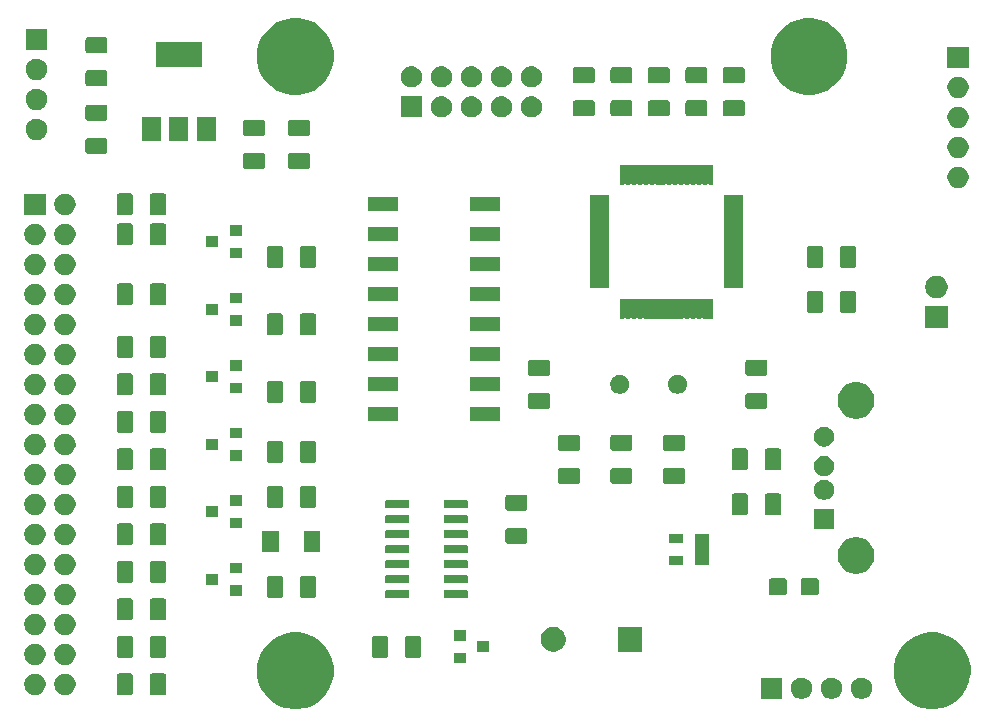
<source format=gbr>
G04 #@! TF.GenerationSoftware,KiCad,Pcbnew,(5.1.5)-3*
G04 #@! TF.CreationDate,2024-07-10T18:19:44+03:00*
G04 #@! TF.ProjectId,Gotek_Floppy_Disk_Emulator_V2,476f7465-6b5f-4466-9c6f-7070795f4469,rev?*
G04 #@! TF.SameCoordinates,Original*
G04 #@! TF.FileFunction,Soldermask,Top*
G04 #@! TF.FilePolarity,Negative*
%FSLAX46Y46*%
G04 Gerber Fmt 4.6, Leading zero omitted, Abs format (unit mm)*
G04 Created by KiCad (PCBNEW (5.1.5)-3) date 2024-07-10 18:19:44*
%MOMM*%
%LPD*%
G04 APERTURE LIST*
%ADD10C,0.100000*%
G04 APERTURE END LIST*
D10*
G36*
X168549239Y-108691467D02*
G01*
X168863282Y-108753934D01*
X169454926Y-108999001D01*
X169987392Y-109354784D01*
X170440216Y-109807608D01*
X170795999Y-110340074D01*
X171034879Y-110916782D01*
X171041066Y-110931719D01*
X171166000Y-111559803D01*
X171166000Y-112200197D01*
X171153827Y-112261396D01*
X171041066Y-112828282D01*
X170795999Y-113419926D01*
X170518559Y-113835144D01*
X170448929Y-113939353D01*
X170440216Y-113952392D01*
X169987392Y-114405216D01*
X169454926Y-114760999D01*
X168863282Y-115006066D01*
X168549239Y-115068533D01*
X168235197Y-115131000D01*
X167594803Y-115131000D01*
X167280761Y-115068533D01*
X166966718Y-115006066D01*
X166375074Y-114760999D01*
X165842608Y-114405216D01*
X165389784Y-113952392D01*
X165381072Y-113939353D01*
X165311441Y-113835144D01*
X165034001Y-113419926D01*
X164788934Y-112828282D01*
X164676173Y-112261396D01*
X164664000Y-112200197D01*
X164664000Y-111559803D01*
X164788934Y-110931719D01*
X164795121Y-110916782D01*
X165034001Y-110340074D01*
X165389784Y-109807608D01*
X165842608Y-109354784D01*
X166375074Y-108999001D01*
X166966718Y-108753934D01*
X167280761Y-108691467D01*
X167594803Y-108629000D01*
X168235197Y-108629000D01*
X168549239Y-108691467D01*
G37*
G36*
X114634239Y-108691467D02*
G01*
X114948282Y-108753934D01*
X115539926Y-108999001D01*
X116072392Y-109354784D01*
X116525216Y-109807608D01*
X116880999Y-110340074D01*
X117119879Y-110916782D01*
X117126066Y-110931719D01*
X117251000Y-111559803D01*
X117251000Y-112200197D01*
X117238827Y-112261396D01*
X117126066Y-112828282D01*
X116880999Y-113419926D01*
X116603559Y-113835144D01*
X116533929Y-113939353D01*
X116525216Y-113952392D01*
X116072392Y-114405216D01*
X115539926Y-114760999D01*
X114948282Y-115006066D01*
X114634239Y-115068533D01*
X114320197Y-115131000D01*
X113679803Y-115131000D01*
X113365761Y-115068533D01*
X113051718Y-115006066D01*
X112460074Y-114760999D01*
X111927608Y-114405216D01*
X111474784Y-113952392D01*
X111466072Y-113939353D01*
X111396441Y-113835144D01*
X111119001Y-113419926D01*
X110873934Y-112828282D01*
X110761173Y-112261396D01*
X110749000Y-112200197D01*
X110749000Y-111559803D01*
X110873934Y-110931719D01*
X110880121Y-110916782D01*
X111119001Y-110340074D01*
X111474784Y-109807608D01*
X111927608Y-109354784D01*
X112460074Y-108999001D01*
X113051718Y-108753934D01*
X113365761Y-108691467D01*
X113679803Y-108629000D01*
X114320197Y-108629000D01*
X114634239Y-108691467D01*
G37*
G36*
X159498512Y-112468927D02*
G01*
X159647812Y-112498624D01*
X159811784Y-112566544D01*
X159959354Y-112665147D01*
X160084853Y-112790646D01*
X160183456Y-112938216D01*
X160251376Y-113102188D01*
X160286000Y-113276259D01*
X160286000Y-113453741D01*
X160251376Y-113627812D01*
X160183456Y-113791784D01*
X160084853Y-113939354D01*
X159959354Y-114064853D01*
X159811784Y-114163456D01*
X159647812Y-114231376D01*
X159498512Y-114261073D01*
X159473742Y-114266000D01*
X159296258Y-114266000D01*
X159271488Y-114261073D01*
X159122188Y-114231376D01*
X158958216Y-114163456D01*
X158810646Y-114064853D01*
X158685147Y-113939354D01*
X158586544Y-113791784D01*
X158518624Y-113627812D01*
X158484000Y-113453741D01*
X158484000Y-113276259D01*
X158518624Y-113102188D01*
X158586544Y-112938216D01*
X158685147Y-112790646D01*
X158810646Y-112665147D01*
X158958216Y-112566544D01*
X159122188Y-112498624D01*
X159271488Y-112468927D01*
X159296258Y-112464000D01*
X159473742Y-112464000D01*
X159498512Y-112468927D01*
G37*
G36*
X162038512Y-112468927D02*
G01*
X162187812Y-112498624D01*
X162351784Y-112566544D01*
X162499354Y-112665147D01*
X162624853Y-112790646D01*
X162723456Y-112938216D01*
X162791376Y-113102188D01*
X162826000Y-113276259D01*
X162826000Y-113453741D01*
X162791376Y-113627812D01*
X162723456Y-113791784D01*
X162624853Y-113939354D01*
X162499354Y-114064853D01*
X162351784Y-114163456D01*
X162187812Y-114231376D01*
X162038512Y-114261073D01*
X162013742Y-114266000D01*
X161836258Y-114266000D01*
X161811488Y-114261073D01*
X161662188Y-114231376D01*
X161498216Y-114163456D01*
X161350646Y-114064853D01*
X161225147Y-113939354D01*
X161126544Y-113791784D01*
X161058624Y-113627812D01*
X161024000Y-113453741D01*
X161024000Y-113276259D01*
X161058624Y-113102188D01*
X161126544Y-112938216D01*
X161225147Y-112790646D01*
X161350646Y-112665147D01*
X161498216Y-112566544D01*
X161662188Y-112498624D01*
X161811488Y-112468927D01*
X161836258Y-112464000D01*
X162013742Y-112464000D01*
X162038512Y-112468927D01*
G37*
G36*
X155206000Y-114266000D02*
G01*
X153404000Y-114266000D01*
X153404000Y-112464000D01*
X155206000Y-112464000D01*
X155206000Y-114266000D01*
G37*
G36*
X156958512Y-112468927D02*
G01*
X157107812Y-112498624D01*
X157271784Y-112566544D01*
X157419354Y-112665147D01*
X157544853Y-112790646D01*
X157643456Y-112938216D01*
X157711376Y-113102188D01*
X157746000Y-113276259D01*
X157746000Y-113453741D01*
X157711376Y-113627812D01*
X157643456Y-113791784D01*
X157544853Y-113939354D01*
X157419354Y-114064853D01*
X157271784Y-114163456D01*
X157107812Y-114231376D01*
X156958512Y-114261073D01*
X156933742Y-114266000D01*
X156756258Y-114266000D01*
X156731488Y-114261073D01*
X156582188Y-114231376D01*
X156418216Y-114163456D01*
X156270646Y-114064853D01*
X156145147Y-113939354D01*
X156046544Y-113791784D01*
X155978624Y-113627812D01*
X155944000Y-113453741D01*
X155944000Y-113276259D01*
X155978624Y-113102188D01*
X156046544Y-112938216D01*
X156145147Y-112790646D01*
X156270646Y-112665147D01*
X156418216Y-112566544D01*
X156582188Y-112498624D01*
X156731488Y-112468927D01*
X156756258Y-112464000D01*
X156933742Y-112464000D01*
X156958512Y-112468927D01*
G37*
G36*
X102883604Y-112108347D02*
G01*
X102920144Y-112119432D01*
X102953821Y-112137433D01*
X102983341Y-112161659D01*
X103007567Y-112191179D01*
X103025568Y-112224856D01*
X103036653Y-112261396D01*
X103041000Y-112305538D01*
X103041000Y-113754462D01*
X103036653Y-113798604D01*
X103025568Y-113835144D01*
X103007567Y-113868821D01*
X102983341Y-113898341D01*
X102953821Y-113922567D01*
X102920144Y-113940568D01*
X102883604Y-113951653D01*
X102839462Y-113956000D01*
X101890538Y-113956000D01*
X101846396Y-113951653D01*
X101809856Y-113940568D01*
X101776179Y-113922567D01*
X101746659Y-113898341D01*
X101722433Y-113868821D01*
X101704432Y-113835144D01*
X101693347Y-113798604D01*
X101689000Y-113754462D01*
X101689000Y-112305538D01*
X101693347Y-112261396D01*
X101704432Y-112224856D01*
X101722433Y-112191179D01*
X101746659Y-112161659D01*
X101776179Y-112137433D01*
X101809856Y-112119432D01*
X101846396Y-112108347D01*
X101890538Y-112104000D01*
X102839462Y-112104000D01*
X102883604Y-112108347D01*
G37*
G36*
X100083604Y-112108347D02*
G01*
X100120144Y-112119432D01*
X100153821Y-112137433D01*
X100183341Y-112161659D01*
X100207567Y-112191179D01*
X100225568Y-112224856D01*
X100236653Y-112261396D01*
X100241000Y-112305538D01*
X100241000Y-113754462D01*
X100236653Y-113798604D01*
X100225568Y-113835144D01*
X100207567Y-113868821D01*
X100183341Y-113898341D01*
X100153821Y-113922567D01*
X100120144Y-113940568D01*
X100083604Y-113951653D01*
X100039462Y-113956000D01*
X99090538Y-113956000D01*
X99046396Y-113951653D01*
X99009856Y-113940568D01*
X98976179Y-113922567D01*
X98946659Y-113898341D01*
X98922433Y-113868821D01*
X98904432Y-113835144D01*
X98893347Y-113798604D01*
X98889000Y-113754462D01*
X98889000Y-112305538D01*
X98893347Y-112261396D01*
X98904432Y-112224856D01*
X98922433Y-112191179D01*
X98946659Y-112161659D01*
X98976179Y-112137433D01*
X99009856Y-112119432D01*
X99046396Y-112108347D01*
X99090538Y-112104000D01*
X100039462Y-112104000D01*
X100083604Y-112108347D01*
G37*
G36*
X94601512Y-112133927D02*
G01*
X94750812Y-112163624D01*
X94914784Y-112231544D01*
X95062354Y-112330147D01*
X95187853Y-112455646D01*
X95286456Y-112603216D01*
X95354376Y-112767188D01*
X95389000Y-112941259D01*
X95389000Y-113118741D01*
X95354376Y-113292812D01*
X95286456Y-113456784D01*
X95187853Y-113604354D01*
X95062354Y-113729853D01*
X94914784Y-113828456D01*
X94750812Y-113896376D01*
X94601512Y-113926073D01*
X94576742Y-113931000D01*
X94399258Y-113931000D01*
X94374488Y-113926073D01*
X94225188Y-113896376D01*
X94061216Y-113828456D01*
X93913646Y-113729853D01*
X93788147Y-113604354D01*
X93689544Y-113456784D01*
X93621624Y-113292812D01*
X93587000Y-113118741D01*
X93587000Y-112941259D01*
X93621624Y-112767188D01*
X93689544Y-112603216D01*
X93788147Y-112455646D01*
X93913646Y-112330147D01*
X94061216Y-112231544D01*
X94225188Y-112163624D01*
X94374488Y-112133927D01*
X94399258Y-112129000D01*
X94576742Y-112129000D01*
X94601512Y-112133927D01*
G37*
G36*
X92061512Y-112133927D02*
G01*
X92210812Y-112163624D01*
X92374784Y-112231544D01*
X92522354Y-112330147D01*
X92647853Y-112455646D01*
X92746456Y-112603216D01*
X92814376Y-112767188D01*
X92849000Y-112941259D01*
X92849000Y-113118741D01*
X92814376Y-113292812D01*
X92746456Y-113456784D01*
X92647853Y-113604354D01*
X92522354Y-113729853D01*
X92374784Y-113828456D01*
X92210812Y-113896376D01*
X92061512Y-113926073D01*
X92036742Y-113931000D01*
X91859258Y-113931000D01*
X91834488Y-113926073D01*
X91685188Y-113896376D01*
X91521216Y-113828456D01*
X91373646Y-113729853D01*
X91248147Y-113604354D01*
X91149544Y-113456784D01*
X91081624Y-113292812D01*
X91047000Y-113118741D01*
X91047000Y-112941259D01*
X91081624Y-112767188D01*
X91149544Y-112603216D01*
X91248147Y-112455646D01*
X91373646Y-112330147D01*
X91521216Y-112231544D01*
X91685188Y-112163624D01*
X91834488Y-112133927D01*
X91859258Y-112129000D01*
X92036742Y-112129000D01*
X92061512Y-112133927D01*
G37*
G36*
X92061512Y-109593927D02*
G01*
X92210812Y-109623624D01*
X92374784Y-109691544D01*
X92522354Y-109790147D01*
X92647853Y-109915646D01*
X92746456Y-110063216D01*
X92814376Y-110227188D01*
X92849000Y-110401259D01*
X92849000Y-110578741D01*
X92814376Y-110752812D01*
X92746456Y-110916784D01*
X92647853Y-111064354D01*
X92522354Y-111189853D01*
X92374784Y-111288456D01*
X92210812Y-111356376D01*
X92061512Y-111386073D01*
X92036742Y-111391000D01*
X91859258Y-111391000D01*
X91834488Y-111386073D01*
X91685188Y-111356376D01*
X91521216Y-111288456D01*
X91373646Y-111189853D01*
X91248147Y-111064354D01*
X91149544Y-110916784D01*
X91081624Y-110752812D01*
X91047000Y-110578741D01*
X91047000Y-110401259D01*
X91081624Y-110227188D01*
X91149544Y-110063216D01*
X91248147Y-109915646D01*
X91373646Y-109790147D01*
X91521216Y-109691544D01*
X91685188Y-109623624D01*
X91834488Y-109593927D01*
X91859258Y-109589000D01*
X92036742Y-109589000D01*
X92061512Y-109593927D01*
G37*
G36*
X94601512Y-109593927D02*
G01*
X94750812Y-109623624D01*
X94914784Y-109691544D01*
X95062354Y-109790147D01*
X95187853Y-109915646D01*
X95286456Y-110063216D01*
X95354376Y-110227188D01*
X95389000Y-110401259D01*
X95389000Y-110578741D01*
X95354376Y-110752812D01*
X95286456Y-110916784D01*
X95187853Y-111064354D01*
X95062354Y-111189853D01*
X94914784Y-111288456D01*
X94750812Y-111356376D01*
X94601512Y-111386073D01*
X94576742Y-111391000D01*
X94399258Y-111391000D01*
X94374488Y-111386073D01*
X94225188Y-111356376D01*
X94061216Y-111288456D01*
X93913646Y-111189853D01*
X93788147Y-111064354D01*
X93689544Y-110916784D01*
X93621624Y-110752812D01*
X93587000Y-110578741D01*
X93587000Y-110401259D01*
X93621624Y-110227188D01*
X93689544Y-110063216D01*
X93788147Y-109915646D01*
X93913646Y-109790147D01*
X94061216Y-109691544D01*
X94225188Y-109623624D01*
X94374488Y-109593927D01*
X94399258Y-109589000D01*
X94576742Y-109589000D01*
X94601512Y-109593927D01*
G37*
G36*
X128406000Y-111256000D02*
G01*
X127404000Y-111256000D01*
X127404000Y-110354000D01*
X128406000Y-110354000D01*
X128406000Y-111256000D01*
G37*
G36*
X102883604Y-108933347D02*
G01*
X102920144Y-108944432D01*
X102953821Y-108962433D01*
X102983341Y-108986659D01*
X103007567Y-109016179D01*
X103025568Y-109049856D01*
X103036653Y-109086396D01*
X103041000Y-109130538D01*
X103041000Y-110579462D01*
X103036653Y-110623604D01*
X103025568Y-110660144D01*
X103007567Y-110693821D01*
X102983341Y-110723341D01*
X102953821Y-110747567D01*
X102920144Y-110765568D01*
X102883604Y-110776653D01*
X102839462Y-110781000D01*
X101890538Y-110781000D01*
X101846396Y-110776653D01*
X101809856Y-110765568D01*
X101776179Y-110747567D01*
X101746659Y-110723341D01*
X101722433Y-110693821D01*
X101704432Y-110660144D01*
X101693347Y-110623604D01*
X101689000Y-110579462D01*
X101689000Y-109130538D01*
X101693347Y-109086396D01*
X101704432Y-109049856D01*
X101722433Y-109016179D01*
X101746659Y-108986659D01*
X101776179Y-108962433D01*
X101809856Y-108944432D01*
X101846396Y-108933347D01*
X101890538Y-108929000D01*
X102839462Y-108929000D01*
X102883604Y-108933347D01*
G37*
G36*
X121673604Y-108933347D02*
G01*
X121710144Y-108944432D01*
X121743821Y-108962433D01*
X121773341Y-108986659D01*
X121797567Y-109016179D01*
X121815568Y-109049856D01*
X121826653Y-109086396D01*
X121831000Y-109130538D01*
X121831000Y-110579462D01*
X121826653Y-110623604D01*
X121815568Y-110660144D01*
X121797567Y-110693821D01*
X121773341Y-110723341D01*
X121743821Y-110747567D01*
X121710144Y-110765568D01*
X121673604Y-110776653D01*
X121629462Y-110781000D01*
X120680538Y-110781000D01*
X120636396Y-110776653D01*
X120599856Y-110765568D01*
X120566179Y-110747567D01*
X120536659Y-110723341D01*
X120512433Y-110693821D01*
X120494432Y-110660144D01*
X120483347Y-110623604D01*
X120479000Y-110579462D01*
X120479000Y-109130538D01*
X120483347Y-109086396D01*
X120494432Y-109049856D01*
X120512433Y-109016179D01*
X120536659Y-108986659D01*
X120566179Y-108962433D01*
X120599856Y-108944432D01*
X120636396Y-108933347D01*
X120680538Y-108929000D01*
X121629462Y-108929000D01*
X121673604Y-108933347D01*
G37*
G36*
X124473604Y-108933347D02*
G01*
X124510144Y-108944432D01*
X124543821Y-108962433D01*
X124573341Y-108986659D01*
X124597567Y-109016179D01*
X124615568Y-109049856D01*
X124626653Y-109086396D01*
X124631000Y-109130538D01*
X124631000Y-110579462D01*
X124626653Y-110623604D01*
X124615568Y-110660144D01*
X124597567Y-110693821D01*
X124573341Y-110723341D01*
X124543821Y-110747567D01*
X124510144Y-110765568D01*
X124473604Y-110776653D01*
X124429462Y-110781000D01*
X123480538Y-110781000D01*
X123436396Y-110776653D01*
X123399856Y-110765568D01*
X123366179Y-110747567D01*
X123336659Y-110723341D01*
X123312433Y-110693821D01*
X123294432Y-110660144D01*
X123283347Y-110623604D01*
X123279000Y-110579462D01*
X123279000Y-109130538D01*
X123283347Y-109086396D01*
X123294432Y-109049856D01*
X123312433Y-109016179D01*
X123336659Y-108986659D01*
X123366179Y-108962433D01*
X123399856Y-108944432D01*
X123436396Y-108933347D01*
X123480538Y-108929000D01*
X124429462Y-108929000D01*
X124473604Y-108933347D01*
G37*
G36*
X100083604Y-108933347D02*
G01*
X100120144Y-108944432D01*
X100153821Y-108962433D01*
X100183341Y-108986659D01*
X100207567Y-109016179D01*
X100225568Y-109049856D01*
X100236653Y-109086396D01*
X100241000Y-109130538D01*
X100241000Y-110579462D01*
X100236653Y-110623604D01*
X100225568Y-110660144D01*
X100207567Y-110693821D01*
X100183341Y-110723341D01*
X100153821Y-110747567D01*
X100120144Y-110765568D01*
X100083604Y-110776653D01*
X100039462Y-110781000D01*
X99090538Y-110781000D01*
X99046396Y-110776653D01*
X99009856Y-110765568D01*
X98976179Y-110747567D01*
X98946659Y-110723341D01*
X98922433Y-110693821D01*
X98904432Y-110660144D01*
X98893347Y-110623604D01*
X98889000Y-110579462D01*
X98889000Y-109130538D01*
X98893347Y-109086396D01*
X98904432Y-109049856D01*
X98922433Y-109016179D01*
X98946659Y-108986659D01*
X98976179Y-108962433D01*
X99009856Y-108944432D01*
X99046396Y-108933347D01*
X99090538Y-108929000D01*
X100039462Y-108929000D01*
X100083604Y-108933347D01*
G37*
G36*
X130406000Y-110306000D02*
G01*
X129404000Y-110306000D01*
X129404000Y-109404000D01*
X130406000Y-109404000D01*
X130406000Y-110306000D01*
G37*
G36*
X143376000Y-110271000D02*
G01*
X141274000Y-110271000D01*
X141274000Y-108169000D01*
X143376000Y-108169000D01*
X143376000Y-110271000D01*
G37*
G36*
X136131564Y-108209389D02*
G01*
X136322833Y-108288615D01*
X136322835Y-108288616D01*
X136494973Y-108403635D01*
X136641365Y-108550027D01*
X136708067Y-108649853D01*
X136756385Y-108722167D01*
X136835611Y-108913436D01*
X136876000Y-109116484D01*
X136876000Y-109323516D01*
X136835611Y-109526564D01*
X136795407Y-109623625D01*
X136756384Y-109717835D01*
X136641365Y-109889973D01*
X136494973Y-110036365D01*
X136322835Y-110151384D01*
X136322834Y-110151385D01*
X136322833Y-110151385D01*
X136131564Y-110230611D01*
X135928516Y-110271000D01*
X135721484Y-110271000D01*
X135518436Y-110230611D01*
X135327167Y-110151385D01*
X135327166Y-110151385D01*
X135327165Y-110151384D01*
X135155027Y-110036365D01*
X135008635Y-109889973D01*
X134893616Y-109717835D01*
X134854593Y-109623625D01*
X134814389Y-109526564D01*
X134774000Y-109323516D01*
X134774000Y-109116484D01*
X134814389Y-108913436D01*
X134893615Y-108722167D01*
X134941934Y-108649853D01*
X135008635Y-108550027D01*
X135155027Y-108403635D01*
X135327165Y-108288616D01*
X135327167Y-108288615D01*
X135518436Y-108209389D01*
X135721484Y-108169000D01*
X135928516Y-108169000D01*
X136131564Y-108209389D01*
G37*
G36*
X128406000Y-109356000D02*
G01*
X127404000Y-109356000D01*
X127404000Y-108454000D01*
X128406000Y-108454000D01*
X128406000Y-109356000D01*
G37*
G36*
X94601512Y-107053927D02*
G01*
X94750812Y-107083624D01*
X94914784Y-107151544D01*
X95062354Y-107250147D01*
X95187853Y-107375646D01*
X95286456Y-107523216D01*
X95354376Y-107687188D01*
X95389000Y-107861259D01*
X95389000Y-108038741D01*
X95354376Y-108212812D01*
X95286456Y-108376784D01*
X95187853Y-108524354D01*
X95062354Y-108649853D01*
X94914784Y-108748456D01*
X94750812Y-108816376D01*
X94601512Y-108846073D01*
X94576742Y-108851000D01*
X94399258Y-108851000D01*
X94374488Y-108846073D01*
X94225188Y-108816376D01*
X94061216Y-108748456D01*
X93913646Y-108649853D01*
X93788147Y-108524354D01*
X93689544Y-108376784D01*
X93621624Y-108212812D01*
X93587000Y-108038741D01*
X93587000Y-107861259D01*
X93621624Y-107687188D01*
X93689544Y-107523216D01*
X93788147Y-107375646D01*
X93913646Y-107250147D01*
X94061216Y-107151544D01*
X94225188Y-107083624D01*
X94374488Y-107053927D01*
X94399258Y-107049000D01*
X94576742Y-107049000D01*
X94601512Y-107053927D01*
G37*
G36*
X92061512Y-107053927D02*
G01*
X92210812Y-107083624D01*
X92374784Y-107151544D01*
X92522354Y-107250147D01*
X92647853Y-107375646D01*
X92746456Y-107523216D01*
X92814376Y-107687188D01*
X92849000Y-107861259D01*
X92849000Y-108038741D01*
X92814376Y-108212812D01*
X92746456Y-108376784D01*
X92647853Y-108524354D01*
X92522354Y-108649853D01*
X92374784Y-108748456D01*
X92210812Y-108816376D01*
X92061512Y-108846073D01*
X92036742Y-108851000D01*
X91859258Y-108851000D01*
X91834488Y-108846073D01*
X91685188Y-108816376D01*
X91521216Y-108748456D01*
X91373646Y-108649853D01*
X91248147Y-108524354D01*
X91149544Y-108376784D01*
X91081624Y-108212812D01*
X91047000Y-108038741D01*
X91047000Y-107861259D01*
X91081624Y-107687188D01*
X91149544Y-107523216D01*
X91248147Y-107375646D01*
X91373646Y-107250147D01*
X91521216Y-107151544D01*
X91685188Y-107083624D01*
X91834488Y-107053927D01*
X91859258Y-107049000D01*
X92036742Y-107049000D01*
X92061512Y-107053927D01*
G37*
G36*
X100083604Y-105758347D02*
G01*
X100120144Y-105769432D01*
X100153821Y-105787433D01*
X100183341Y-105811659D01*
X100207567Y-105841179D01*
X100225568Y-105874856D01*
X100236653Y-105911396D01*
X100241000Y-105955538D01*
X100241000Y-107404462D01*
X100236653Y-107448604D01*
X100225568Y-107485144D01*
X100207567Y-107518821D01*
X100183341Y-107548341D01*
X100153821Y-107572567D01*
X100120144Y-107590568D01*
X100083604Y-107601653D01*
X100039462Y-107606000D01*
X99090538Y-107606000D01*
X99046396Y-107601653D01*
X99009856Y-107590568D01*
X98976179Y-107572567D01*
X98946659Y-107548341D01*
X98922433Y-107518821D01*
X98904432Y-107485144D01*
X98893347Y-107448604D01*
X98889000Y-107404462D01*
X98889000Y-105955538D01*
X98893347Y-105911396D01*
X98904432Y-105874856D01*
X98922433Y-105841179D01*
X98946659Y-105811659D01*
X98976179Y-105787433D01*
X99009856Y-105769432D01*
X99046396Y-105758347D01*
X99090538Y-105754000D01*
X100039462Y-105754000D01*
X100083604Y-105758347D01*
G37*
G36*
X102883604Y-105758347D02*
G01*
X102920144Y-105769432D01*
X102953821Y-105787433D01*
X102983341Y-105811659D01*
X103007567Y-105841179D01*
X103025568Y-105874856D01*
X103036653Y-105911396D01*
X103041000Y-105955538D01*
X103041000Y-107404462D01*
X103036653Y-107448604D01*
X103025568Y-107485144D01*
X103007567Y-107518821D01*
X102983341Y-107548341D01*
X102953821Y-107572567D01*
X102920144Y-107590568D01*
X102883604Y-107601653D01*
X102839462Y-107606000D01*
X101890538Y-107606000D01*
X101846396Y-107601653D01*
X101809856Y-107590568D01*
X101776179Y-107572567D01*
X101746659Y-107548341D01*
X101722433Y-107518821D01*
X101704432Y-107485144D01*
X101693347Y-107448604D01*
X101689000Y-107404462D01*
X101689000Y-105955538D01*
X101693347Y-105911396D01*
X101704432Y-105874856D01*
X101722433Y-105841179D01*
X101746659Y-105811659D01*
X101776179Y-105787433D01*
X101809856Y-105769432D01*
X101846396Y-105758347D01*
X101890538Y-105754000D01*
X102839462Y-105754000D01*
X102883604Y-105758347D01*
G37*
G36*
X92061512Y-104513927D02*
G01*
X92210812Y-104543624D01*
X92374784Y-104611544D01*
X92522354Y-104710147D01*
X92647853Y-104835646D01*
X92746456Y-104983216D01*
X92814376Y-105147188D01*
X92849000Y-105321259D01*
X92849000Y-105498741D01*
X92814376Y-105672812D01*
X92746456Y-105836784D01*
X92647853Y-105984354D01*
X92522354Y-106109853D01*
X92374784Y-106208456D01*
X92210812Y-106276376D01*
X92061512Y-106306073D01*
X92036742Y-106311000D01*
X91859258Y-106311000D01*
X91834488Y-106306073D01*
X91685188Y-106276376D01*
X91521216Y-106208456D01*
X91373646Y-106109853D01*
X91248147Y-105984354D01*
X91149544Y-105836784D01*
X91081624Y-105672812D01*
X91047000Y-105498741D01*
X91047000Y-105321259D01*
X91081624Y-105147188D01*
X91149544Y-104983216D01*
X91248147Y-104835646D01*
X91373646Y-104710147D01*
X91521216Y-104611544D01*
X91685188Y-104543624D01*
X91834488Y-104513927D01*
X91859258Y-104509000D01*
X92036742Y-104509000D01*
X92061512Y-104513927D01*
G37*
G36*
X94601512Y-104513927D02*
G01*
X94750812Y-104543624D01*
X94914784Y-104611544D01*
X95062354Y-104710147D01*
X95187853Y-104835646D01*
X95286456Y-104983216D01*
X95354376Y-105147188D01*
X95389000Y-105321259D01*
X95389000Y-105498741D01*
X95354376Y-105672812D01*
X95286456Y-105836784D01*
X95187853Y-105984354D01*
X95062354Y-106109853D01*
X94914784Y-106208456D01*
X94750812Y-106276376D01*
X94601512Y-106306073D01*
X94576742Y-106311000D01*
X94399258Y-106311000D01*
X94374488Y-106306073D01*
X94225188Y-106276376D01*
X94061216Y-106208456D01*
X93913646Y-106109853D01*
X93788147Y-105984354D01*
X93689544Y-105836784D01*
X93621624Y-105672812D01*
X93587000Y-105498741D01*
X93587000Y-105321259D01*
X93621624Y-105147188D01*
X93689544Y-104983216D01*
X93788147Y-104835646D01*
X93913646Y-104710147D01*
X94061216Y-104611544D01*
X94225188Y-104543624D01*
X94374488Y-104513927D01*
X94399258Y-104509000D01*
X94576742Y-104509000D01*
X94601512Y-104513927D01*
G37*
G36*
X128504928Y-105061764D02*
G01*
X128526009Y-105068160D01*
X128545445Y-105078548D01*
X128562476Y-105092524D01*
X128576452Y-105109555D01*
X128586840Y-105128991D01*
X128593236Y-105150072D01*
X128596000Y-105178140D01*
X128596000Y-105641860D01*
X128593236Y-105669928D01*
X128586840Y-105691009D01*
X128576452Y-105710445D01*
X128562476Y-105727476D01*
X128545445Y-105741452D01*
X128526009Y-105751840D01*
X128504928Y-105758236D01*
X128476860Y-105761000D01*
X126663140Y-105761000D01*
X126635072Y-105758236D01*
X126613991Y-105751840D01*
X126594555Y-105741452D01*
X126577524Y-105727476D01*
X126563548Y-105710445D01*
X126553160Y-105691009D01*
X126546764Y-105669928D01*
X126544000Y-105641860D01*
X126544000Y-105178140D01*
X126546764Y-105150072D01*
X126553160Y-105128991D01*
X126563548Y-105109555D01*
X126577524Y-105092524D01*
X126594555Y-105078548D01*
X126613991Y-105068160D01*
X126635072Y-105061764D01*
X126663140Y-105059000D01*
X128476860Y-105059000D01*
X128504928Y-105061764D01*
G37*
G36*
X123554928Y-105061764D02*
G01*
X123576009Y-105068160D01*
X123595445Y-105078548D01*
X123612476Y-105092524D01*
X123626452Y-105109555D01*
X123636840Y-105128991D01*
X123643236Y-105150072D01*
X123646000Y-105178140D01*
X123646000Y-105641860D01*
X123643236Y-105669928D01*
X123636840Y-105691009D01*
X123626452Y-105710445D01*
X123612476Y-105727476D01*
X123595445Y-105741452D01*
X123576009Y-105751840D01*
X123554928Y-105758236D01*
X123526860Y-105761000D01*
X121713140Y-105761000D01*
X121685072Y-105758236D01*
X121663991Y-105751840D01*
X121644555Y-105741452D01*
X121627524Y-105727476D01*
X121613548Y-105710445D01*
X121603160Y-105691009D01*
X121596764Y-105669928D01*
X121594000Y-105641860D01*
X121594000Y-105178140D01*
X121596764Y-105150072D01*
X121603160Y-105128991D01*
X121613548Y-105109555D01*
X121627524Y-105092524D01*
X121644555Y-105078548D01*
X121663991Y-105068160D01*
X121685072Y-105061764D01*
X121713140Y-105059000D01*
X123526860Y-105059000D01*
X123554928Y-105061764D01*
G37*
G36*
X112783604Y-103853347D02*
G01*
X112820144Y-103864432D01*
X112853821Y-103882433D01*
X112883341Y-103906659D01*
X112907567Y-103936179D01*
X112925568Y-103969856D01*
X112936653Y-104006396D01*
X112941000Y-104050538D01*
X112941000Y-105499462D01*
X112936653Y-105543604D01*
X112925568Y-105580144D01*
X112907567Y-105613821D01*
X112883341Y-105643341D01*
X112853821Y-105667567D01*
X112820144Y-105685568D01*
X112783604Y-105696653D01*
X112739462Y-105701000D01*
X111790538Y-105701000D01*
X111746396Y-105696653D01*
X111709856Y-105685568D01*
X111676179Y-105667567D01*
X111646659Y-105643341D01*
X111622433Y-105613821D01*
X111604432Y-105580144D01*
X111593347Y-105543604D01*
X111589000Y-105499462D01*
X111589000Y-104050538D01*
X111593347Y-104006396D01*
X111604432Y-103969856D01*
X111622433Y-103936179D01*
X111646659Y-103906659D01*
X111676179Y-103882433D01*
X111709856Y-103864432D01*
X111746396Y-103853347D01*
X111790538Y-103849000D01*
X112739462Y-103849000D01*
X112783604Y-103853347D01*
G37*
G36*
X115583604Y-103853347D02*
G01*
X115620144Y-103864432D01*
X115653821Y-103882433D01*
X115683341Y-103906659D01*
X115707567Y-103936179D01*
X115725568Y-103969856D01*
X115736653Y-104006396D01*
X115741000Y-104050538D01*
X115741000Y-105499462D01*
X115736653Y-105543604D01*
X115725568Y-105580144D01*
X115707567Y-105613821D01*
X115683341Y-105643341D01*
X115653821Y-105667567D01*
X115620144Y-105685568D01*
X115583604Y-105696653D01*
X115539462Y-105701000D01*
X114590538Y-105701000D01*
X114546396Y-105696653D01*
X114509856Y-105685568D01*
X114476179Y-105667567D01*
X114446659Y-105643341D01*
X114422433Y-105613821D01*
X114404432Y-105580144D01*
X114393347Y-105543604D01*
X114389000Y-105499462D01*
X114389000Y-104050538D01*
X114393347Y-104006396D01*
X114404432Y-103969856D01*
X114422433Y-103936179D01*
X114446659Y-103906659D01*
X114476179Y-103882433D01*
X114509856Y-103864432D01*
X114546396Y-103853347D01*
X114590538Y-103849000D01*
X115539462Y-103849000D01*
X115583604Y-103853347D01*
G37*
G36*
X109451000Y-105541000D02*
G01*
X108449000Y-105541000D01*
X108449000Y-104639000D01*
X109451000Y-104639000D01*
X109451000Y-105541000D01*
G37*
G36*
X155457798Y-104053247D02*
G01*
X155493367Y-104064037D01*
X155526139Y-104081554D01*
X155554869Y-104105131D01*
X155578446Y-104133861D01*
X155595963Y-104166633D01*
X155606753Y-104202202D01*
X155611000Y-104245325D01*
X155611000Y-105304675D01*
X155606753Y-105347798D01*
X155595963Y-105383367D01*
X155578446Y-105416139D01*
X155554869Y-105444869D01*
X155526139Y-105468446D01*
X155493367Y-105485963D01*
X155457798Y-105496753D01*
X155414675Y-105501000D01*
X154305325Y-105501000D01*
X154262202Y-105496753D01*
X154226633Y-105485963D01*
X154193861Y-105468446D01*
X154165131Y-105444869D01*
X154141554Y-105416139D01*
X154124037Y-105383367D01*
X154113247Y-105347798D01*
X154109000Y-105304675D01*
X154109000Y-104245325D01*
X154113247Y-104202202D01*
X154124037Y-104166633D01*
X154141554Y-104133861D01*
X154165131Y-104105131D01*
X154193861Y-104081554D01*
X154226633Y-104064037D01*
X154262202Y-104053247D01*
X154305325Y-104049000D01*
X155414675Y-104049000D01*
X155457798Y-104053247D01*
G37*
G36*
X158157798Y-104053247D02*
G01*
X158193367Y-104064037D01*
X158226139Y-104081554D01*
X158254869Y-104105131D01*
X158278446Y-104133861D01*
X158295963Y-104166633D01*
X158306753Y-104202202D01*
X158311000Y-104245325D01*
X158311000Y-105304675D01*
X158306753Y-105347798D01*
X158295963Y-105383367D01*
X158278446Y-105416139D01*
X158254869Y-105444869D01*
X158226139Y-105468446D01*
X158193367Y-105485963D01*
X158157798Y-105496753D01*
X158114675Y-105501000D01*
X157005325Y-105501000D01*
X156962202Y-105496753D01*
X156926633Y-105485963D01*
X156893861Y-105468446D01*
X156865131Y-105444869D01*
X156841554Y-105416139D01*
X156824037Y-105383367D01*
X156813247Y-105347798D01*
X156809000Y-105304675D01*
X156809000Y-104245325D01*
X156813247Y-104202202D01*
X156824037Y-104166633D01*
X156841554Y-104133861D01*
X156865131Y-104105131D01*
X156893861Y-104081554D01*
X156926633Y-104064037D01*
X156962202Y-104053247D01*
X157005325Y-104049000D01*
X158114675Y-104049000D01*
X158157798Y-104053247D01*
G37*
G36*
X107451000Y-104591000D02*
G01*
X106449000Y-104591000D01*
X106449000Y-103689000D01*
X107451000Y-103689000D01*
X107451000Y-104591000D01*
G37*
G36*
X123554928Y-103791764D02*
G01*
X123576009Y-103798160D01*
X123595445Y-103808548D01*
X123612476Y-103822524D01*
X123626452Y-103839555D01*
X123636840Y-103858991D01*
X123643236Y-103880072D01*
X123646000Y-103908140D01*
X123646000Y-104371860D01*
X123643236Y-104399928D01*
X123636840Y-104421009D01*
X123626452Y-104440445D01*
X123612476Y-104457476D01*
X123595445Y-104471452D01*
X123576009Y-104481840D01*
X123554928Y-104488236D01*
X123526860Y-104491000D01*
X121713140Y-104491000D01*
X121685072Y-104488236D01*
X121663991Y-104481840D01*
X121644555Y-104471452D01*
X121627524Y-104457476D01*
X121613548Y-104440445D01*
X121603160Y-104421009D01*
X121596764Y-104399928D01*
X121594000Y-104371860D01*
X121594000Y-103908140D01*
X121596764Y-103880072D01*
X121603160Y-103858991D01*
X121613548Y-103839555D01*
X121627524Y-103822524D01*
X121644555Y-103808548D01*
X121663991Y-103798160D01*
X121685072Y-103791764D01*
X121713140Y-103789000D01*
X123526860Y-103789000D01*
X123554928Y-103791764D01*
G37*
G36*
X128504928Y-103791764D02*
G01*
X128526009Y-103798160D01*
X128545445Y-103808548D01*
X128562476Y-103822524D01*
X128576452Y-103839555D01*
X128586840Y-103858991D01*
X128593236Y-103880072D01*
X128596000Y-103908140D01*
X128596000Y-104371860D01*
X128593236Y-104399928D01*
X128586840Y-104421009D01*
X128576452Y-104440445D01*
X128562476Y-104457476D01*
X128545445Y-104471452D01*
X128526009Y-104481840D01*
X128504928Y-104488236D01*
X128476860Y-104491000D01*
X126663140Y-104491000D01*
X126635072Y-104488236D01*
X126613991Y-104481840D01*
X126594555Y-104471452D01*
X126577524Y-104457476D01*
X126563548Y-104440445D01*
X126553160Y-104421009D01*
X126546764Y-104399928D01*
X126544000Y-104371860D01*
X126544000Y-103908140D01*
X126546764Y-103880072D01*
X126553160Y-103858991D01*
X126563548Y-103839555D01*
X126577524Y-103822524D01*
X126594555Y-103808548D01*
X126613991Y-103798160D01*
X126635072Y-103791764D01*
X126663140Y-103789000D01*
X128476860Y-103789000D01*
X128504928Y-103791764D01*
G37*
G36*
X100083604Y-102583347D02*
G01*
X100120144Y-102594432D01*
X100153821Y-102612433D01*
X100183341Y-102636659D01*
X100207567Y-102666179D01*
X100225568Y-102699856D01*
X100236653Y-102736396D01*
X100241000Y-102780538D01*
X100241000Y-104229462D01*
X100236653Y-104273604D01*
X100225568Y-104310144D01*
X100207567Y-104343821D01*
X100183341Y-104373341D01*
X100153821Y-104397567D01*
X100120144Y-104415568D01*
X100083604Y-104426653D01*
X100039462Y-104431000D01*
X99090538Y-104431000D01*
X99046396Y-104426653D01*
X99009856Y-104415568D01*
X98976179Y-104397567D01*
X98946659Y-104373341D01*
X98922433Y-104343821D01*
X98904432Y-104310144D01*
X98893347Y-104273604D01*
X98889000Y-104229462D01*
X98889000Y-102780538D01*
X98893347Y-102736396D01*
X98904432Y-102699856D01*
X98922433Y-102666179D01*
X98946659Y-102636659D01*
X98976179Y-102612433D01*
X99009856Y-102594432D01*
X99046396Y-102583347D01*
X99090538Y-102579000D01*
X100039462Y-102579000D01*
X100083604Y-102583347D01*
G37*
G36*
X102883604Y-102583347D02*
G01*
X102920144Y-102594432D01*
X102953821Y-102612433D01*
X102983341Y-102636659D01*
X103007567Y-102666179D01*
X103025568Y-102699856D01*
X103036653Y-102736396D01*
X103041000Y-102780538D01*
X103041000Y-104229462D01*
X103036653Y-104273604D01*
X103025568Y-104310144D01*
X103007567Y-104343821D01*
X102983341Y-104373341D01*
X102953821Y-104397567D01*
X102920144Y-104415568D01*
X102883604Y-104426653D01*
X102839462Y-104431000D01*
X101890538Y-104431000D01*
X101846396Y-104426653D01*
X101809856Y-104415568D01*
X101776179Y-104397567D01*
X101746659Y-104373341D01*
X101722433Y-104343821D01*
X101704432Y-104310144D01*
X101693347Y-104273604D01*
X101689000Y-104229462D01*
X101689000Y-102780538D01*
X101693347Y-102736396D01*
X101704432Y-102699856D01*
X101722433Y-102666179D01*
X101746659Y-102636659D01*
X101776179Y-102612433D01*
X101809856Y-102594432D01*
X101846396Y-102583347D01*
X101890538Y-102579000D01*
X102839462Y-102579000D01*
X102883604Y-102583347D01*
G37*
G36*
X94601512Y-101973927D02*
G01*
X94750812Y-102003624D01*
X94914784Y-102071544D01*
X95062354Y-102170147D01*
X95187853Y-102295646D01*
X95286456Y-102443216D01*
X95354376Y-102607188D01*
X95389000Y-102781259D01*
X95389000Y-102958741D01*
X95354376Y-103132812D01*
X95286456Y-103296784D01*
X95187853Y-103444354D01*
X95062354Y-103569853D01*
X94914784Y-103668456D01*
X94750812Y-103736376D01*
X94601512Y-103766073D01*
X94576742Y-103771000D01*
X94399258Y-103771000D01*
X94374488Y-103766073D01*
X94225188Y-103736376D01*
X94061216Y-103668456D01*
X93913646Y-103569853D01*
X93788147Y-103444354D01*
X93689544Y-103296784D01*
X93621624Y-103132812D01*
X93587000Y-102958741D01*
X93587000Y-102781259D01*
X93621624Y-102607188D01*
X93689544Y-102443216D01*
X93788147Y-102295646D01*
X93913646Y-102170147D01*
X94061216Y-102071544D01*
X94225188Y-102003624D01*
X94374488Y-101973927D01*
X94399258Y-101969000D01*
X94576742Y-101969000D01*
X94601512Y-101973927D01*
G37*
G36*
X92061512Y-101973927D02*
G01*
X92210812Y-102003624D01*
X92374784Y-102071544D01*
X92522354Y-102170147D01*
X92647853Y-102295646D01*
X92746456Y-102443216D01*
X92814376Y-102607188D01*
X92849000Y-102781259D01*
X92849000Y-102958741D01*
X92814376Y-103132812D01*
X92746456Y-103296784D01*
X92647853Y-103444354D01*
X92522354Y-103569853D01*
X92374784Y-103668456D01*
X92210812Y-103736376D01*
X92061512Y-103766073D01*
X92036742Y-103771000D01*
X91859258Y-103771000D01*
X91834488Y-103766073D01*
X91685188Y-103736376D01*
X91521216Y-103668456D01*
X91373646Y-103569853D01*
X91248147Y-103444354D01*
X91149544Y-103296784D01*
X91081624Y-103132812D01*
X91047000Y-102958741D01*
X91047000Y-102781259D01*
X91081624Y-102607188D01*
X91149544Y-102443216D01*
X91248147Y-102295646D01*
X91373646Y-102170147D01*
X91521216Y-102071544D01*
X91685188Y-102003624D01*
X91834488Y-101973927D01*
X91859258Y-101969000D01*
X92036742Y-101969000D01*
X92061512Y-101973927D01*
G37*
G36*
X161762585Y-100608802D02*
G01*
X161912410Y-100638604D01*
X162194674Y-100755521D01*
X162448705Y-100925259D01*
X162664741Y-101141295D01*
X162834479Y-101395326D01*
X162951396Y-101677590D01*
X162951396Y-101677591D01*
X163010754Y-101976000D01*
X163011000Y-101977240D01*
X163011000Y-102282760D01*
X162951396Y-102582410D01*
X162834479Y-102864674D01*
X162664741Y-103118705D01*
X162448705Y-103334741D01*
X162194674Y-103504479D01*
X161912410Y-103621396D01*
X161813854Y-103641000D01*
X161612761Y-103681000D01*
X161307239Y-103681000D01*
X161106146Y-103641000D01*
X161007590Y-103621396D01*
X160725326Y-103504479D01*
X160471295Y-103334741D01*
X160255259Y-103118705D01*
X160085521Y-102864674D01*
X159968604Y-102582410D01*
X159909000Y-102282760D01*
X159909000Y-101977240D01*
X159909247Y-101976000D01*
X159968604Y-101677591D01*
X159968604Y-101677590D01*
X160085521Y-101395326D01*
X160255259Y-101141295D01*
X160471295Y-100925259D01*
X160725326Y-100755521D01*
X161007590Y-100638604D01*
X161157415Y-100608802D01*
X161307239Y-100579000D01*
X161612761Y-100579000D01*
X161762585Y-100608802D01*
G37*
G36*
X109451000Y-103641000D02*
G01*
X108449000Y-103641000D01*
X108449000Y-102739000D01*
X109451000Y-102739000D01*
X109451000Y-103641000D01*
G37*
G36*
X128504928Y-102521764D02*
G01*
X128526009Y-102528160D01*
X128545445Y-102538548D01*
X128562476Y-102552524D01*
X128576452Y-102569555D01*
X128586840Y-102588991D01*
X128593236Y-102610072D01*
X128596000Y-102638140D01*
X128596000Y-103101860D01*
X128593236Y-103129928D01*
X128586840Y-103151009D01*
X128576452Y-103170445D01*
X128562476Y-103187476D01*
X128545445Y-103201452D01*
X128526009Y-103211840D01*
X128504928Y-103218236D01*
X128476860Y-103221000D01*
X126663140Y-103221000D01*
X126635072Y-103218236D01*
X126613991Y-103211840D01*
X126594555Y-103201452D01*
X126577524Y-103187476D01*
X126563548Y-103170445D01*
X126553160Y-103151009D01*
X126546764Y-103129928D01*
X126544000Y-103101860D01*
X126544000Y-102638140D01*
X126546764Y-102610072D01*
X126553160Y-102588991D01*
X126563548Y-102569555D01*
X126577524Y-102552524D01*
X126594555Y-102538548D01*
X126613991Y-102528160D01*
X126635072Y-102521764D01*
X126663140Y-102519000D01*
X128476860Y-102519000D01*
X128504928Y-102521764D01*
G37*
G36*
X123554928Y-102521764D02*
G01*
X123576009Y-102528160D01*
X123595445Y-102538548D01*
X123612476Y-102552524D01*
X123626452Y-102569555D01*
X123636840Y-102588991D01*
X123643236Y-102610072D01*
X123646000Y-102638140D01*
X123646000Y-103101860D01*
X123643236Y-103129928D01*
X123636840Y-103151009D01*
X123626452Y-103170445D01*
X123612476Y-103187476D01*
X123595445Y-103201452D01*
X123576009Y-103211840D01*
X123554928Y-103218236D01*
X123526860Y-103221000D01*
X121713140Y-103221000D01*
X121685072Y-103218236D01*
X121663991Y-103211840D01*
X121644555Y-103201452D01*
X121627524Y-103187476D01*
X121613548Y-103170445D01*
X121603160Y-103151009D01*
X121596764Y-103129928D01*
X121594000Y-103101860D01*
X121594000Y-102638140D01*
X121596764Y-102610072D01*
X121603160Y-102588991D01*
X121613548Y-102569555D01*
X121627524Y-102552524D01*
X121644555Y-102538548D01*
X121663991Y-102528160D01*
X121685072Y-102521764D01*
X121713140Y-102519000D01*
X123526860Y-102519000D01*
X123554928Y-102521764D01*
G37*
G36*
X149001000Y-102926000D02*
G01*
X147839000Y-102926000D01*
X147839000Y-100274000D01*
X149001000Y-100274000D01*
X149001000Y-102926000D01*
G37*
G36*
X146801000Y-102926000D02*
G01*
X145639000Y-102926000D01*
X145639000Y-102174000D01*
X146801000Y-102174000D01*
X146801000Y-102926000D01*
G37*
G36*
X123554928Y-101251764D02*
G01*
X123576009Y-101258160D01*
X123595445Y-101268548D01*
X123612476Y-101282524D01*
X123626452Y-101299555D01*
X123636840Y-101318991D01*
X123643236Y-101340072D01*
X123646000Y-101368140D01*
X123646000Y-101831860D01*
X123643236Y-101859928D01*
X123636840Y-101881009D01*
X123626452Y-101900445D01*
X123612476Y-101917476D01*
X123595445Y-101931452D01*
X123576009Y-101941840D01*
X123554928Y-101948236D01*
X123526860Y-101951000D01*
X121713140Y-101951000D01*
X121685072Y-101948236D01*
X121663991Y-101941840D01*
X121644555Y-101931452D01*
X121627524Y-101917476D01*
X121613548Y-101900445D01*
X121603160Y-101881009D01*
X121596764Y-101859928D01*
X121594000Y-101831860D01*
X121594000Y-101368140D01*
X121596764Y-101340072D01*
X121603160Y-101318991D01*
X121613548Y-101299555D01*
X121627524Y-101282524D01*
X121644555Y-101268548D01*
X121663991Y-101258160D01*
X121685072Y-101251764D01*
X121713140Y-101249000D01*
X123526860Y-101249000D01*
X123554928Y-101251764D01*
G37*
G36*
X128504928Y-101251764D02*
G01*
X128526009Y-101258160D01*
X128545445Y-101268548D01*
X128562476Y-101282524D01*
X128576452Y-101299555D01*
X128586840Y-101318991D01*
X128593236Y-101340072D01*
X128596000Y-101368140D01*
X128596000Y-101831860D01*
X128593236Y-101859928D01*
X128586840Y-101881009D01*
X128576452Y-101900445D01*
X128562476Y-101917476D01*
X128545445Y-101931452D01*
X128526009Y-101941840D01*
X128504928Y-101948236D01*
X128476860Y-101951000D01*
X126663140Y-101951000D01*
X126635072Y-101948236D01*
X126613991Y-101941840D01*
X126594555Y-101931452D01*
X126577524Y-101917476D01*
X126563548Y-101900445D01*
X126553160Y-101881009D01*
X126546764Y-101859928D01*
X126544000Y-101831860D01*
X126544000Y-101368140D01*
X126546764Y-101340072D01*
X126553160Y-101318991D01*
X126563548Y-101299555D01*
X126577524Y-101282524D01*
X126594555Y-101268548D01*
X126613991Y-101258160D01*
X126635072Y-101251764D01*
X126663140Y-101249000D01*
X128476860Y-101249000D01*
X128504928Y-101251764D01*
G37*
G36*
X112616000Y-101866000D02*
G01*
X111214000Y-101866000D01*
X111214000Y-100064000D01*
X112616000Y-100064000D01*
X112616000Y-101866000D01*
G37*
G36*
X116116000Y-101866000D02*
G01*
X114714000Y-101866000D01*
X114714000Y-100064000D01*
X116116000Y-100064000D01*
X116116000Y-101866000D01*
G37*
G36*
X102883604Y-99408347D02*
G01*
X102920144Y-99419432D01*
X102953821Y-99437433D01*
X102983341Y-99461659D01*
X103007567Y-99491179D01*
X103025568Y-99524856D01*
X103036653Y-99561396D01*
X103041000Y-99605538D01*
X103041000Y-101054462D01*
X103036653Y-101098604D01*
X103025568Y-101135144D01*
X103007567Y-101168821D01*
X102983341Y-101198341D01*
X102953821Y-101222567D01*
X102920144Y-101240568D01*
X102883604Y-101251653D01*
X102839462Y-101256000D01*
X101890538Y-101256000D01*
X101846396Y-101251653D01*
X101809856Y-101240568D01*
X101776179Y-101222567D01*
X101746659Y-101198341D01*
X101722433Y-101168821D01*
X101704432Y-101135144D01*
X101693347Y-101098604D01*
X101689000Y-101054462D01*
X101689000Y-99605538D01*
X101693347Y-99561396D01*
X101704432Y-99524856D01*
X101722433Y-99491179D01*
X101746659Y-99461659D01*
X101776179Y-99437433D01*
X101809856Y-99419432D01*
X101846396Y-99408347D01*
X101890538Y-99404000D01*
X102839462Y-99404000D01*
X102883604Y-99408347D01*
G37*
G36*
X100083604Y-99408347D02*
G01*
X100120144Y-99419432D01*
X100153821Y-99437433D01*
X100183341Y-99461659D01*
X100207567Y-99491179D01*
X100225568Y-99524856D01*
X100236653Y-99561396D01*
X100241000Y-99605538D01*
X100241000Y-101054462D01*
X100236653Y-101098604D01*
X100225568Y-101135144D01*
X100207567Y-101168821D01*
X100183341Y-101198341D01*
X100153821Y-101222567D01*
X100120144Y-101240568D01*
X100083604Y-101251653D01*
X100039462Y-101256000D01*
X99090538Y-101256000D01*
X99046396Y-101251653D01*
X99009856Y-101240568D01*
X98976179Y-101222567D01*
X98946659Y-101198341D01*
X98922433Y-101168821D01*
X98904432Y-101135144D01*
X98893347Y-101098604D01*
X98889000Y-101054462D01*
X98889000Y-99605538D01*
X98893347Y-99561396D01*
X98904432Y-99524856D01*
X98922433Y-99491179D01*
X98946659Y-99461659D01*
X98976179Y-99437433D01*
X99009856Y-99419432D01*
X99046396Y-99408347D01*
X99090538Y-99404000D01*
X100039462Y-99404000D01*
X100083604Y-99408347D01*
G37*
G36*
X92061512Y-99433927D02*
G01*
X92210812Y-99463624D01*
X92374784Y-99531544D01*
X92522354Y-99630147D01*
X92647853Y-99755646D01*
X92746456Y-99903216D01*
X92814376Y-100067188D01*
X92849000Y-100241259D01*
X92849000Y-100418741D01*
X92814376Y-100592812D01*
X92746456Y-100756784D01*
X92647853Y-100904354D01*
X92522354Y-101029853D01*
X92374784Y-101128456D01*
X92210812Y-101196376D01*
X92071933Y-101224000D01*
X92036742Y-101231000D01*
X91859258Y-101231000D01*
X91824067Y-101224000D01*
X91685188Y-101196376D01*
X91521216Y-101128456D01*
X91373646Y-101029853D01*
X91248147Y-100904354D01*
X91149544Y-100756784D01*
X91081624Y-100592812D01*
X91047000Y-100418741D01*
X91047000Y-100241259D01*
X91081624Y-100067188D01*
X91149544Y-99903216D01*
X91248147Y-99755646D01*
X91373646Y-99630147D01*
X91521216Y-99531544D01*
X91685188Y-99463624D01*
X91834488Y-99433927D01*
X91859258Y-99429000D01*
X92036742Y-99429000D01*
X92061512Y-99433927D01*
G37*
G36*
X94601512Y-99433927D02*
G01*
X94750812Y-99463624D01*
X94914784Y-99531544D01*
X95062354Y-99630147D01*
X95187853Y-99755646D01*
X95286456Y-99903216D01*
X95354376Y-100067188D01*
X95389000Y-100241259D01*
X95389000Y-100418741D01*
X95354376Y-100592812D01*
X95286456Y-100756784D01*
X95187853Y-100904354D01*
X95062354Y-101029853D01*
X94914784Y-101128456D01*
X94750812Y-101196376D01*
X94611933Y-101224000D01*
X94576742Y-101231000D01*
X94399258Y-101231000D01*
X94364067Y-101224000D01*
X94225188Y-101196376D01*
X94061216Y-101128456D01*
X93913646Y-101029853D01*
X93788147Y-100904354D01*
X93689544Y-100756784D01*
X93621624Y-100592812D01*
X93587000Y-100418741D01*
X93587000Y-100241259D01*
X93621624Y-100067188D01*
X93689544Y-99903216D01*
X93788147Y-99755646D01*
X93913646Y-99630147D01*
X94061216Y-99531544D01*
X94225188Y-99463624D01*
X94374488Y-99433927D01*
X94399258Y-99429000D01*
X94576742Y-99429000D01*
X94601512Y-99433927D01*
G37*
G36*
X133483604Y-99788347D02*
G01*
X133520144Y-99799432D01*
X133553821Y-99817433D01*
X133583341Y-99841659D01*
X133607567Y-99871179D01*
X133625568Y-99904856D01*
X133636653Y-99941396D01*
X133641000Y-99985538D01*
X133641000Y-100934462D01*
X133636653Y-100978604D01*
X133625568Y-101015144D01*
X133607567Y-101048821D01*
X133583341Y-101078341D01*
X133553821Y-101102567D01*
X133520144Y-101120568D01*
X133483604Y-101131653D01*
X133439462Y-101136000D01*
X131990538Y-101136000D01*
X131946396Y-101131653D01*
X131909856Y-101120568D01*
X131876179Y-101102567D01*
X131846659Y-101078341D01*
X131822433Y-101048821D01*
X131804432Y-101015144D01*
X131793347Y-100978604D01*
X131789000Y-100934462D01*
X131789000Y-99985538D01*
X131793347Y-99941396D01*
X131804432Y-99904856D01*
X131822433Y-99871179D01*
X131846659Y-99841659D01*
X131876179Y-99817433D01*
X131909856Y-99799432D01*
X131946396Y-99788347D01*
X131990538Y-99784000D01*
X133439462Y-99784000D01*
X133483604Y-99788347D01*
G37*
G36*
X146801000Y-101026000D02*
G01*
X145639000Y-101026000D01*
X145639000Y-100274000D01*
X146801000Y-100274000D01*
X146801000Y-101026000D01*
G37*
G36*
X123554928Y-99981764D02*
G01*
X123576009Y-99988160D01*
X123595445Y-99998548D01*
X123612476Y-100012524D01*
X123626452Y-100029555D01*
X123636840Y-100048991D01*
X123643236Y-100070072D01*
X123646000Y-100098140D01*
X123646000Y-100561860D01*
X123643236Y-100589928D01*
X123636840Y-100611009D01*
X123626452Y-100630445D01*
X123612476Y-100647476D01*
X123595445Y-100661452D01*
X123576009Y-100671840D01*
X123554928Y-100678236D01*
X123526860Y-100681000D01*
X121713140Y-100681000D01*
X121685072Y-100678236D01*
X121663991Y-100671840D01*
X121644555Y-100661452D01*
X121627524Y-100647476D01*
X121613548Y-100630445D01*
X121603160Y-100611009D01*
X121596764Y-100589928D01*
X121594000Y-100561860D01*
X121594000Y-100098140D01*
X121596764Y-100070072D01*
X121603160Y-100048991D01*
X121613548Y-100029555D01*
X121627524Y-100012524D01*
X121644555Y-99998548D01*
X121663991Y-99988160D01*
X121685072Y-99981764D01*
X121713140Y-99979000D01*
X123526860Y-99979000D01*
X123554928Y-99981764D01*
G37*
G36*
X128504928Y-99981764D02*
G01*
X128526009Y-99988160D01*
X128545445Y-99998548D01*
X128562476Y-100012524D01*
X128576452Y-100029555D01*
X128586840Y-100048991D01*
X128593236Y-100070072D01*
X128596000Y-100098140D01*
X128596000Y-100561860D01*
X128593236Y-100589928D01*
X128586840Y-100611009D01*
X128576452Y-100630445D01*
X128562476Y-100647476D01*
X128545445Y-100661452D01*
X128526009Y-100671840D01*
X128504928Y-100678236D01*
X128476860Y-100681000D01*
X126663140Y-100681000D01*
X126635072Y-100678236D01*
X126613991Y-100671840D01*
X126594555Y-100661452D01*
X126577524Y-100647476D01*
X126563548Y-100630445D01*
X126553160Y-100611009D01*
X126546764Y-100589928D01*
X126544000Y-100561860D01*
X126544000Y-100098140D01*
X126546764Y-100070072D01*
X126553160Y-100048991D01*
X126563548Y-100029555D01*
X126577524Y-100012524D01*
X126594555Y-99998548D01*
X126613991Y-99988160D01*
X126635072Y-99981764D01*
X126663140Y-99979000D01*
X128476860Y-99979000D01*
X128504928Y-99981764D01*
G37*
G36*
X159601000Y-99911000D02*
G01*
X157899000Y-99911000D01*
X157899000Y-98209000D01*
X159601000Y-98209000D01*
X159601000Y-99911000D01*
G37*
G36*
X109451000Y-99826000D02*
G01*
X108449000Y-99826000D01*
X108449000Y-98924000D01*
X109451000Y-98924000D01*
X109451000Y-99826000D01*
G37*
G36*
X128504928Y-98711764D02*
G01*
X128526009Y-98718160D01*
X128545445Y-98728548D01*
X128562476Y-98742524D01*
X128576452Y-98759555D01*
X128586840Y-98778991D01*
X128593236Y-98800072D01*
X128596000Y-98828140D01*
X128596000Y-99291860D01*
X128593236Y-99319928D01*
X128586840Y-99341009D01*
X128576452Y-99360445D01*
X128562476Y-99377476D01*
X128545445Y-99391452D01*
X128526009Y-99401840D01*
X128504928Y-99408236D01*
X128476860Y-99411000D01*
X126663140Y-99411000D01*
X126635072Y-99408236D01*
X126613991Y-99401840D01*
X126594555Y-99391452D01*
X126577524Y-99377476D01*
X126563548Y-99360445D01*
X126553160Y-99341009D01*
X126546764Y-99319928D01*
X126544000Y-99291860D01*
X126544000Y-98828140D01*
X126546764Y-98800072D01*
X126553160Y-98778991D01*
X126563548Y-98759555D01*
X126577524Y-98742524D01*
X126594555Y-98728548D01*
X126613991Y-98718160D01*
X126635072Y-98711764D01*
X126663140Y-98709000D01*
X128476860Y-98709000D01*
X128504928Y-98711764D01*
G37*
G36*
X123554928Y-98711764D02*
G01*
X123576009Y-98718160D01*
X123595445Y-98728548D01*
X123612476Y-98742524D01*
X123626452Y-98759555D01*
X123636840Y-98778991D01*
X123643236Y-98800072D01*
X123646000Y-98828140D01*
X123646000Y-99291860D01*
X123643236Y-99319928D01*
X123636840Y-99341009D01*
X123626452Y-99360445D01*
X123612476Y-99377476D01*
X123595445Y-99391452D01*
X123576009Y-99401840D01*
X123554928Y-99408236D01*
X123526860Y-99411000D01*
X121713140Y-99411000D01*
X121685072Y-99408236D01*
X121663991Y-99401840D01*
X121644555Y-99391452D01*
X121627524Y-99377476D01*
X121613548Y-99360445D01*
X121603160Y-99341009D01*
X121596764Y-99319928D01*
X121594000Y-99291860D01*
X121594000Y-98828140D01*
X121596764Y-98800072D01*
X121603160Y-98778991D01*
X121613548Y-98759555D01*
X121627524Y-98742524D01*
X121644555Y-98728548D01*
X121663991Y-98718160D01*
X121685072Y-98711764D01*
X121713140Y-98709000D01*
X123526860Y-98709000D01*
X123554928Y-98711764D01*
G37*
G36*
X107451000Y-98876000D02*
G01*
X106449000Y-98876000D01*
X106449000Y-97974000D01*
X107451000Y-97974000D01*
X107451000Y-98876000D01*
G37*
G36*
X154953604Y-96868347D02*
G01*
X154990144Y-96879432D01*
X155023821Y-96897433D01*
X155053341Y-96921659D01*
X155077567Y-96951179D01*
X155095568Y-96984856D01*
X155106653Y-97021396D01*
X155111000Y-97065538D01*
X155111000Y-98514462D01*
X155106653Y-98558604D01*
X155095568Y-98595144D01*
X155077567Y-98628821D01*
X155053341Y-98658341D01*
X155023821Y-98682567D01*
X154990144Y-98700568D01*
X154953604Y-98711653D01*
X154909462Y-98716000D01*
X153960538Y-98716000D01*
X153916396Y-98711653D01*
X153879856Y-98700568D01*
X153846179Y-98682567D01*
X153816659Y-98658341D01*
X153792433Y-98628821D01*
X153774432Y-98595144D01*
X153763347Y-98558604D01*
X153759000Y-98514462D01*
X153759000Y-97065538D01*
X153763347Y-97021396D01*
X153774432Y-96984856D01*
X153792433Y-96951179D01*
X153816659Y-96921659D01*
X153846179Y-96897433D01*
X153879856Y-96879432D01*
X153916396Y-96868347D01*
X153960538Y-96864000D01*
X154909462Y-96864000D01*
X154953604Y-96868347D01*
G37*
G36*
X152153604Y-96868347D02*
G01*
X152190144Y-96879432D01*
X152223821Y-96897433D01*
X152253341Y-96921659D01*
X152277567Y-96951179D01*
X152295568Y-96984856D01*
X152306653Y-97021396D01*
X152311000Y-97065538D01*
X152311000Y-98514462D01*
X152306653Y-98558604D01*
X152295568Y-98595144D01*
X152277567Y-98628821D01*
X152253341Y-98658341D01*
X152223821Y-98682567D01*
X152190144Y-98700568D01*
X152153604Y-98711653D01*
X152109462Y-98716000D01*
X151160538Y-98716000D01*
X151116396Y-98711653D01*
X151079856Y-98700568D01*
X151046179Y-98682567D01*
X151016659Y-98658341D01*
X150992433Y-98628821D01*
X150974432Y-98595144D01*
X150963347Y-98558604D01*
X150959000Y-98514462D01*
X150959000Y-97065538D01*
X150963347Y-97021396D01*
X150974432Y-96984856D01*
X150992433Y-96951179D01*
X151016659Y-96921659D01*
X151046179Y-96897433D01*
X151079856Y-96879432D01*
X151116396Y-96868347D01*
X151160538Y-96864000D01*
X152109462Y-96864000D01*
X152153604Y-96868347D01*
G37*
G36*
X92061512Y-96893927D02*
G01*
X92210812Y-96923624D01*
X92374784Y-96991544D01*
X92522354Y-97090147D01*
X92647853Y-97215646D01*
X92746456Y-97363216D01*
X92814376Y-97527188D01*
X92849000Y-97701259D01*
X92849000Y-97878741D01*
X92814376Y-98052812D01*
X92746456Y-98216784D01*
X92647853Y-98364354D01*
X92522354Y-98489853D01*
X92374784Y-98588456D01*
X92210812Y-98656376D01*
X92061512Y-98686073D01*
X92036742Y-98691000D01*
X91859258Y-98691000D01*
X91834488Y-98686073D01*
X91685188Y-98656376D01*
X91521216Y-98588456D01*
X91373646Y-98489853D01*
X91248147Y-98364354D01*
X91149544Y-98216784D01*
X91081624Y-98052812D01*
X91047000Y-97878741D01*
X91047000Y-97701259D01*
X91081624Y-97527188D01*
X91149544Y-97363216D01*
X91248147Y-97215646D01*
X91373646Y-97090147D01*
X91521216Y-96991544D01*
X91685188Y-96923624D01*
X91834488Y-96893927D01*
X91859258Y-96889000D01*
X92036742Y-96889000D01*
X92061512Y-96893927D01*
G37*
G36*
X94601512Y-96893927D02*
G01*
X94750812Y-96923624D01*
X94914784Y-96991544D01*
X95062354Y-97090147D01*
X95187853Y-97215646D01*
X95286456Y-97363216D01*
X95354376Y-97527188D01*
X95389000Y-97701259D01*
X95389000Y-97878741D01*
X95354376Y-98052812D01*
X95286456Y-98216784D01*
X95187853Y-98364354D01*
X95062354Y-98489853D01*
X94914784Y-98588456D01*
X94750812Y-98656376D01*
X94601512Y-98686073D01*
X94576742Y-98691000D01*
X94399258Y-98691000D01*
X94374488Y-98686073D01*
X94225188Y-98656376D01*
X94061216Y-98588456D01*
X93913646Y-98489853D01*
X93788147Y-98364354D01*
X93689544Y-98216784D01*
X93621624Y-98052812D01*
X93587000Y-97878741D01*
X93587000Y-97701259D01*
X93621624Y-97527188D01*
X93689544Y-97363216D01*
X93788147Y-97215646D01*
X93913646Y-97090147D01*
X94061216Y-96991544D01*
X94225188Y-96923624D01*
X94374488Y-96893927D01*
X94399258Y-96889000D01*
X94576742Y-96889000D01*
X94601512Y-96893927D01*
G37*
G36*
X133483604Y-96988347D02*
G01*
X133520144Y-96999432D01*
X133553821Y-97017433D01*
X133583341Y-97041659D01*
X133607567Y-97071179D01*
X133625568Y-97104856D01*
X133636653Y-97141396D01*
X133641000Y-97185538D01*
X133641000Y-98134462D01*
X133636653Y-98178604D01*
X133625568Y-98215144D01*
X133607567Y-98248821D01*
X133583341Y-98278341D01*
X133553821Y-98302567D01*
X133520144Y-98320568D01*
X133483604Y-98331653D01*
X133439462Y-98336000D01*
X131990538Y-98336000D01*
X131946396Y-98331653D01*
X131909856Y-98320568D01*
X131876179Y-98302567D01*
X131846659Y-98278341D01*
X131822433Y-98248821D01*
X131804432Y-98215144D01*
X131793347Y-98178604D01*
X131789000Y-98134462D01*
X131789000Y-97185538D01*
X131793347Y-97141396D01*
X131804432Y-97104856D01*
X131822433Y-97071179D01*
X131846659Y-97041659D01*
X131876179Y-97017433D01*
X131909856Y-96999432D01*
X131946396Y-96988347D01*
X131990538Y-96984000D01*
X133439462Y-96984000D01*
X133483604Y-96988347D01*
G37*
G36*
X128504928Y-97441764D02*
G01*
X128526009Y-97448160D01*
X128545445Y-97458548D01*
X128562476Y-97472524D01*
X128576452Y-97489555D01*
X128586840Y-97508991D01*
X128593236Y-97530072D01*
X128596000Y-97558140D01*
X128596000Y-98021860D01*
X128593236Y-98049928D01*
X128586840Y-98071009D01*
X128576452Y-98090445D01*
X128562476Y-98107476D01*
X128545445Y-98121452D01*
X128526009Y-98131840D01*
X128504928Y-98138236D01*
X128476860Y-98141000D01*
X126663140Y-98141000D01*
X126635072Y-98138236D01*
X126613991Y-98131840D01*
X126594555Y-98121452D01*
X126577524Y-98107476D01*
X126563548Y-98090445D01*
X126553160Y-98071009D01*
X126546764Y-98049928D01*
X126544000Y-98021860D01*
X126544000Y-97558140D01*
X126546764Y-97530072D01*
X126553160Y-97508991D01*
X126563548Y-97489555D01*
X126577524Y-97472524D01*
X126594555Y-97458548D01*
X126613991Y-97448160D01*
X126635072Y-97441764D01*
X126663140Y-97439000D01*
X128476860Y-97439000D01*
X128504928Y-97441764D01*
G37*
G36*
X123554928Y-97441764D02*
G01*
X123576009Y-97448160D01*
X123595445Y-97458548D01*
X123612476Y-97472524D01*
X123626452Y-97489555D01*
X123636840Y-97508991D01*
X123643236Y-97530072D01*
X123646000Y-97558140D01*
X123646000Y-98021860D01*
X123643236Y-98049928D01*
X123636840Y-98071009D01*
X123626452Y-98090445D01*
X123612476Y-98107476D01*
X123595445Y-98121452D01*
X123576009Y-98131840D01*
X123554928Y-98138236D01*
X123526860Y-98141000D01*
X121713140Y-98141000D01*
X121685072Y-98138236D01*
X121663991Y-98131840D01*
X121644555Y-98121452D01*
X121627524Y-98107476D01*
X121613548Y-98090445D01*
X121603160Y-98071009D01*
X121596764Y-98049928D01*
X121594000Y-98021860D01*
X121594000Y-97558140D01*
X121596764Y-97530072D01*
X121603160Y-97508991D01*
X121613548Y-97489555D01*
X121627524Y-97472524D01*
X121644555Y-97458548D01*
X121663991Y-97448160D01*
X121685072Y-97441764D01*
X121713140Y-97439000D01*
X123526860Y-97439000D01*
X123554928Y-97441764D01*
G37*
G36*
X100083604Y-96233347D02*
G01*
X100120144Y-96244432D01*
X100153821Y-96262433D01*
X100183341Y-96286659D01*
X100207567Y-96316179D01*
X100225568Y-96349856D01*
X100236653Y-96386396D01*
X100241000Y-96430538D01*
X100241000Y-97879462D01*
X100236653Y-97923604D01*
X100225568Y-97960144D01*
X100207567Y-97993821D01*
X100183341Y-98023341D01*
X100153821Y-98047567D01*
X100120144Y-98065568D01*
X100083604Y-98076653D01*
X100039462Y-98081000D01*
X99090538Y-98081000D01*
X99046396Y-98076653D01*
X99009856Y-98065568D01*
X98976179Y-98047567D01*
X98946659Y-98023341D01*
X98922433Y-97993821D01*
X98904432Y-97960144D01*
X98893347Y-97923604D01*
X98889000Y-97879462D01*
X98889000Y-96430538D01*
X98893347Y-96386396D01*
X98904432Y-96349856D01*
X98922433Y-96316179D01*
X98946659Y-96286659D01*
X98976179Y-96262433D01*
X99009856Y-96244432D01*
X99046396Y-96233347D01*
X99090538Y-96229000D01*
X100039462Y-96229000D01*
X100083604Y-96233347D01*
G37*
G36*
X112783604Y-96233347D02*
G01*
X112820144Y-96244432D01*
X112853821Y-96262433D01*
X112883341Y-96286659D01*
X112907567Y-96316179D01*
X112925568Y-96349856D01*
X112936653Y-96386396D01*
X112941000Y-96430538D01*
X112941000Y-97879462D01*
X112936653Y-97923604D01*
X112925568Y-97960144D01*
X112907567Y-97993821D01*
X112883341Y-98023341D01*
X112853821Y-98047567D01*
X112820144Y-98065568D01*
X112783604Y-98076653D01*
X112739462Y-98081000D01*
X111790538Y-98081000D01*
X111746396Y-98076653D01*
X111709856Y-98065568D01*
X111676179Y-98047567D01*
X111646659Y-98023341D01*
X111622433Y-97993821D01*
X111604432Y-97960144D01*
X111593347Y-97923604D01*
X111589000Y-97879462D01*
X111589000Y-96430538D01*
X111593347Y-96386396D01*
X111604432Y-96349856D01*
X111622433Y-96316179D01*
X111646659Y-96286659D01*
X111676179Y-96262433D01*
X111709856Y-96244432D01*
X111746396Y-96233347D01*
X111790538Y-96229000D01*
X112739462Y-96229000D01*
X112783604Y-96233347D01*
G37*
G36*
X115583604Y-96233347D02*
G01*
X115620144Y-96244432D01*
X115653821Y-96262433D01*
X115683341Y-96286659D01*
X115707567Y-96316179D01*
X115725568Y-96349856D01*
X115736653Y-96386396D01*
X115741000Y-96430538D01*
X115741000Y-97879462D01*
X115736653Y-97923604D01*
X115725568Y-97960144D01*
X115707567Y-97993821D01*
X115683341Y-98023341D01*
X115653821Y-98047567D01*
X115620144Y-98065568D01*
X115583604Y-98076653D01*
X115539462Y-98081000D01*
X114590538Y-98081000D01*
X114546396Y-98076653D01*
X114509856Y-98065568D01*
X114476179Y-98047567D01*
X114446659Y-98023341D01*
X114422433Y-97993821D01*
X114404432Y-97960144D01*
X114393347Y-97923604D01*
X114389000Y-97879462D01*
X114389000Y-96430538D01*
X114393347Y-96386396D01*
X114404432Y-96349856D01*
X114422433Y-96316179D01*
X114446659Y-96286659D01*
X114476179Y-96262433D01*
X114509856Y-96244432D01*
X114546396Y-96233347D01*
X114590538Y-96229000D01*
X115539462Y-96229000D01*
X115583604Y-96233347D01*
G37*
G36*
X102883604Y-96233347D02*
G01*
X102920144Y-96244432D01*
X102953821Y-96262433D01*
X102983341Y-96286659D01*
X103007567Y-96316179D01*
X103025568Y-96349856D01*
X103036653Y-96386396D01*
X103041000Y-96430538D01*
X103041000Y-97879462D01*
X103036653Y-97923604D01*
X103025568Y-97960144D01*
X103007567Y-97993821D01*
X102983341Y-98023341D01*
X102953821Y-98047567D01*
X102920144Y-98065568D01*
X102883604Y-98076653D01*
X102839462Y-98081000D01*
X101890538Y-98081000D01*
X101846396Y-98076653D01*
X101809856Y-98065568D01*
X101776179Y-98047567D01*
X101746659Y-98023341D01*
X101722433Y-97993821D01*
X101704432Y-97960144D01*
X101693347Y-97923604D01*
X101689000Y-97879462D01*
X101689000Y-96430538D01*
X101693347Y-96386396D01*
X101704432Y-96349856D01*
X101722433Y-96316179D01*
X101746659Y-96286659D01*
X101776179Y-96262433D01*
X101809856Y-96244432D01*
X101846396Y-96233347D01*
X101890538Y-96229000D01*
X102839462Y-96229000D01*
X102883604Y-96233347D01*
G37*
G36*
X109451000Y-97926000D02*
G01*
X108449000Y-97926000D01*
X108449000Y-97024000D01*
X109451000Y-97024000D01*
X109451000Y-97926000D01*
G37*
G36*
X158998228Y-95741703D02*
G01*
X159153100Y-95805853D01*
X159292481Y-95898985D01*
X159411015Y-96017519D01*
X159504147Y-96156900D01*
X159568297Y-96311772D01*
X159601000Y-96476184D01*
X159601000Y-96643816D01*
X159568297Y-96808228D01*
X159504147Y-96963100D01*
X159411015Y-97102481D01*
X159292481Y-97221015D01*
X159153100Y-97314147D01*
X158998228Y-97378297D01*
X158833816Y-97411000D01*
X158666184Y-97411000D01*
X158501772Y-97378297D01*
X158346900Y-97314147D01*
X158207519Y-97221015D01*
X158088985Y-97102481D01*
X157995853Y-96963100D01*
X157931703Y-96808228D01*
X157899000Y-96643816D01*
X157899000Y-96476184D01*
X157931703Y-96311772D01*
X157995853Y-96156900D01*
X158088985Y-96017519D01*
X158207519Y-95898985D01*
X158346900Y-95805853D01*
X158501772Y-95741703D01*
X158666184Y-95709000D01*
X158833816Y-95709000D01*
X158998228Y-95741703D01*
G37*
G36*
X94601512Y-94353927D02*
G01*
X94750812Y-94383624D01*
X94914784Y-94451544D01*
X95062354Y-94550147D01*
X95187853Y-94675646D01*
X95286456Y-94823216D01*
X95354376Y-94987188D01*
X95389000Y-95161259D01*
X95389000Y-95338741D01*
X95354376Y-95512812D01*
X95286456Y-95676784D01*
X95187853Y-95824354D01*
X95062354Y-95949853D01*
X94914784Y-96048456D01*
X94750812Y-96116376D01*
X94601512Y-96146073D01*
X94576742Y-96151000D01*
X94399258Y-96151000D01*
X94374488Y-96146073D01*
X94225188Y-96116376D01*
X94061216Y-96048456D01*
X93913646Y-95949853D01*
X93788147Y-95824354D01*
X93689544Y-95676784D01*
X93621624Y-95512812D01*
X93587000Y-95338741D01*
X93587000Y-95161259D01*
X93621624Y-94987188D01*
X93689544Y-94823216D01*
X93788147Y-94675646D01*
X93913646Y-94550147D01*
X94061216Y-94451544D01*
X94225188Y-94383624D01*
X94374488Y-94353927D01*
X94399258Y-94349000D01*
X94576742Y-94349000D01*
X94601512Y-94353927D01*
G37*
G36*
X92061512Y-94353927D02*
G01*
X92210812Y-94383624D01*
X92374784Y-94451544D01*
X92522354Y-94550147D01*
X92647853Y-94675646D01*
X92746456Y-94823216D01*
X92814376Y-94987188D01*
X92849000Y-95161259D01*
X92849000Y-95338741D01*
X92814376Y-95512812D01*
X92746456Y-95676784D01*
X92647853Y-95824354D01*
X92522354Y-95949853D01*
X92374784Y-96048456D01*
X92210812Y-96116376D01*
X92061512Y-96146073D01*
X92036742Y-96151000D01*
X91859258Y-96151000D01*
X91834488Y-96146073D01*
X91685188Y-96116376D01*
X91521216Y-96048456D01*
X91373646Y-95949853D01*
X91248147Y-95824354D01*
X91149544Y-95676784D01*
X91081624Y-95512812D01*
X91047000Y-95338741D01*
X91047000Y-95161259D01*
X91081624Y-94987188D01*
X91149544Y-94823216D01*
X91248147Y-94675646D01*
X91373646Y-94550147D01*
X91521216Y-94451544D01*
X91685188Y-94383624D01*
X91834488Y-94353927D01*
X91859258Y-94349000D01*
X92036742Y-94349000D01*
X92061512Y-94353927D01*
G37*
G36*
X146818604Y-94708347D02*
G01*
X146855144Y-94719432D01*
X146888821Y-94737433D01*
X146918341Y-94761659D01*
X146942567Y-94791179D01*
X146960568Y-94824856D01*
X146971653Y-94861396D01*
X146976000Y-94905538D01*
X146976000Y-95854462D01*
X146971653Y-95898604D01*
X146960568Y-95935144D01*
X146942567Y-95968821D01*
X146918341Y-95998341D01*
X146888821Y-96022567D01*
X146855144Y-96040568D01*
X146818604Y-96051653D01*
X146774462Y-96056000D01*
X145325538Y-96056000D01*
X145281396Y-96051653D01*
X145244856Y-96040568D01*
X145211179Y-96022567D01*
X145181659Y-95998341D01*
X145157433Y-95968821D01*
X145139432Y-95935144D01*
X145128347Y-95898604D01*
X145124000Y-95854462D01*
X145124000Y-94905538D01*
X145128347Y-94861396D01*
X145139432Y-94824856D01*
X145157433Y-94791179D01*
X145181659Y-94761659D01*
X145211179Y-94737433D01*
X145244856Y-94719432D01*
X145281396Y-94708347D01*
X145325538Y-94704000D01*
X146774462Y-94704000D01*
X146818604Y-94708347D01*
G37*
G36*
X142373604Y-94708347D02*
G01*
X142410144Y-94719432D01*
X142443821Y-94737433D01*
X142473341Y-94761659D01*
X142497567Y-94791179D01*
X142515568Y-94824856D01*
X142526653Y-94861396D01*
X142531000Y-94905538D01*
X142531000Y-95854462D01*
X142526653Y-95898604D01*
X142515568Y-95935144D01*
X142497567Y-95968821D01*
X142473341Y-95998341D01*
X142443821Y-96022567D01*
X142410144Y-96040568D01*
X142373604Y-96051653D01*
X142329462Y-96056000D01*
X140880538Y-96056000D01*
X140836396Y-96051653D01*
X140799856Y-96040568D01*
X140766179Y-96022567D01*
X140736659Y-95998341D01*
X140712433Y-95968821D01*
X140694432Y-95935144D01*
X140683347Y-95898604D01*
X140679000Y-95854462D01*
X140679000Y-94905538D01*
X140683347Y-94861396D01*
X140694432Y-94824856D01*
X140712433Y-94791179D01*
X140736659Y-94761659D01*
X140766179Y-94737433D01*
X140799856Y-94719432D01*
X140836396Y-94708347D01*
X140880538Y-94704000D01*
X142329462Y-94704000D01*
X142373604Y-94708347D01*
G37*
G36*
X137928604Y-94708347D02*
G01*
X137965144Y-94719432D01*
X137998821Y-94737433D01*
X138028341Y-94761659D01*
X138052567Y-94791179D01*
X138070568Y-94824856D01*
X138081653Y-94861396D01*
X138086000Y-94905538D01*
X138086000Y-95854462D01*
X138081653Y-95898604D01*
X138070568Y-95935144D01*
X138052567Y-95968821D01*
X138028341Y-95998341D01*
X137998821Y-96022567D01*
X137965144Y-96040568D01*
X137928604Y-96051653D01*
X137884462Y-96056000D01*
X136435538Y-96056000D01*
X136391396Y-96051653D01*
X136354856Y-96040568D01*
X136321179Y-96022567D01*
X136291659Y-95998341D01*
X136267433Y-95968821D01*
X136249432Y-95935144D01*
X136238347Y-95898604D01*
X136234000Y-95854462D01*
X136234000Y-94905538D01*
X136238347Y-94861396D01*
X136249432Y-94824856D01*
X136267433Y-94791179D01*
X136291659Y-94761659D01*
X136321179Y-94737433D01*
X136354856Y-94719432D01*
X136391396Y-94708347D01*
X136435538Y-94704000D01*
X137884462Y-94704000D01*
X137928604Y-94708347D01*
G37*
G36*
X158998228Y-93741703D02*
G01*
X159153100Y-93805853D01*
X159292481Y-93898985D01*
X159411015Y-94017519D01*
X159504147Y-94156900D01*
X159568297Y-94311772D01*
X159601000Y-94476184D01*
X159601000Y-94643816D01*
X159568297Y-94808228D01*
X159504147Y-94963100D01*
X159411015Y-95102481D01*
X159292481Y-95221015D01*
X159153100Y-95314147D01*
X158998228Y-95378297D01*
X158833816Y-95411000D01*
X158666184Y-95411000D01*
X158501772Y-95378297D01*
X158346900Y-95314147D01*
X158207519Y-95221015D01*
X158088985Y-95102481D01*
X157995853Y-94963100D01*
X157931703Y-94808228D01*
X157899000Y-94643816D01*
X157899000Y-94476184D01*
X157931703Y-94311772D01*
X157995853Y-94156900D01*
X158088985Y-94017519D01*
X158207519Y-93898985D01*
X158346900Y-93805853D01*
X158501772Y-93741703D01*
X158666184Y-93709000D01*
X158833816Y-93709000D01*
X158998228Y-93741703D01*
G37*
G36*
X154953604Y-93058347D02*
G01*
X154990144Y-93069432D01*
X155023821Y-93087433D01*
X155053341Y-93111659D01*
X155077567Y-93141179D01*
X155095568Y-93174856D01*
X155106653Y-93211396D01*
X155111000Y-93255538D01*
X155111000Y-94704462D01*
X155106653Y-94748604D01*
X155095568Y-94785144D01*
X155077567Y-94818821D01*
X155053341Y-94848341D01*
X155023821Y-94872567D01*
X154990144Y-94890568D01*
X154953604Y-94901653D01*
X154909462Y-94906000D01*
X153960538Y-94906000D01*
X153916396Y-94901653D01*
X153879856Y-94890568D01*
X153846179Y-94872567D01*
X153816659Y-94848341D01*
X153792433Y-94818821D01*
X153774432Y-94785144D01*
X153763347Y-94748604D01*
X153759000Y-94704462D01*
X153759000Y-93255538D01*
X153763347Y-93211396D01*
X153774432Y-93174856D01*
X153792433Y-93141179D01*
X153816659Y-93111659D01*
X153846179Y-93087433D01*
X153879856Y-93069432D01*
X153916396Y-93058347D01*
X153960538Y-93054000D01*
X154909462Y-93054000D01*
X154953604Y-93058347D01*
G37*
G36*
X152153604Y-93058347D02*
G01*
X152190144Y-93069432D01*
X152223821Y-93087433D01*
X152253341Y-93111659D01*
X152277567Y-93141179D01*
X152295568Y-93174856D01*
X152306653Y-93211396D01*
X152311000Y-93255538D01*
X152311000Y-94704462D01*
X152306653Y-94748604D01*
X152295568Y-94785144D01*
X152277567Y-94818821D01*
X152253341Y-94848341D01*
X152223821Y-94872567D01*
X152190144Y-94890568D01*
X152153604Y-94901653D01*
X152109462Y-94906000D01*
X151160538Y-94906000D01*
X151116396Y-94901653D01*
X151079856Y-94890568D01*
X151046179Y-94872567D01*
X151016659Y-94848341D01*
X150992433Y-94818821D01*
X150974432Y-94785144D01*
X150963347Y-94748604D01*
X150959000Y-94704462D01*
X150959000Y-93255538D01*
X150963347Y-93211396D01*
X150974432Y-93174856D01*
X150992433Y-93141179D01*
X151016659Y-93111659D01*
X151046179Y-93087433D01*
X151079856Y-93069432D01*
X151116396Y-93058347D01*
X151160538Y-93054000D01*
X152109462Y-93054000D01*
X152153604Y-93058347D01*
G37*
G36*
X102883604Y-93058347D02*
G01*
X102920144Y-93069432D01*
X102953821Y-93087433D01*
X102983341Y-93111659D01*
X103007567Y-93141179D01*
X103025568Y-93174856D01*
X103036653Y-93211396D01*
X103041000Y-93255538D01*
X103041000Y-94704462D01*
X103036653Y-94748604D01*
X103025568Y-94785144D01*
X103007567Y-94818821D01*
X102983341Y-94848341D01*
X102953821Y-94872567D01*
X102920144Y-94890568D01*
X102883604Y-94901653D01*
X102839462Y-94906000D01*
X101890538Y-94906000D01*
X101846396Y-94901653D01*
X101809856Y-94890568D01*
X101776179Y-94872567D01*
X101746659Y-94848341D01*
X101722433Y-94818821D01*
X101704432Y-94785144D01*
X101693347Y-94748604D01*
X101689000Y-94704462D01*
X101689000Y-93255538D01*
X101693347Y-93211396D01*
X101704432Y-93174856D01*
X101722433Y-93141179D01*
X101746659Y-93111659D01*
X101776179Y-93087433D01*
X101809856Y-93069432D01*
X101846396Y-93058347D01*
X101890538Y-93054000D01*
X102839462Y-93054000D01*
X102883604Y-93058347D01*
G37*
G36*
X100083604Y-93058347D02*
G01*
X100120144Y-93069432D01*
X100153821Y-93087433D01*
X100183341Y-93111659D01*
X100207567Y-93141179D01*
X100225568Y-93174856D01*
X100236653Y-93211396D01*
X100241000Y-93255538D01*
X100241000Y-94704462D01*
X100236653Y-94748604D01*
X100225568Y-94785144D01*
X100207567Y-94818821D01*
X100183341Y-94848341D01*
X100153821Y-94872567D01*
X100120144Y-94890568D01*
X100083604Y-94901653D01*
X100039462Y-94906000D01*
X99090538Y-94906000D01*
X99046396Y-94901653D01*
X99009856Y-94890568D01*
X98976179Y-94872567D01*
X98946659Y-94848341D01*
X98922433Y-94818821D01*
X98904432Y-94785144D01*
X98893347Y-94748604D01*
X98889000Y-94704462D01*
X98889000Y-93255538D01*
X98893347Y-93211396D01*
X98904432Y-93174856D01*
X98922433Y-93141179D01*
X98946659Y-93111659D01*
X98976179Y-93087433D01*
X99009856Y-93069432D01*
X99046396Y-93058347D01*
X99090538Y-93054000D01*
X100039462Y-93054000D01*
X100083604Y-93058347D01*
G37*
G36*
X112783604Y-92423347D02*
G01*
X112820144Y-92434432D01*
X112853821Y-92452433D01*
X112883341Y-92476659D01*
X112907567Y-92506179D01*
X112925568Y-92539856D01*
X112936653Y-92576396D01*
X112941000Y-92620538D01*
X112941000Y-94069462D01*
X112936653Y-94113604D01*
X112925568Y-94150144D01*
X112907567Y-94183821D01*
X112883341Y-94213341D01*
X112853821Y-94237567D01*
X112820144Y-94255568D01*
X112783604Y-94266653D01*
X112739462Y-94271000D01*
X111790538Y-94271000D01*
X111746396Y-94266653D01*
X111709856Y-94255568D01*
X111676179Y-94237567D01*
X111646659Y-94213341D01*
X111622433Y-94183821D01*
X111604432Y-94150144D01*
X111593347Y-94113604D01*
X111589000Y-94069462D01*
X111589000Y-92620538D01*
X111593347Y-92576396D01*
X111604432Y-92539856D01*
X111622433Y-92506179D01*
X111646659Y-92476659D01*
X111676179Y-92452433D01*
X111709856Y-92434432D01*
X111746396Y-92423347D01*
X111790538Y-92419000D01*
X112739462Y-92419000D01*
X112783604Y-92423347D01*
G37*
G36*
X115583604Y-92423347D02*
G01*
X115620144Y-92434432D01*
X115653821Y-92452433D01*
X115683341Y-92476659D01*
X115707567Y-92506179D01*
X115725568Y-92539856D01*
X115736653Y-92576396D01*
X115741000Y-92620538D01*
X115741000Y-94069462D01*
X115736653Y-94113604D01*
X115725568Y-94150144D01*
X115707567Y-94183821D01*
X115683341Y-94213341D01*
X115653821Y-94237567D01*
X115620144Y-94255568D01*
X115583604Y-94266653D01*
X115539462Y-94271000D01*
X114590538Y-94271000D01*
X114546396Y-94266653D01*
X114509856Y-94255568D01*
X114476179Y-94237567D01*
X114446659Y-94213341D01*
X114422433Y-94183821D01*
X114404432Y-94150144D01*
X114393347Y-94113604D01*
X114389000Y-94069462D01*
X114389000Y-92620538D01*
X114393347Y-92576396D01*
X114404432Y-92539856D01*
X114422433Y-92506179D01*
X114446659Y-92476659D01*
X114476179Y-92452433D01*
X114509856Y-92434432D01*
X114546396Y-92423347D01*
X114590538Y-92419000D01*
X115539462Y-92419000D01*
X115583604Y-92423347D01*
G37*
G36*
X109451000Y-94111000D02*
G01*
X108449000Y-94111000D01*
X108449000Y-93209000D01*
X109451000Y-93209000D01*
X109451000Y-94111000D01*
G37*
G36*
X92061512Y-91813927D02*
G01*
X92210812Y-91843624D01*
X92374784Y-91911544D01*
X92522354Y-92010147D01*
X92647853Y-92135646D01*
X92746456Y-92283216D01*
X92814376Y-92447188D01*
X92832808Y-92539856D01*
X92849000Y-92621258D01*
X92849000Y-92798742D01*
X92844073Y-92823512D01*
X92814376Y-92972812D01*
X92746456Y-93136784D01*
X92647853Y-93284354D01*
X92522354Y-93409853D01*
X92374784Y-93508456D01*
X92210812Y-93576376D01*
X92061512Y-93606073D01*
X92036742Y-93611000D01*
X91859258Y-93611000D01*
X91834488Y-93606073D01*
X91685188Y-93576376D01*
X91521216Y-93508456D01*
X91373646Y-93409853D01*
X91248147Y-93284354D01*
X91149544Y-93136784D01*
X91081624Y-92972812D01*
X91051927Y-92823512D01*
X91047000Y-92798742D01*
X91047000Y-92621258D01*
X91063192Y-92539856D01*
X91081624Y-92447188D01*
X91149544Y-92283216D01*
X91248147Y-92135646D01*
X91373646Y-92010147D01*
X91521216Y-91911544D01*
X91685188Y-91843624D01*
X91834488Y-91813927D01*
X91859258Y-91809000D01*
X92036742Y-91809000D01*
X92061512Y-91813927D01*
G37*
G36*
X94601512Y-91813927D02*
G01*
X94750812Y-91843624D01*
X94914784Y-91911544D01*
X95062354Y-92010147D01*
X95187853Y-92135646D01*
X95286456Y-92283216D01*
X95354376Y-92447188D01*
X95372808Y-92539856D01*
X95389000Y-92621258D01*
X95389000Y-92798742D01*
X95384073Y-92823512D01*
X95354376Y-92972812D01*
X95286456Y-93136784D01*
X95187853Y-93284354D01*
X95062354Y-93409853D01*
X94914784Y-93508456D01*
X94750812Y-93576376D01*
X94601512Y-93606073D01*
X94576742Y-93611000D01*
X94399258Y-93611000D01*
X94374488Y-93606073D01*
X94225188Y-93576376D01*
X94061216Y-93508456D01*
X93913646Y-93409853D01*
X93788147Y-93284354D01*
X93689544Y-93136784D01*
X93621624Y-92972812D01*
X93591927Y-92823512D01*
X93587000Y-92798742D01*
X93587000Y-92621258D01*
X93603192Y-92539856D01*
X93621624Y-92447188D01*
X93689544Y-92283216D01*
X93788147Y-92135646D01*
X93913646Y-92010147D01*
X94061216Y-91911544D01*
X94225188Y-91843624D01*
X94374488Y-91813927D01*
X94399258Y-91809000D01*
X94576742Y-91809000D01*
X94601512Y-91813927D01*
G37*
G36*
X142373604Y-91908347D02*
G01*
X142410144Y-91919432D01*
X142443821Y-91937433D01*
X142473341Y-91961659D01*
X142497567Y-91991179D01*
X142515568Y-92024856D01*
X142526653Y-92061396D01*
X142531000Y-92105538D01*
X142531000Y-93054462D01*
X142526653Y-93098604D01*
X142515568Y-93135144D01*
X142497567Y-93168821D01*
X142473341Y-93198341D01*
X142443821Y-93222567D01*
X142410144Y-93240568D01*
X142373604Y-93251653D01*
X142329462Y-93256000D01*
X140880538Y-93256000D01*
X140836396Y-93251653D01*
X140799856Y-93240568D01*
X140766179Y-93222567D01*
X140736659Y-93198341D01*
X140712433Y-93168821D01*
X140694432Y-93135144D01*
X140683347Y-93098604D01*
X140679000Y-93054462D01*
X140679000Y-92105538D01*
X140683347Y-92061396D01*
X140694432Y-92024856D01*
X140712433Y-91991179D01*
X140736659Y-91961659D01*
X140766179Y-91937433D01*
X140799856Y-91919432D01*
X140836396Y-91908347D01*
X140880538Y-91904000D01*
X142329462Y-91904000D01*
X142373604Y-91908347D01*
G37*
G36*
X137928604Y-91908347D02*
G01*
X137965144Y-91919432D01*
X137998821Y-91937433D01*
X138028341Y-91961659D01*
X138052567Y-91991179D01*
X138070568Y-92024856D01*
X138081653Y-92061396D01*
X138086000Y-92105538D01*
X138086000Y-93054462D01*
X138081653Y-93098604D01*
X138070568Y-93135144D01*
X138052567Y-93168821D01*
X138028341Y-93198341D01*
X137998821Y-93222567D01*
X137965144Y-93240568D01*
X137928604Y-93251653D01*
X137884462Y-93256000D01*
X136435538Y-93256000D01*
X136391396Y-93251653D01*
X136354856Y-93240568D01*
X136321179Y-93222567D01*
X136291659Y-93198341D01*
X136267433Y-93168821D01*
X136249432Y-93135144D01*
X136238347Y-93098604D01*
X136234000Y-93054462D01*
X136234000Y-92105538D01*
X136238347Y-92061396D01*
X136249432Y-92024856D01*
X136267433Y-91991179D01*
X136291659Y-91961659D01*
X136321179Y-91937433D01*
X136354856Y-91919432D01*
X136391396Y-91908347D01*
X136435538Y-91904000D01*
X137884462Y-91904000D01*
X137928604Y-91908347D01*
G37*
G36*
X146818604Y-91908347D02*
G01*
X146855144Y-91919432D01*
X146888821Y-91937433D01*
X146918341Y-91961659D01*
X146942567Y-91991179D01*
X146960568Y-92024856D01*
X146971653Y-92061396D01*
X146976000Y-92105538D01*
X146976000Y-93054462D01*
X146971653Y-93098604D01*
X146960568Y-93135144D01*
X146942567Y-93168821D01*
X146918341Y-93198341D01*
X146888821Y-93222567D01*
X146855144Y-93240568D01*
X146818604Y-93251653D01*
X146774462Y-93256000D01*
X145325538Y-93256000D01*
X145281396Y-93251653D01*
X145244856Y-93240568D01*
X145211179Y-93222567D01*
X145181659Y-93198341D01*
X145157433Y-93168821D01*
X145139432Y-93135144D01*
X145128347Y-93098604D01*
X145124000Y-93054462D01*
X145124000Y-92105538D01*
X145128347Y-92061396D01*
X145139432Y-92024856D01*
X145157433Y-91991179D01*
X145181659Y-91961659D01*
X145211179Y-91937433D01*
X145244856Y-91919432D01*
X145281396Y-91908347D01*
X145325538Y-91904000D01*
X146774462Y-91904000D01*
X146818604Y-91908347D01*
G37*
G36*
X107451000Y-93161000D02*
G01*
X106449000Y-93161000D01*
X106449000Y-92259000D01*
X107451000Y-92259000D01*
X107451000Y-93161000D01*
G37*
G36*
X158998228Y-91241703D02*
G01*
X159153100Y-91305853D01*
X159292481Y-91398985D01*
X159411015Y-91517519D01*
X159504147Y-91656900D01*
X159568297Y-91811772D01*
X159601000Y-91976184D01*
X159601000Y-92143816D01*
X159568297Y-92308228D01*
X159504147Y-92463100D01*
X159411015Y-92602481D01*
X159292481Y-92721015D01*
X159153100Y-92814147D01*
X158998228Y-92878297D01*
X158833816Y-92911000D01*
X158666184Y-92911000D01*
X158501772Y-92878297D01*
X158346900Y-92814147D01*
X158207519Y-92721015D01*
X158088985Y-92602481D01*
X157995853Y-92463100D01*
X157931703Y-92308228D01*
X157899000Y-92143816D01*
X157899000Y-91976184D01*
X157931703Y-91811772D01*
X157995853Y-91656900D01*
X158088985Y-91517519D01*
X158207519Y-91398985D01*
X158346900Y-91305853D01*
X158501772Y-91241703D01*
X158666184Y-91209000D01*
X158833816Y-91209000D01*
X158998228Y-91241703D01*
G37*
G36*
X109451000Y-92211000D02*
G01*
X108449000Y-92211000D01*
X108449000Y-91309000D01*
X109451000Y-91309000D01*
X109451000Y-92211000D01*
G37*
G36*
X102883604Y-89883347D02*
G01*
X102920144Y-89894432D01*
X102953821Y-89912433D01*
X102983341Y-89936659D01*
X103007567Y-89966179D01*
X103025568Y-89999856D01*
X103036653Y-90036396D01*
X103041000Y-90080538D01*
X103041000Y-91529462D01*
X103036653Y-91573604D01*
X103025568Y-91610144D01*
X103007567Y-91643821D01*
X102983341Y-91673341D01*
X102953821Y-91697567D01*
X102920144Y-91715568D01*
X102883604Y-91726653D01*
X102839462Y-91731000D01*
X101890538Y-91731000D01*
X101846396Y-91726653D01*
X101809856Y-91715568D01*
X101776179Y-91697567D01*
X101746659Y-91673341D01*
X101722433Y-91643821D01*
X101704432Y-91610144D01*
X101693347Y-91573604D01*
X101689000Y-91529462D01*
X101689000Y-90080538D01*
X101693347Y-90036396D01*
X101704432Y-89999856D01*
X101722433Y-89966179D01*
X101746659Y-89936659D01*
X101776179Y-89912433D01*
X101809856Y-89894432D01*
X101846396Y-89883347D01*
X101890538Y-89879000D01*
X102839462Y-89879000D01*
X102883604Y-89883347D01*
G37*
G36*
X100083604Y-89883347D02*
G01*
X100120144Y-89894432D01*
X100153821Y-89912433D01*
X100183341Y-89936659D01*
X100207567Y-89966179D01*
X100225568Y-89999856D01*
X100236653Y-90036396D01*
X100241000Y-90080538D01*
X100241000Y-91529462D01*
X100236653Y-91573604D01*
X100225568Y-91610144D01*
X100207567Y-91643821D01*
X100183341Y-91673341D01*
X100153821Y-91697567D01*
X100120144Y-91715568D01*
X100083604Y-91726653D01*
X100039462Y-91731000D01*
X99090538Y-91731000D01*
X99046396Y-91726653D01*
X99009856Y-91715568D01*
X98976179Y-91697567D01*
X98946659Y-91673341D01*
X98922433Y-91643821D01*
X98904432Y-91610144D01*
X98893347Y-91573604D01*
X98889000Y-91529462D01*
X98889000Y-90080538D01*
X98893347Y-90036396D01*
X98904432Y-89999856D01*
X98922433Y-89966179D01*
X98946659Y-89936659D01*
X98976179Y-89912433D01*
X99009856Y-89894432D01*
X99046396Y-89883347D01*
X99090538Y-89879000D01*
X100039462Y-89879000D01*
X100083604Y-89883347D01*
G37*
G36*
X92061512Y-89273927D02*
G01*
X92210812Y-89303624D01*
X92374784Y-89371544D01*
X92522354Y-89470147D01*
X92647853Y-89595646D01*
X92746456Y-89743216D01*
X92814376Y-89907188D01*
X92849000Y-90081259D01*
X92849000Y-90258741D01*
X92814376Y-90432812D01*
X92746456Y-90596784D01*
X92647853Y-90744354D01*
X92522354Y-90869853D01*
X92374784Y-90968456D01*
X92210812Y-91036376D01*
X92061512Y-91066073D01*
X92036742Y-91071000D01*
X91859258Y-91071000D01*
X91834488Y-91066073D01*
X91685188Y-91036376D01*
X91521216Y-90968456D01*
X91373646Y-90869853D01*
X91248147Y-90744354D01*
X91149544Y-90596784D01*
X91081624Y-90432812D01*
X91047000Y-90258741D01*
X91047000Y-90081259D01*
X91081624Y-89907188D01*
X91149544Y-89743216D01*
X91248147Y-89595646D01*
X91373646Y-89470147D01*
X91521216Y-89371544D01*
X91685188Y-89303624D01*
X91834488Y-89273927D01*
X91859258Y-89269000D01*
X92036742Y-89269000D01*
X92061512Y-89273927D01*
G37*
G36*
X94601512Y-89273927D02*
G01*
X94750812Y-89303624D01*
X94914784Y-89371544D01*
X95062354Y-89470147D01*
X95187853Y-89595646D01*
X95286456Y-89743216D01*
X95354376Y-89907188D01*
X95389000Y-90081259D01*
X95389000Y-90258741D01*
X95354376Y-90432812D01*
X95286456Y-90596784D01*
X95187853Y-90744354D01*
X95062354Y-90869853D01*
X94914784Y-90968456D01*
X94750812Y-91036376D01*
X94601512Y-91066073D01*
X94576742Y-91071000D01*
X94399258Y-91071000D01*
X94374488Y-91066073D01*
X94225188Y-91036376D01*
X94061216Y-90968456D01*
X93913646Y-90869853D01*
X93788147Y-90744354D01*
X93689544Y-90596784D01*
X93621624Y-90432812D01*
X93587000Y-90258741D01*
X93587000Y-90081259D01*
X93621624Y-89907188D01*
X93689544Y-89743216D01*
X93788147Y-89595646D01*
X93913646Y-89470147D01*
X94061216Y-89371544D01*
X94225188Y-89303624D01*
X94374488Y-89273927D01*
X94399258Y-89269000D01*
X94576742Y-89269000D01*
X94601512Y-89273927D01*
G37*
G36*
X131306000Y-90781000D02*
G01*
X128764000Y-90781000D01*
X128764000Y-89559000D01*
X131306000Y-89559000D01*
X131306000Y-90781000D01*
G37*
G36*
X122696000Y-90781000D02*
G01*
X120154000Y-90781000D01*
X120154000Y-89559000D01*
X122696000Y-89559000D01*
X122696000Y-90781000D01*
G37*
G36*
X161762585Y-87468802D02*
G01*
X161912410Y-87498604D01*
X162194674Y-87615521D01*
X162448705Y-87785259D01*
X162664741Y-88001295D01*
X162834479Y-88255326D01*
X162951396Y-88537590D01*
X162981198Y-88687415D01*
X163011000Y-88837239D01*
X163011000Y-89142761D01*
X162985889Y-89269000D01*
X162951396Y-89442410D01*
X162834479Y-89724674D01*
X162664741Y-89978705D01*
X162448705Y-90194741D01*
X162194674Y-90364479D01*
X161912410Y-90481396D01*
X161762585Y-90511198D01*
X161612761Y-90541000D01*
X161307239Y-90541000D01*
X161157415Y-90511198D01*
X161007590Y-90481396D01*
X160725326Y-90364479D01*
X160471295Y-90194741D01*
X160255259Y-89978705D01*
X160085521Y-89724674D01*
X159968604Y-89442410D01*
X159934111Y-89269000D01*
X159909000Y-89142761D01*
X159909000Y-88837239D01*
X159938802Y-88687415D01*
X159968604Y-88537590D01*
X160085521Y-88255326D01*
X160255259Y-88001295D01*
X160471295Y-87785259D01*
X160725326Y-87615521D01*
X161007590Y-87498604D01*
X161157415Y-87468802D01*
X161307239Y-87439000D01*
X161612761Y-87439000D01*
X161762585Y-87468802D01*
G37*
G36*
X135388604Y-88358347D02*
G01*
X135425144Y-88369432D01*
X135458821Y-88387433D01*
X135488341Y-88411659D01*
X135512567Y-88441179D01*
X135530568Y-88474856D01*
X135541653Y-88511396D01*
X135546000Y-88555538D01*
X135546000Y-89504462D01*
X135541653Y-89548604D01*
X135530568Y-89585144D01*
X135512567Y-89618821D01*
X135488341Y-89648341D01*
X135458821Y-89672567D01*
X135425144Y-89690568D01*
X135388604Y-89701653D01*
X135344462Y-89706000D01*
X133895538Y-89706000D01*
X133851396Y-89701653D01*
X133814856Y-89690568D01*
X133781179Y-89672567D01*
X133751659Y-89648341D01*
X133727433Y-89618821D01*
X133709432Y-89585144D01*
X133698347Y-89548604D01*
X133694000Y-89504462D01*
X133694000Y-88555538D01*
X133698347Y-88511396D01*
X133709432Y-88474856D01*
X133727433Y-88441179D01*
X133751659Y-88411659D01*
X133781179Y-88387433D01*
X133814856Y-88369432D01*
X133851396Y-88358347D01*
X133895538Y-88354000D01*
X135344462Y-88354000D01*
X135388604Y-88358347D01*
G37*
G36*
X153803604Y-88358347D02*
G01*
X153840144Y-88369432D01*
X153873821Y-88387433D01*
X153903341Y-88411659D01*
X153927567Y-88441179D01*
X153945568Y-88474856D01*
X153956653Y-88511396D01*
X153961000Y-88555538D01*
X153961000Y-89504462D01*
X153956653Y-89548604D01*
X153945568Y-89585144D01*
X153927567Y-89618821D01*
X153903341Y-89648341D01*
X153873821Y-89672567D01*
X153840144Y-89690568D01*
X153803604Y-89701653D01*
X153759462Y-89706000D01*
X152310538Y-89706000D01*
X152266396Y-89701653D01*
X152229856Y-89690568D01*
X152196179Y-89672567D01*
X152166659Y-89648341D01*
X152142433Y-89618821D01*
X152124432Y-89585144D01*
X152113347Y-89548604D01*
X152109000Y-89504462D01*
X152109000Y-88555538D01*
X152113347Y-88511396D01*
X152124432Y-88474856D01*
X152142433Y-88441179D01*
X152166659Y-88411659D01*
X152196179Y-88387433D01*
X152229856Y-88369432D01*
X152266396Y-88358347D01*
X152310538Y-88354000D01*
X153759462Y-88354000D01*
X153803604Y-88358347D01*
G37*
G36*
X115583604Y-87343347D02*
G01*
X115620144Y-87354432D01*
X115653821Y-87372433D01*
X115683341Y-87396659D01*
X115707567Y-87426179D01*
X115725568Y-87459856D01*
X115736653Y-87496396D01*
X115741000Y-87540538D01*
X115741000Y-88989462D01*
X115736653Y-89033604D01*
X115725568Y-89070144D01*
X115707567Y-89103821D01*
X115683341Y-89133341D01*
X115653821Y-89157567D01*
X115620144Y-89175568D01*
X115583604Y-89186653D01*
X115539462Y-89191000D01*
X114590538Y-89191000D01*
X114546396Y-89186653D01*
X114509856Y-89175568D01*
X114476179Y-89157567D01*
X114446659Y-89133341D01*
X114422433Y-89103821D01*
X114404432Y-89070144D01*
X114393347Y-89033604D01*
X114389000Y-88989462D01*
X114389000Y-87540538D01*
X114393347Y-87496396D01*
X114404432Y-87459856D01*
X114422433Y-87426179D01*
X114446659Y-87396659D01*
X114476179Y-87372433D01*
X114509856Y-87354432D01*
X114546396Y-87343347D01*
X114590538Y-87339000D01*
X115539462Y-87339000D01*
X115583604Y-87343347D01*
G37*
G36*
X112783604Y-87343347D02*
G01*
X112820144Y-87354432D01*
X112853821Y-87372433D01*
X112883341Y-87396659D01*
X112907567Y-87426179D01*
X112925568Y-87459856D01*
X112936653Y-87496396D01*
X112941000Y-87540538D01*
X112941000Y-88989462D01*
X112936653Y-89033604D01*
X112925568Y-89070144D01*
X112907567Y-89103821D01*
X112883341Y-89133341D01*
X112853821Y-89157567D01*
X112820144Y-89175568D01*
X112783604Y-89186653D01*
X112739462Y-89191000D01*
X111790538Y-89191000D01*
X111746396Y-89186653D01*
X111709856Y-89175568D01*
X111676179Y-89157567D01*
X111646659Y-89133341D01*
X111622433Y-89103821D01*
X111604432Y-89070144D01*
X111593347Y-89033604D01*
X111589000Y-88989462D01*
X111589000Y-87540538D01*
X111593347Y-87496396D01*
X111604432Y-87459856D01*
X111622433Y-87426179D01*
X111646659Y-87396659D01*
X111676179Y-87372433D01*
X111709856Y-87354432D01*
X111746396Y-87343347D01*
X111790538Y-87339000D01*
X112739462Y-87339000D01*
X112783604Y-87343347D01*
G37*
G36*
X102883604Y-86708347D02*
G01*
X102920144Y-86719432D01*
X102953821Y-86737433D01*
X102983341Y-86761659D01*
X103007567Y-86791179D01*
X103025568Y-86824856D01*
X103036653Y-86861396D01*
X103041000Y-86905538D01*
X103041000Y-88354462D01*
X103036653Y-88398604D01*
X103025568Y-88435144D01*
X103007567Y-88468821D01*
X102983341Y-88498341D01*
X102953821Y-88522567D01*
X102920144Y-88540568D01*
X102883604Y-88551653D01*
X102839462Y-88556000D01*
X101890538Y-88556000D01*
X101846396Y-88551653D01*
X101809856Y-88540568D01*
X101776179Y-88522567D01*
X101746659Y-88498341D01*
X101722433Y-88468821D01*
X101704432Y-88435144D01*
X101693347Y-88398604D01*
X101689000Y-88354462D01*
X101689000Y-86905538D01*
X101693347Y-86861396D01*
X101704432Y-86824856D01*
X101722433Y-86791179D01*
X101746659Y-86761659D01*
X101776179Y-86737433D01*
X101809856Y-86719432D01*
X101846396Y-86708347D01*
X101890538Y-86704000D01*
X102839462Y-86704000D01*
X102883604Y-86708347D01*
G37*
G36*
X100083604Y-86708347D02*
G01*
X100120144Y-86719432D01*
X100153821Y-86737433D01*
X100183341Y-86761659D01*
X100207567Y-86791179D01*
X100225568Y-86824856D01*
X100236653Y-86861396D01*
X100241000Y-86905538D01*
X100241000Y-88354462D01*
X100236653Y-88398604D01*
X100225568Y-88435144D01*
X100207567Y-88468821D01*
X100183341Y-88498341D01*
X100153821Y-88522567D01*
X100120144Y-88540568D01*
X100083604Y-88551653D01*
X100039462Y-88556000D01*
X99090538Y-88556000D01*
X99046396Y-88551653D01*
X99009856Y-88540568D01*
X98976179Y-88522567D01*
X98946659Y-88498341D01*
X98922433Y-88468821D01*
X98904432Y-88435144D01*
X98893347Y-88398604D01*
X98889000Y-88354462D01*
X98889000Y-86905538D01*
X98893347Y-86861396D01*
X98904432Y-86824856D01*
X98922433Y-86791179D01*
X98946659Y-86761659D01*
X98976179Y-86737433D01*
X99009856Y-86719432D01*
X99046396Y-86708347D01*
X99090538Y-86704000D01*
X100039462Y-86704000D01*
X100083604Y-86708347D01*
G37*
G36*
X92061512Y-86733927D02*
G01*
X92210812Y-86763624D01*
X92374784Y-86831544D01*
X92522354Y-86930147D01*
X92647853Y-87055646D01*
X92746456Y-87203216D01*
X92814376Y-87367188D01*
X92849000Y-87541259D01*
X92849000Y-87718741D01*
X92814376Y-87892812D01*
X92746456Y-88056784D01*
X92647853Y-88204354D01*
X92522354Y-88329853D01*
X92374784Y-88428456D01*
X92210812Y-88496376D01*
X92061512Y-88526073D01*
X92036742Y-88531000D01*
X91859258Y-88531000D01*
X91834488Y-88526073D01*
X91685188Y-88496376D01*
X91521216Y-88428456D01*
X91373646Y-88329853D01*
X91248147Y-88204354D01*
X91149544Y-88056784D01*
X91081624Y-87892812D01*
X91047000Y-87718741D01*
X91047000Y-87541259D01*
X91081624Y-87367188D01*
X91149544Y-87203216D01*
X91248147Y-87055646D01*
X91373646Y-86930147D01*
X91521216Y-86831544D01*
X91685188Y-86763624D01*
X91834488Y-86733927D01*
X91859258Y-86729000D01*
X92036742Y-86729000D01*
X92061512Y-86733927D01*
G37*
G36*
X94601512Y-86733927D02*
G01*
X94750812Y-86763624D01*
X94914784Y-86831544D01*
X95062354Y-86930147D01*
X95187853Y-87055646D01*
X95286456Y-87203216D01*
X95354376Y-87367188D01*
X95389000Y-87541259D01*
X95389000Y-87718741D01*
X95354376Y-87892812D01*
X95286456Y-88056784D01*
X95187853Y-88204354D01*
X95062354Y-88329853D01*
X94914784Y-88428456D01*
X94750812Y-88496376D01*
X94601512Y-88526073D01*
X94576742Y-88531000D01*
X94399258Y-88531000D01*
X94374488Y-88526073D01*
X94225188Y-88496376D01*
X94061216Y-88428456D01*
X93913646Y-88329853D01*
X93788147Y-88204354D01*
X93689544Y-88056784D01*
X93621624Y-87892812D01*
X93587000Y-87718741D01*
X93587000Y-87541259D01*
X93621624Y-87367188D01*
X93689544Y-87203216D01*
X93788147Y-87055646D01*
X93913646Y-86930147D01*
X94061216Y-86831544D01*
X94225188Y-86763624D01*
X94374488Y-86733927D01*
X94399258Y-86729000D01*
X94576742Y-86729000D01*
X94601512Y-86733927D01*
G37*
G36*
X141703642Y-86849781D02*
G01*
X141839366Y-86906000D01*
X141849416Y-86910163D01*
X141980608Y-86997822D01*
X142092178Y-87109392D01*
X142154870Y-87203218D01*
X142179838Y-87240586D01*
X142240219Y-87386358D01*
X142271000Y-87541107D01*
X142271000Y-87698893D01*
X142240219Y-87853642D01*
X142223994Y-87892812D01*
X142179837Y-87999416D01*
X142092178Y-88130608D01*
X141980608Y-88242178D01*
X141849416Y-88329837D01*
X141849415Y-88329838D01*
X141849414Y-88329838D01*
X141703642Y-88390219D01*
X141548893Y-88421000D01*
X141391107Y-88421000D01*
X141236358Y-88390219D01*
X141090586Y-88329838D01*
X141090585Y-88329838D01*
X141090584Y-88329837D01*
X140959392Y-88242178D01*
X140847822Y-88130608D01*
X140760163Y-87999416D01*
X140716006Y-87892812D01*
X140699781Y-87853642D01*
X140669000Y-87698893D01*
X140669000Y-87541107D01*
X140699781Y-87386358D01*
X140760162Y-87240586D01*
X140785130Y-87203218D01*
X140847822Y-87109392D01*
X140959392Y-86997822D01*
X141090584Y-86910163D01*
X141100634Y-86906000D01*
X141236358Y-86849781D01*
X141391107Y-86819000D01*
X141548893Y-86819000D01*
X141703642Y-86849781D01*
G37*
G36*
X146583642Y-86849781D02*
G01*
X146719366Y-86906000D01*
X146729416Y-86910163D01*
X146860608Y-86997822D01*
X146972178Y-87109392D01*
X147034870Y-87203218D01*
X147059838Y-87240586D01*
X147120219Y-87386358D01*
X147151000Y-87541107D01*
X147151000Y-87698893D01*
X147120219Y-87853642D01*
X147103994Y-87892812D01*
X147059837Y-87999416D01*
X146972178Y-88130608D01*
X146860608Y-88242178D01*
X146729416Y-88329837D01*
X146729415Y-88329838D01*
X146729414Y-88329838D01*
X146583642Y-88390219D01*
X146428893Y-88421000D01*
X146271107Y-88421000D01*
X146116358Y-88390219D01*
X145970586Y-88329838D01*
X145970585Y-88329838D01*
X145970584Y-88329837D01*
X145839392Y-88242178D01*
X145727822Y-88130608D01*
X145640163Y-87999416D01*
X145596006Y-87892812D01*
X145579781Y-87853642D01*
X145549000Y-87698893D01*
X145549000Y-87541107D01*
X145579781Y-87386358D01*
X145640162Y-87240586D01*
X145665130Y-87203218D01*
X145727822Y-87109392D01*
X145839392Y-86997822D01*
X145970584Y-86910163D01*
X145980634Y-86906000D01*
X146116358Y-86849781D01*
X146271107Y-86819000D01*
X146428893Y-86819000D01*
X146583642Y-86849781D01*
G37*
G36*
X109451000Y-88396000D02*
G01*
X108449000Y-88396000D01*
X108449000Y-87494000D01*
X109451000Y-87494000D01*
X109451000Y-88396000D01*
G37*
G36*
X131306000Y-88241000D02*
G01*
X128764000Y-88241000D01*
X128764000Y-87019000D01*
X131306000Y-87019000D01*
X131306000Y-88241000D01*
G37*
G36*
X122696000Y-88241000D02*
G01*
X120154000Y-88241000D01*
X120154000Y-87019000D01*
X122696000Y-87019000D01*
X122696000Y-88241000D01*
G37*
G36*
X107451000Y-87446000D02*
G01*
X106449000Y-87446000D01*
X106449000Y-86544000D01*
X107451000Y-86544000D01*
X107451000Y-87446000D01*
G37*
G36*
X153803604Y-85558347D02*
G01*
X153840144Y-85569432D01*
X153873821Y-85587433D01*
X153903341Y-85611659D01*
X153927567Y-85641179D01*
X153945568Y-85674856D01*
X153956653Y-85711396D01*
X153961000Y-85755538D01*
X153961000Y-86704462D01*
X153956653Y-86748604D01*
X153945568Y-86785144D01*
X153927567Y-86818821D01*
X153903341Y-86848341D01*
X153873821Y-86872567D01*
X153840144Y-86890568D01*
X153803604Y-86901653D01*
X153759462Y-86906000D01*
X152310538Y-86906000D01*
X152266396Y-86901653D01*
X152229856Y-86890568D01*
X152196179Y-86872567D01*
X152166659Y-86848341D01*
X152142433Y-86818821D01*
X152124432Y-86785144D01*
X152113347Y-86748604D01*
X152109000Y-86704462D01*
X152109000Y-85755538D01*
X152113347Y-85711396D01*
X152124432Y-85674856D01*
X152142433Y-85641179D01*
X152166659Y-85611659D01*
X152196179Y-85587433D01*
X152229856Y-85569432D01*
X152266396Y-85558347D01*
X152310538Y-85554000D01*
X153759462Y-85554000D01*
X153803604Y-85558347D01*
G37*
G36*
X135388604Y-85558347D02*
G01*
X135425144Y-85569432D01*
X135458821Y-85587433D01*
X135488341Y-85611659D01*
X135512567Y-85641179D01*
X135530568Y-85674856D01*
X135541653Y-85711396D01*
X135546000Y-85755538D01*
X135546000Y-86704462D01*
X135541653Y-86748604D01*
X135530568Y-86785144D01*
X135512567Y-86818821D01*
X135488341Y-86848341D01*
X135458821Y-86872567D01*
X135425144Y-86890568D01*
X135388604Y-86901653D01*
X135344462Y-86906000D01*
X133895538Y-86906000D01*
X133851396Y-86901653D01*
X133814856Y-86890568D01*
X133781179Y-86872567D01*
X133751659Y-86848341D01*
X133727433Y-86818821D01*
X133709432Y-86785144D01*
X133698347Y-86748604D01*
X133694000Y-86704462D01*
X133694000Y-85755538D01*
X133698347Y-85711396D01*
X133709432Y-85674856D01*
X133727433Y-85641179D01*
X133751659Y-85611659D01*
X133781179Y-85587433D01*
X133814856Y-85569432D01*
X133851396Y-85558347D01*
X133895538Y-85554000D01*
X135344462Y-85554000D01*
X135388604Y-85558347D01*
G37*
G36*
X109451000Y-86496000D02*
G01*
X108449000Y-86496000D01*
X108449000Y-85594000D01*
X109451000Y-85594000D01*
X109451000Y-86496000D01*
G37*
G36*
X94601512Y-84193927D02*
G01*
X94750812Y-84223624D01*
X94914784Y-84291544D01*
X95062354Y-84390147D01*
X95187853Y-84515646D01*
X95286456Y-84663216D01*
X95354376Y-84827188D01*
X95389000Y-85001259D01*
X95389000Y-85178741D01*
X95354376Y-85352812D01*
X95286456Y-85516784D01*
X95187853Y-85664354D01*
X95062354Y-85789853D01*
X94914784Y-85888456D01*
X94750812Y-85956376D01*
X94601512Y-85986073D01*
X94576742Y-85991000D01*
X94399258Y-85991000D01*
X94374488Y-85986073D01*
X94225188Y-85956376D01*
X94061216Y-85888456D01*
X93913646Y-85789853D01*
X93788147Y-85664354D01*
X93689544Y-85516784D01*
X93621624Y-85352812D01*
X93587000Y-85178741D01*
X93587000Y-85001259D01*
X93621624Y-84827188D01*
X93689544Y-84663216D01*
X93788147Y-84515646D01*
X93913646Y-84390147D01*
X94061216Y-84291544D01*
X94225188Y-84223624D01*
X94374488Y-84193927D01*
X94399258Y-84189000D01*
X94576742Y-84189000D01*
X94601512Y-84193927D01*
G37*
G36*
X92061512Y-84193927D02*
G01*
X92210812Y-84223624D01*
X92374784Y-84291544D01*
X92522354Y-84390147D01*
X92647853Y-84515646D01*
X92746456Y-84663216D01*
X92814376Y-84827188D01*
X92849000Y-85001259D01*
X92849000Y-85178741D01*
X92814376Y-85352812D01*
X92746456Y-85516784D01*
X92647853Y-85664354D01*
X92522354Y-85789853D01*
X92374784Y-85888456D01*
X92210812Y-85956376D01*
X92061512Y-85986073D01*
X92036742Y-85991000D01*
X91859258Y-85991000D01*
X91834488Y-85986073D01*
X91685188Y-85956376D01*
X91521216Y-85888456D01*
X91373646Y-85789853D01*
X91248147Y-85664354D01*
X91149544Y-85516784D01*
X91081624Y-85352812D01*
X91047000Y-85178741D01*
X91047000Y-85001259D01*
X91081624Y-84827188D01*
X91149544Y-84663216D01*
X91248147Y-84515646D01*
X91373646Y-84390147D01*
X91521216Y-84291544D01*
X91685188Y-84223624D01*
X91834488Y-84193927D01*
X91859258Y-84189000D01*
X92036742Y-84189000D01*
X92061512Y-84193927D01*
G37*
G36*
X122696000Y-85701000D02*
G01*
X120154000Y-85701000D01*
X120154000Y-84479000D01*
X122696000Y-84479000D01*
X122696000Y-85701000D01*
G37*
G36*
X131306000Y-85701000D02*
G01*
X128764000Y-85701000D01*
X128764000Y-84479000D01*
X131306000Y-84479000D01*
X131306000Y-85701000D01*
G37*
G36*
X102883604Y-83533347D02*
G01*
X102920144Y-83544432D01*
X102953821Y-83562433D01*
X102983341Y-83586659D01*
X103007567Y-83616179D01*
X103025568Y-83649856D01*
X103036653Y-83686396D01*
X103041000Y-83730538D01*
X103041000Y-85179462D01*
X103036653Y-85223604D01*
X103025568Y-85260144D01*
X103007567Y-85293821D01*
X102983341Y-85323341D01*
X102953821Y-85347567D01*
X102920144Y-85365568D01*
X102883604Y-85376653D01*
X102839462Y-85381000D01*
X101890538Y-85381000D01*
X101846396Y-85376653D01*
X101809856Y-85365568D01*
X101776179Y-85347567D01*
X101746659Y-85323341D01*
X101722433Y-85293821D01*
X101704432Y-85260144D01*
X101693347Y-85223604D01*
X101689000Y-85179462D01*
X101689000Y-83730538D01*
X101693347Y-83686396D01*
X101704432Y-83649856D01*
X101722433Y-83616179D01*
X101746659Y-83586659D01*
X101776179Y-83562433D01*
X101809856Y-83544432D01*
X101846396Y-83533347D01*
X101890538Y-83529000D01*
X102839462Y-83529000D01*
X102883604Y-83533347D01*
G37*
G36*
X100083604Y-83533347D02*
G01*
X100120144Y-83544432D01*
X100153821Y-83562433D01*
X100183341Y-83586659D01*
X100207567Y-83616179D01*
X100225568Y-83649856D01*
X100236653Y-83686396D01*
X100241000Y-83730538D01*
X100241000Y-85179462D01*
X100236653Y-85223604D01*
X100225568Y-85260144D01*
X100207567Y-85293821D01*
X100183341Y-85323341D01*
X100153821Y-85347567D01*
X100120144Y-85365568D01*
X100083604Y-85376653D01*
X100039462Y-85381000D01*
X99090538Y-85381000D01*
X99046396Y-85376653D01*
X99009856Y-85365568D01*
X98976179Y-85347567D01*
X98946659Y-85323341D01*
X98922433Y-85293821D01*
X98904432Y-85260144D01*
X98893347Y-85223604D01*
X98889000Y-85179462D01*
X98889000Y-83730538D01*
X98893347Y-83686396D01*
X98904432Y-83649856D01*
X98922433Y-83616179D01*
X98946659Y-83586659D01*
X98976179Y-83562433D01*
X99009856Y-83544432D01*
X99046396Y-83533347D01*
X99090538Y-83529000D01*
X100039462Y-83529000D01*
X100083604Y-83533347D01*
G37*
G36*
X112783604Y-81628347D02*
G01*
X112820144Y-81639432D01*
X112853821Y-81657433D01*
X112883341Y-81681659D01*
X112907567Y-81711179D01*
X112925568Y-81744856D01*
X112936653Y-81781396D01*
X112941000Y-81825538D01*
X112941000Y-83274462D01*
X112936653Y-83318604D01*
X112925568Y-83355144D01*
X112907567Y-83388821D01*
X112883341Y-83418341D01*
X112853821Y-83442567D01*
X112820144Y-83460568D01*
X112783604Y-83471653D01*
X112739462Y-83476000D01*
X111790538Y-83476000D01*
X111746396Y-83471653D01*
X111709856Y-83460568D01*
X111676179Y-83442567D01*
X111646659Y-83418341D01*
X111622433Y-83388821D01*
X111604432Y-83355144D01*
X111593347Y-83318604D01*
X111589000Y-83274462D01*
X111589000Y-81825538D01*
X111593347Y-81781396D01*
X111604432Y-81744856D01*
X111622433Y-81711179D01*
X111646659Y-81681659D01*
X111676179Y-81657433D01*
X111709856Y-81639432D01*
X111746396Y-81628347D01*
X111790538Y-81624000D01*
X112739462Y-81624000D01*
X112783604Y-81628347D01*
G37*
G36*
X115583604Y-81628347D02*
G01*
X115620144Y-81639432D01*
X115653821Y-81657433D01*
X115683341Y-81681659D01*
X115707567Y-81711179D01*
X115725568Y-81744856D01*
X115736653Y-81781396D01*
X115741000Y-81825538D01*
X115741000Y-83274462D01*
X115736653Y-83318604D01*
X115725568Y-83355144D01*
X115707567Y-83388821D01*
X115683341Y-83418341D01*
X115653821Y-83442567D01*
X115620144Y-83460568D01*
X115583604Y-83471653D01*
X115539462Y-83476000D01*
X114590538Y-83476000D01*
X114546396Y-83471653D01*
X114509856Y-83460568D01*
X114476179Y-83442567D01*
X114446659Y-83418341D01*
X114422433Y-83388821D01*
X114404432Y-83355144D01*
X114393347Y-83318604D01*
X114389000Y-83274462D01*
X114389000Y-81825538D01*
X114393347Y-81781396D01*
X114404432Y-81744856D01*
X114422433Y-81711179D01*
X114446659Y-81681659D01*
X114476179Y-81657433D01*
X114509856Y-81639432D01*
X114546396Y-81628347D01*
X114590538Y-81624000D01*
X115539462Y-81624000D01*
X115583604Y-81628347D01*
G37*
G36*
X94601512Y-81653927D02*
G01*
X94750812Y-81683624D01*
X94914784Y-81751544D01*
X95062354Y-81850147D01*
X95187853Y-81975646D01*
X95286456Y-82123216D01*
X95354376Y-82287188D01*
X95389000Y-82461259D01*
X95389000Y-82638741D01*
X95354376Y-82812812D01*
X95286456Y-82976784D01*
X95187853Y-83124354D01*
X95062354Y-83249853D01*
X94914784Y-83348456D01*
X94750812Y-83416376D01*
X94601512Y-83446073D01*
X94576742Y-83451000D01*
X94399258Y-83451000D01*
X94374488Y-83446073D01*
X94225188Y-83416376D01*
X94061216Y-83348456D01*
X93913646Y-83249853D01*
X93788147Y-83124354D01*
X93689544Y-82976784D01*
X93621624Y-82812812D01*
X93587000Y-82638741D01*
X93587000Y-82461259D01*
X93621624Y-82287188D01*
X93689544Y-82123216D01*
X93788147Y-81975646D01*
X93913646Y-81850147D01*
X94061216Y-81751544D01*
X94225188Y-81683624D01*
X94374488Y-81653927D01*
X94399258Y-81649000D01*
X94576742Y-81649000D01*
X94601512Y-81653927D01*
G37*
G36*
X92061512Y-81653927D02*
G01*
X92210812Y-81683624D01*
X92374784Y-81751544D01*
X92522354Y-81850147D01*
X92647853Y-81975646D01*
X92746456Y-82123216D01*
X92814376Y-82287188D01*
X92849000Y-82461259D01*
X92849000Y-82638741D01*
X92814376Y-82812812D01*
X92746456Y-82976784D01*
X92647853Y-83124354D01*
X92522354Y-83249853D01*
X92374784Y-83348456D01*
X92210812Y-83416376D01*
X92061512Y-83446073D01*
X92036742Y-83451000D01*
X91859258Y-83451000D01*
X91834488Y-83446073D01*
X91685188Y-83416376D01*
X91521216Y-83348456D01*
X91373646Y-83249853D01*
X91248147Y-83124354D01*
X91149544Y-82976784D01*
X91081624Y-82812812D01*
X91047000Y-82638741D01*
X91047000Y-82461259D01*
X91081624Y-82287188D01*
X91149544Y-82123216D01*
X91248147Y-81975646D01*
X91373646Y-81850147D01*
X91521216Y-81751544D01*
X91685188Y-81683624D01*
X91834488Y-81653927D01*
X91859258Y-81649000D01*
X92036742Y-81649000D01*
X92061512Y-81653927D01*
G37*
G36*
X131306000Y-83161000D02*
G01*
X128764000Y-83161000D01*
X128764000Y-81939000D01*
X131306000Y-81939000D01*
X131306000Y-83161000D01*
G37*
G36*
X122696000Y-83161000D02*
G01*
X120154000Y-83161000D01*
X120154000Y-81939000D01*
X122696000Y-81939000D01*
X122696000Y-83161000D01*
G37*
G36*
X169226000Y-82866000D02*
G01*
X167324000Y-82866000D01*
X167324000Y-80964000D01*
X169226000Y-80964000D01*
X169226000Y-82866000D01*
G37*
G36*
X109451000Y-82681000D02*
G01*
X108449000Y-82681000D01*
X108449000Y-81779000D01*
X109451000Y-81779000D01*
X109451000Y-82681000D01*
G37*
G36*
X141835295Y-80415323D02*
G01*
X141842309Y-80417451D01*
X141856077Y-80424810D01*
X141878716Y-80434187D01*
X141902749Y-80438967D01*
X141927253Y-80438967D01*
X141951286Y-80434186D01*
X141973923Y-80424810D01*
X141987691Y-80417451D01*
X141994705Y-80415323D01*
X142008140Y-80414000D01*
X142321860Y-80414000D01*
X142335295Y-80415323D01*
X142342309Y-80417451D01*
X142356077Y-80424810D01*
X142378716Y-80434187D01*
X142402749Y-80438967D01*
X142427253Y-80438967D01*
X142451286Y-80434186D01*
X142473923Y-80424810D01*
X142487691Y-80417451D01*
X142494705Y-80415323D01*
X142508140Y-80414000D01*
X142821860Y-80414000D01*
X142835295Y-80415323D01*
X142842309Y-80417451D01*
X142856077Y-80424810D01*
X142878716Y-80434187D01*
X142902749Y-80438967D01*
X142927253Y-80438967D01*
X142951286Y-80434186D01*
X142973923Y-80424810D01*
X142987691Y-80417451D01*
X142994705Y-80415323D01*
X143008140Y-80414000D01*
X143321860Y-80414000D01*
X143335295Y-80415323D01*
X143342309Y-80417451D01*
X143356077Y-80424810D01*
X143378716Y-80434187D01*
X143402749Y-80438967D01*
X143427253Y-80438967D01*
X143451286Y-80434186D01*
X143473923Y-80424810D01*
X143487691Y-80417451D01*
X143494705Y-80415323D01*
X143508140Y-80414000D01*
X143821860Y-80414000D01*
X143835295Y-80415323D01*
X143842309Y-80417451D01*
X143856077Y-80424810D01*
X143878716Y-80434187D01*
X143902749Y-80438967D01*
X143927253Y-80438967D01*
X143951286Y-80434186D01*
X143973923Y-80424810D01*
X143987691Y-80417451D01*
X143994705Y-80415323D01*
X144008140Y-80414000D01*
X144321860Y-80414000D01*
X144335295Y-80415323D01*
X144342309Y-80417451D01*
X144356077Y-80424810D01*
X144378716Y-80434187D01*
X144402749Y-80438967D01*
X144427253Y-80438967D01*
X144451286Y-80434186D01*
X144473923Y-80424810D01*
X144487691Y-80417451D01*
X144494705Y-80415323D01*
X144508140Y-80414000D01*
X144821860Y-80414000D01*
X144835295Y-80415323D01*
X144842309Y-80417451D01*
X144856077Y-80424810D01*
X144878716Y-80434187D01*
X144902749Y-80438967D01*
X144927253Y-80438967D01*
X144951286Y-80434186D01*
X144973923Y-80424810D01*
X144987691Y-80417451D01*
X144994705Y-80415323D01*
X145008140Y-80414000D01*
X145321860Y-80414000D01*
X145335295Y-80415323D01*
X145342309Y-80417451D01*
X145356077Y-80424810D01*
X145378716Y-80434187D01*
X145402749Y-80438967D01*
X145427253Y-80438967D01*
X145451286Y-80434186D01*
X145473923Y-80424810D01*
X145487691Y-80417451D01*
X145494705Y-80415323D01*
X145508140Y-80414000D01*
X145821860Y-80414000D01*
X145835295Y-80415323D01*
X145842309Y-80417451D01*
X145856077Y-80424810D01*
X145878716Y-80434187D01*
X145902749Y-80438967D01*
X145927253Y-80438967D01*
X145951286Y-80434186D01*
X145973923Y-80424810D01*
X145987691Y-80417451D01*
X145994705Y-80415323D01*
X146008140Y-80414000D01*
X146321860Y-80414000D01*
X146335295Y-80415323D01*
X146342309Y-80417451D01*
X146356077Y-80424810D01*
X146378716Y-80434187D01*
X146402749Y-80438967D01*
X146427253Y-80438967D01*
X146451286Y-80434186D01*
X146473923Y-80424810D01*
X146487691Y-80417451D01*
X146494705Y-80415323D01*
X146508140Y-80414000D01*
X146821860Y-80414000D01*
X146835295Y-80415323D01*
X146842309Y-80417451D01*
X146856077Y-80424810D01*
X146878716Y-80434187D01*
X146902749Y-80438967D01*
X146927253Y-80438967D01*
X146951286Y-80434186D01*
X146973923Y-80424810D01*
X146987691Y-80417451D01*
X146994705Y-80415323D01*
X147008140Y-80414000D01*
X147321860Y-80414000D01*
X147335295Y-80415323D01*
X147342309Y-80417451D01*
X147356077Y-80424810D01*
X147378716Y-80434187D01*
X147402749Y-80438967D01*
X147427253Y-80438967D01*
X147451286Y-80434186D01*
X147473923Y-80424810D01*
X147487691Y-80417451D01*
X147494705Y-80415323D01*
X147508140Y-80414000D01*
X147821860Y-80414000D01*
X147835295Y-80415323D01*
X147842309Y-80417451D01*
X147856077Y-80424810D01*
X147878716Y-80434187D01*
X147902749Y-80438967D01*
X147927253Y-80438967D01*
X147951286Y-80434186D01*
X147973923Y-80424810D01*
X147987691Y-80417451D01*
X147994705Y-80415323D01*
X148008140Y-80414000D01*
X148321860Y-80414000D01*
X148335295Y-80415323D01*
X148342309Y-80417451D01*
X148356077Y-80424810D01*
X148378716Y-80434187D01*
X148402749Y-80438967D01*
X148427253Y-80438967D01*
X148451286Y-80434186D01*
X148473923Y-80424810D01*
X148487691Y-80417451D01*
X148494705Y-80415323D01*
X148508140Y-80414000D01*
X148821860Y-80414000D01*
X148835295Y-80415323D01*
X148842309Y-80417451D01*
X148856077Y-80424810D01*
X148878716Y-80434187D01*
X148902749Y-80438967D01*
X148927253Y-80438967D01*
X148951286Y-80434186D01*
X148973923Y-80424810D01*
X148987691Y-80417451D01*
X148994705Y-80415323D01*
X149008140Y-80414000D01*
X149321860Y-80414000D01*
X149335295Y-80415323D01*
X149342310Y-80417451D01*
X149348776Y-80420908D01*
X149354442Y-80425558D01*
X149359092Y-80431224D01*
X149362549Y-80437690D01*
X149364677Y-80444705D01*
X149366000Y-80458140D01*
X149366000Y-82021860D01*
X149364677Y-82035295D01*
X149362549Y-82042310D01*
X149359092Y-82048776D01*
X149354442Y-82054442D01*
X149348776Y-82059092D01*
X149342310Y-82062549D01*
X149335295Y-82064677D01*
X149321860Y-82066000D01*
X149008140Y-82066000D01*
X148994705Y-82064677D01*
X148987691Y-82062549D01*
X148973923Y-82055190D01*
X148951284Y-82045813D01*
X148927251Y-82041033D01*
X148902747Y-82041033D01*
X148878714Y-82045814D01*
X148856077Y-82055190D01*
X148842309Y-82062549D01*
X148835295Y-82064677D01*
X148821860Y-82066000D01*
X148508140Y-82066000D01*
X148494705Y-82064677D01*
X148487691Y-82062549D01*
X148473923Y-82055190D01*
X148451284Y-82045813D01*
X148427251Y-82041033D01*
X148402747Y-82041033D01*
X148378714Y-82045814D01*
X148356077Y-82055190D01*
X148342309Y-82062549D01*
X148335295Y-82064677D01*
X148321860Y-82066000D01*
X148008140Y-82066000D01*
X147994705Y-82064677D01*
X147987691Y-82062549D01*
X147973923Y-82055190D01*
X147951284Y-82045813D01*
X147927251Y-82041033D01*
X147902747Y-82041033D01*
X147878714Y-82045814D01*
X147856077Y-82055190D01*
X147842309Y-82062549D01*
X147835295Y-82064677D01*
X147821860Y-82066000D01*
X147508140Y-82066000D01*
X147494705Y-82064677D01*
X147487691Y-82062549D01*
X147473923Y-82055190D01*
X147451284Y-82045813D01*
X147427251Y-82041033D01*
X147402747Y-82041033D01*
X147378714Y-82045814D01*
X147356077Y-82055190D01*
X147342309Y-82062549D01*
X147335295Y-82064677D01*
X147321860Y-82066000D01*
X147008140Y-82066000D01*
X146994705Y-82064677D01*
X146987691Y-82062549D01*
X146973923Y-82055190D01*
X146951284Y-82045813D01*
X146927251Y-82041033D01*
X146902747Y-82041033D01*
X146878714Y-82045814D01*
X146856077Y-82055190D01*
X146842309Y-82062549D01*
X146835295Y-82064677D01*
X146821860Y-82066000D01*
X146508140Y-82066000D01*
X146494705Y-82064677D01*
X146487691Y-82062549D01*
X146473923Y-82055190D01*
X146451284Y-82045813D01*
X146427251Y-82041033D01*
X146402747Y-82041033D01*
X146378714Y-82045814D01*
X146356077Y-82055190D01*
X146342309Y-82062549D01*
X146335295Y-82064677D01*
X146321860Y-82066000D01*
X146008140Y-82066000D01*
X145994705Y-82064677D01*
X145987691Y-82062549D01*
X145973923Y-82055190D01*
X145951284Y-82045813D01*
X145927251Y-82041033D01*
X145902747Y-82041033D01*
X145878714Y-82045814D01*
X145856077Y-82055190D01*
X145842309Y-82062549D01*
X145835295Y-82064677D01*
X145821860Y-82066000D01*
X145508140Y-82066000D01*
X145494705Y-82064677D01*
X145487691Y-82062549D01*
X145473923Y-82055190D01*
X145451284Y-82045813D01*
X145427251Y-82041033D01*
X145402747Y-82041033D01*
X145378714Y-82045814D01*
X145356077Y-82055190D01*
X145342309Y-82062549D01*
X145335295Y-82064677D01*
X145321860Y-82066000D01*
X145008140Y-82066000D01*
X144994705Y-82064677D01*
X144987691Y-82062549D01*
X144973923Y-82055190D01*
X144951284Y-82045813D01*
X144927251Y-82041033D01*
X144902747Y-82041033D01*
X144878714Y-82045814D01*
X144856077Y-82055190D01*
X144842309Y-82062549D01*
X144835295Y-82064677D01*
X144821860Y-82066000D01*
X144508140Y-82066000D01*
X144494705Y-82064677D01*
X144487691Y-82062549D01*
X144473923Y-82055190D01*
X144451284Y-82045813D01*
X144427251Y-82041033D01*
X144402747Y-82041033D01*
X144378714Y-82045814D01*
X144356077Y-82055190D01*
X144342309Y-82062549D01*
X144335295Y-82064677D01*
X144321860Y-82066000D01*
X144008140Y-82066000D01*
X143994705Y-82064677D01*
X143987691Y-82062549D01*
X143973923Y-82055190D01*
X143951284Y-82045813D01*
X143927251Y-82041033D01*
X143902747Y-82041033D01*
X143878714Y-82045814D01*
X143856077Y-82055190D01*
X143842309Y-82062549D01*
X143835295Y-82064677D01*
X143821860Y-82066000D01*
X143508140Y-82066000D01*
X143494705Y-82064677D01*
X143487691Y-82062549D01*
X143473923Y-82055190D01*
X143451284Y-82045813D01*
X143427251Y-82041033D01*
X143402747Y-82041033D01*
X143378714Y-82045814D01*
X143356077Y-82055190D01*
X143342309Y-82062549D01*
X143335295Y-82064677D01*
X143321860Y-82066000D01*
X143008140Y-82066000D01*
X142994705Y-82064677D01*
X142987691Y-82062549D01*
X142973923Y-82055190D01*
X142951284Y-82045813D01*
X142927251Y-82041033D01*
X142902747Y-82041033D01*
X142878714Y-82045814D01*
X142856077Y-82055190D01*
X142842309Y-82062549D01*
X142835295Y-82064677D01*
X142821860Y-82066000D01*
X142508140Y-82066000D01*
X142494705Y-82064677D01*
X142487691Y-82062549D01*
X142473923Y-82055190D01*
X142451284Y-82045813D01*
X142427251Y-82041033D01*
X142402747Y-82041033D01*
X142378714Y-82045814D01*
X142356077Y-82055190D01*
X142342309Y-82062549D01*
X142335295Y-82064677D01*
X142321860Y-82066000D01*
X142008140Y-82066000D01*
X141994705Y-82064677D01*
X141987691Y-82062549D01*
X141973923Y-82055190D01*
X141951284Y-82045813D01*
X141927251Y-82041033D01*
X141902747Y-82041033D01*
X141878714Y-82045814D01*
X141856077Y-82055190D01*
X141842309Y-82062549D01*
X141835295Y-82064677D01*
X141821860Y-82066000D01*
X141508140Y-82066000D01*
X141494705Y-82064677D01*
X141487690Y-82062549D01*
X141481224Y-82059092D01*
X141475558Y-82054442D01*
X141470908Y-82048776D01*
X141467451Y-82042310D01*
X141465323Y-82035295D01*
X141464000Y-82021860D01*
X141464000Y-80458140D01*
X141465323Y-80444705D01*
X141467451Y-80437690D01*
X141470908Y-80431224D01*
X141475558Y-80425558D01*
X141481224Y-80420908D01*
X141487690Y-80417451D01*
X141494705Y-80415323D01*
X141508140Y-80414000D01*
X141821860Y-80414000D01*
X141835295Y-80415323D01*
G37*
G36*
X107451000Y-81731000D02*
G01*
X106449000Y-81731000D01*
X106449000Y-80829000D01*
X107451000Y-80829000D01*
X107451000Y-81731000D01*
G37*
G36*
X161303604Y-79723347D02*
G01*
X161340144Y-79734432D01*
X161373821Y-79752433D01*
X161403341Y-79776659D01*
X161427567Y-79806179D01*
X161445568Y-79839856D01*
X161456653Y-79876396D01*
X161461000Y-79920538D01*
X161461000Y-81369462D01*
X161456653Y-81413604D01*
X161445568Y-81450144D01*
X161427567Y-81483821D01*
X161403341Y-81513341D01*
X161373821Y-81537567D01*
X161340144Y-81555568D01*
X161303604Y-81566653D01*
X161259462Y-81571000D01*
X160310538Y-81571000D01*
X160266396Y-81566653D01*
X160229856Y-81555568D01*
X160196179Y-81537567D01*
X160166659Y-81513341D01*
X160142433Y-81483821D01*
X160124432Y-81450144D01*
X160113347Y-81413604D01*
X160109000Y-81369462D01*
X160109000Y-79920538D01*
X160113347Y-79876396D01*
X160124432Y-79839856D01*
X160142433Y-79806179D01*
X160166659Y-79776659D01*
X160196179Y-79752433D01*
X160229856Y-79734432D01*
X160266396Y-79723347D01*
X160310538Y-79719000D01*
X161259462Y-79719000D01*
X161303604Y-79723347D01*
G37*
G36*
X158503604Y-79723347D02*
G01*
X158540144Y-79734432D01*
X158573821Y-79752433D01*
X158603341Y-79776659D01*
X158627567Y-79806179D01*
X158645568Y-79839856D01*
X158656653Y-79876396D01*
X158661000Y-79920538D01*
X158661000Y-81369462D01*
X158656653Y-81413604D01*
X158645568Y-81450144D01*
X158627567Y-81483821D01*
X158603341Y-81513341D01*
X158573821Y-81537567D01*
X158540144Y-81555568D01*
X158503604Y-81566653D01*
X158459462Y-81571000D01*
X157510538Y-81571000D01*
X157466396Y-81566653D01*
X157429856Y-81555568D01*
X157396179Y-81537567D01*
X157366659Y-81513341D01*
X157342433Y-81483821D01*
X157324432Y-81450144D01*
X157313347Y-81413604D01*
X157309000Y-81369462D01*
X157309000Y-79920538D01*
X157313347Y-79876396D01*
X157324432Y-79839856D01*
X157342433Y-79806179D01*
X157366659Y-79776659D01*
X157396179Y-79752433D01*
X157429856Y-79734432D01*
X157466396Y-79723347D01*
X157510538Y-79719000D01*
X158459462Y-79719000D01*
X158503604Y-79723347D01*
G37*
G36*
X100083604Y-79088347D02*
G01*
X100120144Y-79099432D01*
X100153821Y-79117433D01*
X100183341Y-79141659D01*
X100207567Y-79171179D01*
X100225568Y-79204856D01*
X100236653Y-79241396D01*
X100241000Y-79285538D01*
X100241000Y-80734462D01*
X100236653Y-80778604D01*
X100225568Y-80815144D01*
X100207567Y-80848821D01*
X100183341Y-80878341D01*
X100153821Y-80902567D01*
X100120144Y-80920568D01*
X100083604Y-80931653D01*
X100039462Y-80936000D01*
X99090538Y-80936000D01*
X99046396Y-80931653D01*
X99009856Y-80920568D01*
X98976179Y-80902567D01*
X98946659Y-80878341D01*
X98922433Y-80848821D01*
X98904432Y-80815144D01*
X98893347Y-80778604D01*
X98889000Y-80734462D01*
X98889000Y-79285538D01*
X98893347Y-79241396D01*
X98904432Y-79204856D01*
X98922433Y-79171179D01*
X98946659Y-79141659D01*
X98976179Y-79117433D01*
X99009856Y-79099432D01*
X99046396Y-79088347D01*
X99090538Y-79084000D01*
X100039462Y-79084000D01*
X100083604Y-79088347D01*
G37*
G36*
X102883604Y-79088347D02*
G01*
X102920144Y-79099432D01*
X102953821Y-79117433D01*
X102983341Y-79141659D01*
X103007567Y-79171179D01*
X103025568Y-79204856D01*
X103036653Y-79241396D01*
X103041000Y-79285538D01*
X103041000Y-80734462D01*
X103036653Y-80778604D01*
X103025568Y-80815144D01*
X103007567Y-80848821D01*
X102983341Y-80878341D01*
X102953821Y-80902567D01*
X102920144Y-80920568D01*
X102883604Y-80931653D01*
X102839462Y-80936000D01*
X101890538Y-80936000D01*
X101846396Y-80931653D01*
X101809856Y-80920568D01*
X101776179Y-80902567D01*
X101746659Y-80878341D01*
X101722433Y-80848821D01*
X101704432Y-80815144D01*
X101693347Y-80778604D01*
X101689000Y-80734462D01*
X101689000Y-79285538D01*
X101693347Y-79241396D01*
X101704432Y-79204856D01*
X101722433Y-79171179D01*
X101746659Y-79141659D01*
X101776179Y-79117433D01*
X101809856Y-79099432D01*
X101846396Y-79088347D01*
X101890538Y-79084000D01*
X102839462Y-79084000D01*
X102883604Y-79088347D01*
G37*
G36*
X94601512Y-79113927D02*
G01*
X94750812Y-79143624D01*
X94914784Y-79211544D01*
X95062354Y-79310147D01*
X95187853Y-79435646D01*
X95286456Y-79583216D01*
X95354376Y-79747188D01*
X95389000Y-79921259D01*
X95389000Y-80098741D01*
X95354376Y-80272812D01*
X95286456Y-80436784D01*
X95187853Y-80584354D01*
X95062354Y-80709853D01*
X94914784Y-80808456D01*
X94750812Y-80876376D01*
X94601512Y-80906073D01*
X94576742Y-80911000D01*
X94399258Y-80911000D01*
X94374488Y-80906073D01*
X94225188Y-80876376D01*
X94061216Y-80808456D01*
X93913646Y-80709853D01*
X93788147Y-80584354D01*
X93689544Y-80436784D01*
X93621624Y-80272812D01*
X93587000Y-80098741D01*
X93587000Y-79921259D01*
X93621624Y-79747188D01*
X93689544Y-79583216D01*
X93788147Y-79435646D01*
X93913646Y-79310147D01*
X94061216Y-79211544D01*
X94225188Y-79143624D01*
X94374488Y-79113927D01*
X94399258Y-79109000D01*
X94576742Y-79109000D01*
X94601512Y-79113927D01*
G37*
G36*
X92061512Y-79113927D02*
G01*
X92210812Y-79143624D01*
X92374784Y-79211544D01*
X92522354Y-79310147D01*
X92647853Y-79435646D01*
X92746456Y-79583216D01*
X92814376Y-79747188D01*
X92849000Y-79921259D01*
X92849000Y-80098741D01*
X92814376Y-80272812D01*
X92746456Y-80436784D01*
X92647853Y-80584354D01*
X92522354Y-80709853D01*
X92374784Y-80808456D01*
X92210812Y-80876376D01*
X92061512Y-80906073D01*
X92036742Y-80911000D01*
X91859258Y-80911000D01*
X91834488Y-80906073D01*
X91685188Y-80876376D01*
X91521216Y-80808456D01*
X91373646Y-80709853D01*
X91248147Y-80584354D01*
X91149544Y-80436784D01*
X91081624Y-80272812D01*
X91047000Y-80098741D01*
X91047000Y-79921259D01*
X91081624Y-79747188D01*
X91149544Y-79583216D01*
X91248147Y-79435646D01*
X91373646Y-79310147D01*
X91521216Y-79211544D01*
X91685188Y-79143624D01*
X91834488Y-79113927D01*
X91859258Y-79109000D01*
X92036742Y-79109000D01*
X92061512Y-79113927D01*
G37*
G36*
X109451000Y-80781000D02*
G01*
X108449000Y-80781000D01*
X108449000Y-79879000D01*
X109451000Y-79879000D01*
X109451000Y-80781000D01*
G37*
G36*
X122696000Y-80621000D02*
G01*
X120154000Y-80621000D01*
X120154000Y-79399000D01*
X122696000Y-79399000D01*
X122696000Y-80621000D01*
G37*
G36*
X131306000Y-80621000D02*
G01*
X128764000Y-80621000D01*
X128764000Y-79399000D01*
X131306000Y-79399000D01*
X131306000Y-80621000D01*
G37*
G36*
X168552395Y-78460546D02*
G01*
X168725466Y-78532234D01*
X168725467Y-78532235D01*
X168881227Y-78636310D01*
X169013690Y-78768773D01*
X169013691Y-78768775D01*
X169117766Y-78924534D01*
X169189454Y-79097605D01*
X169226000Y-79281333D01*
X169226000Y-79468667D01*
X169189454Y-79652395D01*
X169117766Y-79825466D01*
X169066081Y-79902818D01*
X169013690Y-79981227D01*
X168881227Y-80113690D01*
X168802818Y-80166081D01*
X168725466Y-80217766D01*
X168552395Y-80289454D01*
X168368667Y-80326000D01*
X168181333Y-80326000D01*
X167997605Y-80289454D01*
X167824534Y-80217766D01*
X167747182Y-80166081D01*
X167668773Y-80113690D01*
X167536310Y-79981227D01*
X167483919Y-79902818D01*
X167432234Y-79825466D01*
X167360546Y-79652395D01*
X167324000Y-79468667D01*
X167324000Y-79281333D01*
X167360546Y-79097605D01*
X167432234Y-78924534D01*
X167536309Y-78768775D01*
X167536310Y-78768773D01*
X167668773Y-78636310D01*
X167824533Y-78532235D01*
X167824534Y-78532234D01*
X167997605Y-78460546D01*
X168181333Y-78424000D01*
X168368667Y-78424000D01*
X168552395Y-78460546D01*
G37*
G36*
X151885295Y-71615323D02*
G01*
X151892310Y-71617451D01*
X151898776Y-71620908D01*
X151904442Y-71625558D01*
X151909092Y-71631224D01*
X151912549Y-71637690D01*
X151914677Y-71644705D01*
X151916000Y-71658140D01*
X151916000Y-71971860D01*
X151914677Y-71985295D01*
X151912549Y-71992309D01*
X151905190Y-72006077D01*
X151895813Y-72028716D01*
X151891033Y-72052749D01*
X151891033Y-72077253D01*
X151895814Y-72101286D01*
X151905190Y-72123923D01*
X151912549Y-72137691D01*
X151914677Y-72144705D01*
X151916000Y-72158140D01*
X151916000Y-72471860D01*
X151914677Y-72485295D01*
X151912549Y-72492309D01*
X151905190Y-72506077D01*
X151895813Y-72528716D01*
X151891033Y-72552749D01*
X151891033Y-72577253D01*
X151895814Y-72601286D01*
X151905190Y-72623923D01*
X151912549Y-72637691D01*
X151914677Y-72644705D01*
X151916000Y-72658140D01*
X151916000Y-72971860D01*
X151914677Y-72985295D01*
X151912549Y-72992309D01*
X151905190Y-73006077D01*
X151895813Y-73028716D01*
X151891033Y-73052749D01*
X151891033Y-73077253D01*
X151895814Y-73101286D01*
X151905190Y-73123923D01*
X151912549Y-73137691D01*
X151914677Y-73144705D01*
X151916000Y-73158140D01*
X151916000Y-73471860D01*
X151914677Y-73485295D01*
X151912549Y-73492309D01*
X151905190Y-73506077D01*
X151895813Y-73528716D01*
X151891033Y-73552749D01*
X151891033Y-73577253D01*
X151895814Y-73601286D01*
X151905190Y-73623923D01*
X151912549Y-73637691D01*
X151914677Y-73644705D01*
X151916000Y-73658140D01*
X151916000Y-73971860D01*
X151914677Y-73985295D01*
X151912549Y-73992309D01*
X151905190Y-74006077D01*
X151895813Y-74028716D01*
X151891033Y-74052749D01*
X151891033Y-74077253D01*
X151895814Y-74101286D01*
X151905190Y-74123923D01*
X151912549Y-74137691D01*
X151914677Y-74144705D01*
X151916000Y-74158140D01*
X151916000Y-74471860D01*
X151914677Y-74485295D01*
X151912549Y-74492309D01*
X151905190Y-74506077D01*
X151895813Y-74528716D01*
X151891033Y-74552749D01*
X151891033Y-74577253D01*
X151895814Y-74601286D01*
X151905190Y-74623923D01*
X151912549Y-74637691D01*
X151914677Y-74644705D01*
X151916000Y-74658140D01*
X151916000Y-74971860D01*
X151914677Y-74985295D01*
X151912549Y-74992309D01*
X151905190Y-75006077D01*
X151895813Y-75028716D01*
X151891033Y-75052749D01*
X151891033Y-75077253D01*
X151895814Y-75101286D01*
X151905190Y-75123923D01*
X151912549Y-75137691D01*
X151914677Y-75144705D01*
X151916000Y-75158140D01*
X151916000Y-75471860D01*
X151914677Y-75485295D01*
X151912549Y-75492309D01*
X151905190Y-75506077D01*
X151895813Y-75528716D01*
X151891033Y-75552749D01*
X151891033Y-75577253D01*
X151895814Y-75601286D01*
X151905190Y-75623923D01*
X151912549Y-75637691D01*
X151914677Y-75644705D01*
X151916000Y-75658140D01*
X151916000Y-75971860D01*
X151914677Y-75985295D01*
X151912549Y-75992309D01*
X151905190Y-76006077D01*
X151895813Y-76028716D01*
X151891033Y-76052749D01*
X151891033Y-76077253D01*
X151895814Y-76101286D01*
X151905190Y-76123923D01*
X151912549Y-76137691D01*
X151914677Y-76144705D01*
X151916000Y-76158140D01*
X151916000Y-76471860D01*
X151914677Y-76485295D01*
X151912549Y-76492309D01*
X151905190Y-76506077D01*
X151895813Y-76528716D01*
X151891033Y-76552749D01*
X151891033Y-76577253D01*
X151895814Y-76601286D01*
X151905190Y-76623923D01*
X151912549Y-76637691D01*
X151914677Y-76644705D01*
X151916000Y-76658140D01*
X151916000Y-76971860D01*
X151914677Y-76985295D01*
X151912549Y-76992309D01*
X151905190Y-77006077D01*
X151895813Y-77028716D01*
X151891033Y-77052749D01*
X151891033Y-77077253D01*
X151895814Y-77101286D01*
X151905190Y-77123923D01*
X151912549Y-77137691D01*
X151914677Y-77144705D01*
X151916000Y-77158140D01*
X151916000Y-77471860D01*
X151914677Y-77485295D01*
X151912549Y-77492309D01*
X151905190Y-77506077D01*
X151895813Y-77528716D01*
X151891033Y-77552749D01*
X151891033Y-77577253D01*
X151895814Y-77601286D01*
X151905190Y-77623923D01*
X151912549Y-77637691D01*
X151914677Y-77644705D01*
X151916000Y-77658140D01*
X151916000Y-77971860D01*
X151914677Y-77985295D01*
X151912549Y-77992309D01*
X151905190Y-78006077D01*
X151895813Y-78028716D01*
X151891033Y-78052749D01*
X151891033Y-78077253D01*
X151895814Y-78101286D01*
X151905190Y-78123923D01*
X151912549Y-78137691D01*
X151914677Y-78144705D01*
X151916000Y-78158140D01*
X151916000Y-78471860D01*
X151914677Y-78485295D01*
X151912549Y-78492309D01*
X151905190Y-78506077D01*
X151895813Y-78528716D01*
X151891033Y-78552749D01*
X151891033Y-78577253D01*
X151895814Y-78601286D01*
X151905190Y-78623923D01*
X151912549Y-78637691D01*
X151914677Y-78644705D01*
X151916000Y-78658140D01*
X151916000Y-78971860D01*
X151914677Y-78985295D01*
X151912549Y-78992309D01*
X151905190Y-79006077D01*
X151895813Y-79028716D01*
X151891033Y-79052749D01*
X151891033Y-79077253D01*
X151895814Y-79101286D01*
X151905190Y-79123923D01*
X151912549Y-79137691D01*
X151914677Y-79144705D01*
X151916000Y-79158140D01*
X151916000Y-79471860D01*
X151914677Y-79485295D01*
X151912549Y-79492310D01*
X151909092Y-79498776D01*
X151904442Y-79504442D01*
X151898776Y-79509092D01*
X151892310Y-79512549D01*
X151885295Y-79514677D01*
X151871860Y-79516000D01*
X150308140Y-79516000D01*
X150294705Y-79514677D01*
X150287690Y-79512549D01*
X150281224Y-79509092D01*
X150275558Y-79504442D01*
X150270908Y-79498776D01*
X150267451Y-79492310D01*
X150265323Y-79485295D01*
X150264000Y-79471860D01*
X150264000Y-79158140D01*
X150265323Y-79144705D01*
X150267451Y-79137691D01*
X150274810Y-79123923D01*
X150284187Y-79101284D01*
X150288967Y-79077251D01*
X150288967Y-79052747D01*
X150284186Y-79028714D01*
X150274810Y-79006077D01*
X150267451Y-78992309D01*
X150265323Y-78985295D01*
X150264000Y-78971860D01*
X150264000Y-78658140D01*
X150265323Y-78644705D01*
X150267451Y-78637691D01*
X150274810Y-78623923D01*
X150284187Y-78601284D01*
X150288967Y-78577251D01*
X150288967Y-78552747D01*
X150284186Y-78528714D01*
X150274810Y-78506077D01*
X150267451Y-78492309D01*
X150265323Y-78485295D01*
X150264000Y-78471860D01*
X150264000Y-78158140D01*
X150265323Y-78144705D01*
X150267451Y-78137691D01*
X150274810Y-78123923D01*
X150284187Y-78101284D01*
X150288967Y-78077251D01*
X150288967Y-78052747D01*
X150284186Y-78028714D01*
X150274810Y-78006077D01*
X150267451Y-77992309D01*
X150265323Y-77985295D01*
X150264000Y-77971860D01*
X150264000Y-77658140D01*
X150265323Y-77644705D01*
X150267451Y-77637691D01*
X150274810Y-77623923D01*
X150284187Y-77601284D01*
X150288967Y-77577251D01*
X150288967Y-77552747D01*
X150284186Y-77528714D01*
X150274810Y-77506077D01*
X150267451Y-77492309D01*
X150265323Y-77485295D01*
X150264000Y-77471860D01*
X150264000Y-77158140D01*
X150265323Y-77144705D01*
X150267451Y-77137691D01*
X150274810Y-77123923D01*
X150284187Y-77101284D01*
X150288967Y-77077251D01*
X150288967Y-77052747D01*
X150284186Y-77028714D01*
X150274810Y-77006077D01*
X150267451Y-76992309D01*
X150265323Y-76985295D01*
X150264000Y-76971860D01*
X150264000Y-76658140D01*
X150265323Y-76644705D01*
X150267451Y-76637691D01*
X150274810Y-76623923D01*
X150284187Y-76601284D01*
X150288967Y-76577251D01*
X150288967Y-76552747D01*
X150284186Y-76528714D01*
X150274810Y-76506077D01*
X150267451Y-76492309D01*
X150265323Y-76485295D01*
X150264000Y-76471860D01*
X150264000Y-76158140D01*
X150265323Y-76144705D01*
X150267451Y-76137691D01*
X150274810Y-76123923D01*
X150284187Y-76101284D01*
X150288967Y-76077251D01*
X150288967Y-76052747D01*
X150284186Y-76028714D01*
X150274810Y-76006077D01*
X150267451Y-75992309D01*
X150265323Y-75985295D01*
X150264000Y-75971860D01*
X150264000Y-75658140D01*
X150265323Y-75644705D01*
X150267451Y-75637691D01*
X150274810Y-75623923D01*
X150284187Y-75601284D01*
X150288967Y-75577251D01*
X150288967Y-75552747D01*
X150284186Y-75528714D01*
X150274810Y-75506077D01*
X150267451Y-75492309D01*
X150265323Y-75485295D01*
X150264000Y-75471860D01*
X150264000Y-75158140D01*
X150265323Y-75144705D01*
X150267451Y-75137691D01*
X150274810Y-75123923D01*
X150284187Y-75101284D01*
X150288967Y-75077251D01*
X150288967Y-75052747D01*
X150284186Y-75028714D01*
X150274810Y-75006077D01*
X150267451Y-74992309D01*
X150265323Y-74985295D01*
X150264000Y-74971860D01*
X150264000Y-74658140D01*
X150265323Y-74644705D01*
X150267451Y-74637691D01*
X150274810Y-74623923D01*
X150284187Y-74601284D01*
X150288967Y-74577251D01*
X150288967Y-74552747D01*
X150284186Y-74528714D01*
X150274810Y-74506077D01*
X150267451Y-74492309D01*
X150265323Y-74485295D01*
X150264000Y-74471860D01*
X150264000Y-74158140D01*
X150265323Y-74144705D01*
X150267451Y-74137691D01*
X150274810Y-74123923D01*
X150284187Y-74101284D01*
X150288967Y-74077251D01*
X150288967Y-74052747D01*
X150284186Y-74028714D01*
X150274810Y-74006077D01*
X150267451Y-73992309D01*
X150265323Y-73985295D01*
X150264000Y-73971860D01*
X150264000Y-73658140D01*
X150265323Y-73644705D01*
X150267451Y-73637691D01*
X150274810Y-73623923D01*
X150284187Y-73601284D01*
X150288967Y-73577251D01*
X150288967Y-73552747D01*
X150284186Y-73528714D01*
X150274810Y-73506077D01*
X150267451Y-73492309D01*
X150265323Y-73485295D01*
X150264000Y-73471860D01*
X150264000Y-73158140D01*
X150265323Y-73144705D01*
X150267451Y-73137691D01*
X150274810Y-73123923D01*
X150284187Y-73101284D01*
X150288967Y-73077251D01*
X150288967Y-73052747D01*
X150284186Y-73028714D01*
X150274810Y-73006077D01*
X150267451Y-72992309D01*
X150265323Y-72985295D01*
X150264000Y-72971860D01*
X150264000Y-72658140D01*
X150265323Y-72644705D01*
X150267451Y-72637691D01*
X150274810Y-72623923D01*
X150284187Y-72601284D01*
X150288967Y-72577251D01*
X150288967Y-72552747D01*
X150284186Y-72528714D01*
X150274810Y-72506077D01*
X150267451Y-72492309D01*
X150265323Y-72485295D01*
X150264000Y-72471860D01*
X150264000Y-72158140D01*
X150265323Y-72144705D01*
X150267451Y-72137691D01*
X150274810Y-72123923D01*
X150284187Y-72101284D01*
X150288967Y-72077251D01*
X150288967Y-72052747D01*
X150284186Y-72028714D01*
X150274810Y-72006077D01*
X150267451Y-71992309D01*
X150265323Y-71985295D01*
X150264000Y-71971860D01*
X150264000Y-71658140D01*
X150265323Y-71644705D01*
X150267451Y-71637690D01*
X150270908Y-71631224D01*
X150275558Y-71625558D01*
X150281224Y-71620908D01*
X150287690Y-71617451D01*
X150294705Y-71615323D01*
X150308140Y-71614000D01*
X151871860Y-71614000D01*
X151885295Y-71615323D01*
G37*
G36*
X140535295Y-71615323D02*
G01*
X140542310Y-71617451D01*
X140548776Y-71620908D01*
X140554442Y-71625558D01*
X140559092Y-71631224D01*
X140562549Y-71637690D01*
X140564677Y-71644705D01*
X140566000Y-71658140D01*
X140566000Y-71971860D01*
X140564677Y-71985295D01*
X140562549Y-71992309D01*
X140555190Y-72006077D01*
X140545813Y-72028716D01*
X140541033Y-72052749D01*
X140541033Y-72077253D01*
X140545814Y-72101286D01*
X140555190Y-72123923D01*
X140562549Y-72137691D01*
X140564677Y-72144705D01*
X140566000Y-72158140D01*
X140566000Y-72471860D01*
X140564677Y-72485295D01*
X140562549Y-72492309D01*
X140555190Y-72506077D01*
X140545813Y-72528716D01*
X140541033Y-72552749D01*
X140541033Y-72577253D01*
X140545814Y-72601286D01*
X140555190Y-72623923D01*
X140562549Y-72637691D01*
X140564677Y-72644705D01*
X140566000Y-72658140D01*
X140566000Y-72971860D01*
X140564677Y-72985295D01*
X140562549Y-72992309D01*
X140555190Y-73006077D01*
X140545813Y-73028716D01*
X140541033Y-73052749D01*
X140541033Y-73077253D01*
X140545814Y-73101286D01*
X140555190Y-73123923D01*
X140562549Y-73137691D01*
X140564677Y-73144705D01*
X140566000Y-73158140D01*
X140566000Y-73471860D01*
X140564677Y-73485295D01*
X140562549Y-73492309D01*
X140555190Y-73506077D01*
X140545813Y-73528716D01*
X140541033Y-73552749D01*
X140541033Y-73577253D01*
X140545814Y-73601286D01*
X140555190Y-73623923D01*
X140562549Y-73637691D01*
X140564677Y-73644705D01*
X140566000Y-73658140D01*
X140566000Y-73971860D01*
X140564677Y-73985295D01*
X140562549Y-73992309D01*
X140555190Y-74006077D01*
X140545813Y-74028716D01*
X140541033Y-74052749D01*
X140541033Y-74077253D01*
X140545814Y-74101286D01*
X140555190Y-74123923D01*
X140562549Y-74137691D01*
X140564677Y-74144705D01*
X140566000Y-74158140D01*
X140566000Y-74471860D01*
X140564677Y-74485295D01*
X140562549Y-74492309D01*
X140555190Y-74506077D01*
X140545813Y-74528716D01*
X140541033Y-74552749D01*
X140541033Y-74577253D01*
X140545814Y-74601286D01*
X140555190Y-74623923D01*
X140562549Y-74637691D01*
X140564677Y-74644705D01*
X140566000Y-74658140D01*
X140566000Y-74971860D01*
X140564677Y-74985295D01*
X140562549Y-74992309D01*
X140555190Y-75006077D01*
X140545813Y-75028716D01*
X140541033Y-75052749D01*
X140541033Y-75077253D01*
X140545814Y-75101286D01*
X140555190Y-75123923D01*
X140562549Y-75137691D01*
X140564677Y-75144705D01*
X140566000Y-75158140D01*
X140566000Y-75471860D01*
X140564677Y-75485295D01*
X140562549Y-75492309D01*
X140555190Y-75506077D01*
X140545813Y-75528716D01*
X140541033Y-75552749D01*
X140541033Y-75577253D01*
X140545814Y-75601286D01*
X140555190Y-75623923D01*
X140562549Y-75637691D01*
X140564677Y-75644705D01*
X140566000Y-75658140D01*
X140566000Y-75971860D01*
X140564677Y-75985295D01*
X140562549Y-75992309D01*
X140555190Y-76006077D01*
X140545813Y-76028716D01*
X140541033Y-76052749D01*
X140541033Y-76077253D01*
X140545814Y-76101286D01*
X140555190Y-76123923D01*
X140562549Y-76137691D01*
X140564677Y-76144705D01*
X140566000Y-76158140D01*
X140566000Y-76471860D01*
X140564677Y-76485295D01*
X140562549Y-76492309D01*
X140555190Y-76506077D01*
X140545813Y-76528716D01*
X140541033Y-76552749D01*
X140541033Y-76577253D01*
X140545814Y-76601286D01*
X140555190Y-76623923D01*
X140562549Y-76637691D01*
X140564677Y-76644705D01*
X140566000Y-76658140D01*
X140566000Y-76971860D01*
X140564677Y-76985295D01*
X140562549Y-76992309D01*
X140555190Y-77006077D01*
X140545813Y-77028716D01*
X140541033Y-77052749D01*
X140541033Y-77077253D01*
X140545814Y-77101286D01*
X140555190Y-77123923D01*
X140562549Y-77137691D01*
X140564677Y-77144705D01*
X140566000Y-77158140D01*
X140566000Y-77471860D01*
X140564677Y-77485295D01*
X140562549Y-77492309D01*
X140555190Y-77506077D01*
X140545813Y-77528716D01*
X140541033Y-77552749D01*
X140541033Y-77577253D01*
X140545814Y-77601286D01*
X140555190Y-77623923D01*
X140562549Y-77637691D01*
X140564677Y-77644705D01*
X140566000Y-77658140D01*
X140566000Y-77971860D01*
X140564677Y-77985295D01*
X140562549Y-77992309D01*
X140555190Y-78006077D01*
X140545813Y-78028716D01*
X140541033Y-78052749D01*
X140541033Y-78077253D01*
X140545814Y-78101286D01*
X140555190Y-78123923D01*
X140562549Y-78137691D01*
X140564677Y-78144705D01*
X140566000Y-78158140D01*
X140566000Y-78471860D01*
X140564677Y-78485295D01*
X140562549Y-78492309D01*
X140555190Y-78506077D01*
X140545813Y-78528716D01*
X140541033Y-78552749D01*
X140541033Y-78577253D01*
X140545814Y-78601286D01*
X140555190Y-78623923D01*
X140562549Y-78637691D01*
X140564677Y-78644705D01*
X140566000Y-78658140D01*
X140566000Y-78971860D01*
X140564677Y-78985295D01*
X140562549Y-78992309D01*
X140555190Y-79006077D01*
X140545813Y-79028716D01*
X140541033Y-79052749D01*
X140541033Y-79077253D01*
X140545814Y-79101286D01*
X140555190Y-79123923D01*
X140562549Y-79137691D01*
X140564677Y-79144705D01*
X140566000Y-79158140D01*
X140566000Y-79471860D01*
X140564677Y-79485295D01*
X140562549Y-79492310D01*
X140559092Y-79498776D01*
X140554442Y-79504442D01*
X140548776Y-79509092D01*
X140542310Y-79512549D01*
X140535295Y-79514677D01*
X140521860Y-79516000D01*
X138958140Y-79516000D01*
X138944705Y-79514677D01*
X138937690Y-79512549D01*
X138931224Y-79509092D01*
X138925558Y-79504442D01*
X138920908Y-79498776D01*
X138917451Y-79492310D01*
X138915323Y-79485295D01*
X138914000Y-79471860D01*
X138914000Y-79158140D01*
X138915323Y-79144705D01*
X138917451Y-79137691D01*
X138924810Y-79123923D01*
X138934187Y-79101284D01*
X138938967Y-79077251D01*
X138938967Y-79052747D01*
X138934186Y-79028714D01*
X138924810Y-79006077D01*
X138917451Y-78992309D01*
X138915323Y-78985295D01*
X138914000Y-78971860D01*
X138914000Y-78658140D01*
X138915323Y-78644705D01*
X138917451Y-78637691D01*
X138924810Y-78623923D01*
X138934187Y-78601284D01*
X138938967Y-78577251D01*
X138938967Y-78552747D01*
X138934186Y-78528714D01*
X138924810Y-78506077D01*
X138917451Y-78492309D01*
X138915323Y-78485295D01*
X138914000Y-78471860D01*
X138914000Y-78158140D01*
X138915323Y-78144705D01*
X138917451Y-78137691D01*
X138924810Y-78123923D01*
X138934187Y-78101284D01*
X138938967Y-78077251D01*
X138938967Y-78052747D01*
X138934186Y-78028714D01*
X138924810Y-78006077D01*
X138917451Y-77992309D01*
X138915323Y-77985295D01*
X138914000Y-77971860D01*
X138914000Y-77658140D01*
X138915323Y-77644705D01*
X138917451Y-77637691D01*
X138924810Y-77623923D01*
X138934187Y-77601284D01*
X138938967Y-77577251D01*
X138938967Y-77552747D01*
X138934186Y-77528714D01*
X138924810Y-77506077D01*
X138917451Y-77492309D01*
X138915323Y-77485295D01*
X138914000Y-77471860D01*
X138914000Y-77158140D01*
X138915323Y-77144705D01*
X138917451Y-77137691D01*
X138924810Y-77123923D01*
X138934187Y-77101284D01*
X138938967Y-77077251D01*
X138938967Y-77052747D01*
X138934186Y-77028714D01*
X138924810Y-77006077D01*
X138917451Y-76992309D01*
X138915323Y-76985295D01*
X138914000Y-76971860D01*
X138914000Y-76658140D01*
X138915323Y-76644705D01*
X138917451Y-76637691D01*
X138924810Y-76623923D01*
X138934187Y-76601284D01*
X138938967Y-76577251D01*
X138938967Y-76552747D01*
X138934186Y-76528714D01*
X138924810Y-76506077D01*
X138917451Y-76492309D01*
X138915323Y-76485295D01*
X138914000Y-76471860D01*
X138914000Y-76158140D01*
X138915323Y-76144705D01*
X138917451Y-76137691D01*
X138924810Y-76123923D01*
X138934187Y-76101284D01*
X138938967Y-76077251D01*
X138938967Y-76052747D01*
X138934186Y-76028714D01*
X138924810Y-76006077D01*
X138917451Y-75992309D01*
X138915323Y-75985295D01*
X138914000Y-75971860D01*
X138914000Y-75658140D01*
X138915323Y-75644705D01*
X138917451Y-75637691D01*
X138924810Y-75623923D01*
X138934187Y-75601284D01*
X138938967Y-75577251D01*
X138938967Y-75552747D01*
X138934186Y-75528714D01*
X138924810Y-75506077D01*
X138917451Y-75492309D01*
X138915323Y-75485295D01*
X138914000Y-75471860D01*
X138914000Y-75158140D01*
X138915323Y-75144705D01*
X138917451Y-75137691D01*
X138924810Y-75123923D01*
X138934187Y-75101284D01*
X138938967Y-75077251D01*
X138938967Y-75052747D01*
X138934186Y-75028714D01*
X138924810Y-75006077D01*
X138917451Y-74992309D01*
X138915323Y-74985295D01*
X138914000Y-74971860D01*
X138914000Y-74658140D01*
X138915323Y-74644705D01*
X138917451Y-74637691D01*
X138924810Y-74623923D01*
X138934187Y-74601284D01*
X138938967Y-74577251D01*
X138938967Y-74552747D01*
X138934186Y-74528714D01*
X138924810Y-74506077D01*
X138917451Y-74492309D01*
X138915323Y-74485295D01*
X138914000Y-74471860D01*
X138914000Y-74158140D01*
X138915323Y-74144705D01*
X138917451Y-74137691D01*
X138924810Y-74123923D01*
X138934187Y-74101284D01*
X138938967Y-74077251D01*
X138938967Y-74052747D01*
X138934186Y-74028714D01*
X138924810Y-74006077D01*
X138917451Y-73992309D01*
X138915323Y-73985295D01*
X138914000Y-73971860D01*
X138914000Y-73658140D01*
X138915323Y-73644705D01*
X138917451Y-73637691D01*
X138924810Y-73623923D01*
X138934187Y-73601284D01*
X138938967Y-73577251D01*
X138938967Y-73552747D01*
X138934186Y-73528714D01*
X138924810Y-73506077D01*
X138917451Y-73492309D01*
X138915323Y-73485295D01*
X138914000Y-73471860D01*
X138914000Y-73158140D01*
X138915323Y-73144705D01*
X138917451Y-73137691D01*
X138924810Y-73123923D01*
X138934187Y-73101284D01*
X138938967Y-73077251D01*
X138938967Y-73052747D01*
X138934186Y-73028714D01*
X138924810Y-73006077D01*
X138917451Y-72992309D01*
X138915323Y-72985295D01*
X138914000Y-72971860D01*
X138914000Y-72658140D01*
X138915323Y-72644705D01*
X138917451Y-72637691D01*
X138924810Y-72623923D01*
X138934187Y-72601284D01*
X138938967Y-72577251D01*
X138938967Y-72552747D01*
X138934186Y-72528714D01*
X138924810Y-72506077D01*
X138917451Y-72492309D01*
X138915323Y-72485295D01*
X138914000Y-72471860D01*
X138914000Y-72158140D01*
X138915323Y-72144705D01*
X138917451Y-72137691D01*
X138924810Y-72123923D01*
X138934187Y-72101284D01*
X138938967Y-72077251D01*
X138938967Y-72052747D01*
X138934186Y-72028714D01*
X138924810Y-72006077D01*
X138917451Y-71992309D01*
X138915323Y-71985295D01*
X138914000Y-71971860D01*
X138914000Y-71658140D01*
X138915323Y-71644705D01*
X138917451Y-71637690D01*
X138920908Y-71631224D01*
X138925558Y-71625558D01*
X138931224Y-71620908D01*
X138937690Y-71617451D01*
X138944705Y-71615323D01*
X138958140Y-71614000D01*
X140521860Y-71614000D01*
X140535295Y-71615323D01*
G37*
G36*
X92061512Y-76573927D02*
G01*
X92210812Y-76603624D01*
X92374784Y-76671544D01*
X92522354Y-76770147D01*
X92647853Y-76895646D01*
X92746456Y-77043216D01*
X92814376Y-77207188D01*
X92849000Y-77381259D01*
X92849000Y-77558741D01*
X92814376Y-77732812D01*
X92746456Y-77896784D01*
X92647853Y-78044354D01*
X92522354Y-78169853D01*
X92374784Y-78268456D01*
X92210812Y-78336376D01*
X92061512Y-78366073D01*
X92036742Y-78371000D01*
X91859258Y-78371000D01*
X91834488Y-78366073D01*
X91685188Y-78336376D01*
X91521216Y-78268456D01*
X91373646Y-78169853D01*
X91248147Y-78044354D01*
X91149544Y-77896784D01*
X91081624Y-77732812D01*
X91047000Y-77558741D01*
X91047000Y-77381259D01*
X91081624Y-77207188D01*
X91149544Y-77043216D01*
X91248147Y-76895646D01*
X91373646Y-76770147D01*
X91521216Y-76671544D01*
X91685188Y-76603624D01*
X91834488Y-76573927D01*
X91859258Y-76569000D01*
X92036742Y-76569000D01*
X92061512Y-76573927D01*
G37*
G36*
X94601512Y-76573927D02*
G01*
X94750812Y-76603624D01*
X94914784Y-76671544D01*
X95062354Y-76770147D01*
X95187853Y-76895646D01*
X95286456Y-77043216D01*
X95354376Y-77207188D01*
X95389000Y-77381259D01*
X95389000Y-77558741D01*
X95354376Y-77732812D01*
X95286456Y-77896784D01*
X95187853Y-78044354D01*
X95062354Y-78169853D01*
X94914784Y-78268456D01*
X94750812Y-78336376D01*
X94601512Y-78366073D01*
X94576742Y-78371000D01*
X94399258Y-78371000D01*
X94374488Y-78366073D01*
X94225188Y-78336376D01*
X94061216Y-78268456D01*
X93913646Y-78169853D01*
X93788147Y-78044354D01*
X93689544Y-77896784D01*
X93621624Y-77732812D01*
X93587000Y-77558741D01*
X93587000Y-77381259D01*
X93621624Y-77207188D01*
X93689544Y-77043216D01*
X93788147Y-76895646D01*
X93913646Y-76770147D01*
X94061216Y-76671544D01*
X94225188Y-76603624D01*
X94374488Y-76573927D01*
X94399258Y-76569000D01*
X94576742Y-76569000D01*
X94601512Y-76573927D01*
G37*
G36*
X122696000Y-78081000D02*
G01*
X120154000Y-78081000D01*
X120154000Y-76859000D01*
X122696000Y-76859000D01*
X122696000Y-78081000D01*
G37*
G36*
X131306000Y-78081000D02*
G01*
X128764000Y-78081000D01*
X128764000Y-76859000D01*
X131306000Y-76859000D01*
X131306000Y-78081000D01*
G37*
G36*
X161303604Y-75913347D02*
G01*
X161340144Y-75924432D01*
X161373821Y-75942433D01*
X161403341Y-75966659D01*
X161427567Y-75996179D01*
X161445568Y-76029856D01*
X161456653Y-76066396D01*
X161461000Y-76110538D01*
X161461000Y-77559462D01*
X161456653Y-77603604D01*
X161445568Y-77640144D01*
X161427567Y-77673821D01*
X161403341Y-77703341D01*
X161373821Y-77727567D01*
X161340144Y-77745568D01*
X161303604Y-77756653D01*
X161259462Y-77761000D01*
X160310538Y-77761000D01*
X160266396Y-77756653D01*
X160229856Y-77745568D01*
X160196179Y-77727567D01*
X160166659Y-77703341D01*
X160142433Y-77673821D01*
X160124432Y-77640144D01*
X160113347Y-77603604D01*
X160109000Y-77559462D01*
X160109000Y-76110538D01*
X160113347Y-76066396D01*
X160124432Y-76029856D01*
X160142433Y-75996179D01*
X160166659Y-75966659D01*
X160196179Y-75942433D01*
X160229856Y-75924432D01*
X160266396Y-75913347D01*
X160310538Y-75909000D01*
X161259462Y-75909000D01*
X161303604Y-75913347D01*
G37*
G36*
X112783604Y-75913347D02*
G01*
X112820144Y-75924432D01*
X112853821Y-75942433D01*
X112883341Y-75966659D01*
X112907567Y-75996179D01*
X112925568Y-76029856D01*
X112936653Y-76066396D01*
X112941000Y-76110538D01*
X112941000Y-77559462D01*
X112936653Y-77603604D01*
X112925568Y-77640144D01*
X112907567Y-77673821D01*
X112883341Y-77703341D01*
X112853821Y-77727567D01*
X112820144Y-77745568D01*
X112783604Y-77756653D01*
X112739462Y-77761000D01*
X111790538Y-77761000D01*
X111746396Y-77756653D01*
X111709856Y-77745568D01*
X111676179Y-77727567D01*
X111646659Y-77703341D01*
X111622433Y-77673821D01*
X111604432Y-77640144D01*
X111593347Y-77603604D01*
X111589000Y-77559462D01*
X111589000Y-76110538D01*
X111593347Y-76066396D01*
X111604432Y-76029856D01*
X111622433Y-75996179D01*
X111646659Y-75966659D01*
X111676179Y-75942433D01*
X111709856Y-75924432D01*
X111746396Y-75913347D01*
X111790538Y-75909000D01*
X112739462Y-75909000D01*
X112783604Y-75913347D01*
G37*
G36*
X115583604Y-75913347D02*
G01*
X115620144Y-75924432D01*
X115653821Y-75942433D01*
X115683341Y-75966659D01*
X115707567Y-75996179D01*
X115725568Y-76029856D01*
X115736653Y-76066396D01*
X115741000Y-76110538D01*
X115741000Y-77559462D01*
X115736653Y-77603604D01*
X115725568Y-77640144D01*
X115707567Y-77673821D01*
X115683341Y-77703341D01*
X115653821Y-77727567D01*
X115620144Y-77745568D01*
X115583604Y-77756653D01*
X115539462Y-77761000D01*
X114590538Y-77761000D01*
X114546396Y-77756653D01*
X114509856Y-77745568D01*
X114476179Y-77727567D01*
X114446659Y-77703341D01*
X114422433Y-77673821D01*
X114404432Y-77640144D01*
X114393347Y-77603604D01*
X114389000Y-77559462D01*
X114389000Y-76110538D01*
X114393347Y-76066396D01*
X114404432Y-76029856D01*
X114422433Y-75996179D01*
X114446659Y-75966659D01*
X114476179Y-75942433D01*
X114509856Y-75924432D01*
X114546396Y-75913347D01*
X114590538Y-75909000D01*
X115539462Y-75909000D01*
X115583604Y-75913347D01*
G37*
G36*
X158503604Y-75913347D02*
G01*
X158540144Y-75924432D01*
X158573821Y-75942433D01*
X158603341Y-75966659D01*
X158627567Y-75996179D01*
X158645568Y-76029856D01*
X158656653Y-76066396D01*
X158661000Y-76110538D01*
X158661000Y-77559462D01*
X158656653Y-77603604D01*
X158645568Y-77640144D01*
X158627567Y-77673821D01*
X158603341Y-77703341D01*
X158573821Y-77727567D01*
X158540144Y-77745568D01*
X158503604Y-77756653D01*
X158459462Y-77761000D01*
X157510538Y-77761000D01*
X157466396Y-77756653D01*
X157429856Y-77745568D01*
X157396179Y-77727567D01*
X157366659Y-77703341D01*
X157342433Y-77673821D01*
X157324432Y-77640144D01*
X157313347Y-77603604D01*
X157309000Y-77559462D01*
X157309000Y-76110538D01*
X157313347Y-76066396D01*
X157324432Y-76029856D01*
X157342433Y-75996179D01*
X157366659Y-75966659D01*
X157396179Y-75942433D01*
X157429856Y-75924432D01*
X157466396Y-75913347D01*
X157510538Y-75909000D01*
X158459462Y-75909000D01*
X158503604Y-75913347D01*
G37*
G36*
X109451000Y-76966000D02*
G01*
X108449000Y-76966000D01*
X108449000Y-76064000D01*
X109451000Y-76064000D01*
X109451000Y-76966000D01*
G37*
G36*
X107451000Y-76016000D02*
G01*
X106449000Y-76016000D01*
X106449000Y-75114000D01*
X107451000Y-75114000D01*
X107451000Y-76016000D01*
G37*
G36*
X100083604Y-74008347D02*
G01*
X100120144Y-74019432D01*
X100153821Y-74037433D01*
X100183341Y-74061659D01*
X100207567Y-74091179D01*
X100225568Y-74124856D01*
X100236653Y-74161396D01*
X100241000Y-74205538D01*
X100241000Y-75654462D01*
X100236653Y-75698604D01*
X100225568Y-75735144D01*
X100207567Y-75768821D01*
X100183341Y-75798341D01*
X100153821Y-75822567D01*
X100120144Y-75840568D01*
X100083604Y-75851653D01*
X100039462Y-75856000D01*
X99090538Y-75856000D01*
X99046396Y-75851653D01*
X99009856Y-75840568D01*
X98976179Y-75822567D01*
X98946659Y-75798341D01*
X98922433Y-75768821D01*
X98904432Y-75735144D01*
X98893347Y-75698604D01*
X98889000Y-75654462D01*
X98889000Y-74205538D01*
X98893347Y-74161396D01*
X98904432Y-74124856D01*
X98922433Y-74091179D01*
X98946659Y-74061659D01*
X98976179Y-74037433D01*
X99009856Y-74019432D01*
X99046396Y-74008347D01*
X99090538Y-74004000D01*
X100039462Y-74004000D01*
X100083604Y-74008347D01*
G37*
G36*
X102883604Y-74008347D02*
G01*
X102920144Y-74019432D01*
X102953821Y-74037433D01*
X102983341Y-74061659D01*
X103007567Y-74091179D01*
X103025568Y-74124856D01*
X103036653Y-74161396D01*
X103041000Y-74205538D01*
X103041000Y-75654462D01*
X103036653Y-75698604D01*
X103025568Y-75735144D01*
X103007567Y-75768821D01*
X102983341Y-75798341D01*
X102953821Y-75822567D01*
X102920144Y-75840568D01*
X102883604Y-75851653D01*
X102839462Y-75856000D01*
X101890538Y-75856000D01*
X101846396Y-75851653D01*
X101809856Y-75840568D01*
X101776179Y-75822567D01*
X101746659Y-75798341D01*
X101722433Y-75768821D01*
X101704432Y-75735144D01*
X101693347Y-75698604D01*
X101689000Y-75654462D01*
X101689000Y-74205538D01*
X101693347Y-74161396D01*
X101704432Y-74124856D01*
X101722433Y-74091179D01*
X101746659Y-74061659D01*
X101776179Y-74037433D01*
X101809856Y-74019432D01*
X101846396Y-74008347D01*
X101890538Y-74004000D01*
X102839462Y-74004000D01*
X102883604Y-74008347D01*
G37*
G36*
X92061512Y-74033927D02*
G01*
X92210812Y-74063624D01*
X92374784Y-74131544D01*
X92522354Y-74230147D01*
X92647853Y-74355646D01*
X92746456Y-74503216D01*
X92814376Y-74667188D01*
X92849000Y-74841259D01*
X92849000Y-75018741D01*
X92814376Y-75192812D01*
X92746456Y-75356784D01*
X92647853Y-75504354D01*
X92522354Y-75629853D01*
X92374784Y-75728456D01*
X92210812Y-75796376D01*
X92061512Y-75826073D01*
X92036742Y-75831000D01*
X91859258Y-75831000D01*
X91834488Y-75826073D01*
X91685188Y-75796376D01*
X91521216Y-75728456D01*
X91373646Y-75629853D01*
X91248147Y-75504354D01*
X91149544Y-75356784D01*
X91081624Y-75192812D01*
X91047000Y-75018741D01*
X91047000Y-74841259D01*
X91081624Y-74667188D01*
X91149544Y-74503216D01*
X91248147Y-74355646D01*
X91373646Y-74230147D01*
X91521216Y-74131544D01*
X91685188Y-74063624D01*
X91834488Y-74033927D01*
X91859258Y-74029000D01*
X92036742Y-74029000D01*
X92061512Y-74033927D01*
G37*
G36*
X94601512Y-74033927D02*
G01*
X94750812Y-74063624D01*
X94914784Y-74131544D01*
X95062354Y-74230147D01*
X95187853Y-74355646D01*
X95286456Y-74503216D01*
X95354376Y-74667188D01*
X95389000Y-74841259D01*
X95389000Y-75018741D01*
X95354376Y-75192812D01*
X95286456Y-75356784D01*
X95187853Y-75504354D01*
X95062354Y-75629853D01*
X94914784Y-75728456D01*
X94750812Y-75796376D01*
X94601512Y-75826073D01*
X94576742Y-75831000D01*
X94399258Y-75831000D01*
X94374488Y-75826073D01*
X94225188Y-75796376D01*
X94061216Y-75728456D01*
X93913646Y-75629853D01*
X93788147Y-75504354D01*
X93689544Y-75356784D01*
X93621624Y-75192812D01*
X93587000Y-75018741D01*
X93587000Y-74841259D01*
X93621624Y-74667188D01*
X93689544Y-74503216D01*
X93788147Y-74355646D01*
X93913646Y-74230147D01*
X94061216Y-74131544D01*
X94225188Y-74063624D01*
X94374488Y-74033927D01*
X94399258Y-74029000D01*
X94576742Y-74029000D01*
X94601512Y-74033927D01*
G37*
G36*
X131306000Y-75541000D02*
G01*
X128764000Y-75541000D01*
X128764000Y-74319000D01*
X131306000Y-74319000D01*
X131306000Y-75541000D01*
G37*
G36*
X122696000Y-75541000D02*
G01*
X120154000Y-75541000D01*
X120154000Y-74319000D01*
X122696000Y-74319000D01*
X122696000Y-75541000D01*
G37*
G36*
X109451000Y-75066000D02*
G01*
X108449000Y-75066000D01*
X108449000Y-74164000D01*
X109451000Y-74164000D01*
X109451000Y-75066000D01*
G37*
G36*
X100083604Y-71468347D02*
G01*
X100120144Y-71479432D01*
X100153821Y-71497433D01*
X100183341Y-71521659D01*
X100207567Y-71551179D01*
X100225568Y-71584856D01*
X100236653Y-71621396D01*
X100241000Y-71665538D01*
X100241000Y-73114462D01*
X100236653Y-73158604D01*
X100225568Y-73195144D01*
X100207567Y-73228821D01*
X100183341Y-73258341D01*
X100153821Y-73282567D01*
X100120144Y-73300568D01*
X100083604Y-73311653D01*
X100039462Y-73316000D01*
X99090538Y-73316000D01*
X99046396Y-73311653D01*
X99009856Y-73300568D01*
X98976179Y-73282567D01*
X98946659Y-73258341D01*
X98922433Y-73228821D01*
X98904432Y-73195144D01*
X98893347Y-73158604D01*
X98889000Y-73114462D01*
X98889000Y-71665538D01*
X98893347Y-71621396D01*
X98904432Y-71584856D01*
X98922433Y-71551179D01*
X98946659Y-71521659D01*
X98976179Y-71497433D01*
X99009856Y-71479432D01*
X99046396Y-71468347D01*
X99090538Y-71464000D01*
X100039462Y-71464000D01*
X100083604Y-71468347D01*
G37*
G36*
X102883604Y-71468347D02*
G01*
X102920144Y-71479432D01*
X102953821Y-71497433D01*
X102983341Y-71521659D01*
X103007567Y-71551179D01*
X103025568Y-71584856D01*
X103036653Y-71621396D01*
X103041000Y-71665538D01*
X103041000Y-73114462D01*
X103036653Y-73158604D01*
X103025568Y-73195144D01*
X103007567Y-73228821D01*
X102983341Y-73258341D01*
X102953821Y-73282567D01*
X102920144Y-73300568D01*
X102883604Y-73311653D01*
X102839462Y-73316000D01*
X101890538Y-73316000D01*
X101846396Y-73311653D01*
X101809856Y-73300568D01*
X101776179Y-73282567D01*
X101746659Y-73258341D01*
X101722433Y-73228821D01*
X101704432Y-73195144D01*
X101693347Y-73158604D01*
X101689000Y-73114462D01*
X101689000Y-71665538D01*
X101693347Y-71621396D01*
X101704432Y-71584856D01*
X101722433Y-71551179D01*
X101746659Y-71521659D01*
X101776179Y-71497433D01*
X101809856Y-71479432D01*
X101846396Y-71468347D01*
X101890538Y-71464000D01*
X102839462Y-71464000D01*
X102883604Y-71468347D01*
G37*
G36*
X94601512Y-71493927D02*
G01*
X94750812Y-71523624D01*
X94914784Y-71591544D01*
X95062354Y-71690147D01*
X95187853Y-71815646D01*
X95286456Y-71963216D01*
X95354376Y-72127188D01*
X95371743Y-72214500D01*
X95389000Y-72301258D01*
X95389000Y-72478742D01*
X95387444Y-72486564D01*
X95354376Y-72652812D01*
X95286456Y-72816784D01*
X95187853Y-72964354D01*
X95062354Y-73089853D01*
X94914784Y-73188456D01*
X94750812Y-73256376D01*
X94601512Y-73286073D01*
X94576742Y-73291000D01*
X94399258Y-73291000D01*
X94374488Y-73286073D01*
X94225188Y-73256376D01*
X94061216Y-73188456D01*
X93913646Y-73089853D01*
X93788147Y-72964354D01*
X93689544Y-72816784D01*
X93621624Y-72652812D01*
X93588556Y-72486564D01*
X93587000Y-72478742D01*
X93587000Y-72301258D01*
X93604257Y-72214500D01*
X93621624Y-72127188D01*
X93689544Y-71963216D01*
X93788147Y-71815646D01*
X93913646Y-71690147D01*
X94061216Y-71591544D01*
X94225188Y-71523624D01*
X94374488Y-71493927D01*
X94399258Y-71489000D01*
X94576742Y-71489000D01*
X94601512Y-71493927D01*
G37*
G36*
X92849000Y-73291000D02*
G01*
X91047000Y-73291000D01*
X91047000Y-71489000D01*
X92849000Y-71489000D01*
X92849000Y-73291000D01*
G37*
G36*
X131306000Y-73001000D02*
G01*
X128764000Y-73001000D01*
X128764000Y-71779000D01*
X131306000Y-71779000D01*
X131306000Y-73001000D01*
G37*
G36*
X122696000Y-73001000D02*
G01*
X120154000Y-73001000D01*
X120154000Y-71779000D01*
X122696000Y-71779000D01*
X122696000Y-73001000D01*
G37*
G36*
X170217312Y-69207927D02*
G01*
X170366612Y-69237624D01*
X170530584Y-69305544D01*
X170678154Y-69404147D01*
X170803653Y-69529646D01*
X170902256Y-69677216D01*
X170970176Y-69841188D01*
X171004800Y-70015259D01*
X171004800Y-70192741D01*
X170970176Y-70366812D01*
X170902256Y-70530784D01*
X170803653Y-70678354D01*
X170678154Y-70803853D01*
X170530584Y-70902456D01*
X170366612Y-70970376D01*
X170217312Y-71000073D01*
X170192542Y-71005000D01*
X170015058Y-71005000D01*
X169990288Y-71000073D01*
X169840988Y-70970376D01*
X169677016Y-70902456D01*
X169529446Y-70803853D01*
X169403947Y-70678354D01*
X169305344Y-70530784D01*
X169237424Y-70366812D01*
X169202800Y-70192741D01*
X169202800Y-70015259D01*
X169237424Y-69841188D01*
X169305344Y-69677216D01*
X169403947Y-69529646D01*
X169529446Y-69404147D01*
X169677016Y-69305544D01*
X169840988Y-69237624D01*
X169990288Y-69207927D01*
X170015058Y-69203000D01*
X170192542Y-69203000D01*
X170217312Y-69207927D01*
G37*
G36*
X141835295Y-69065323D02*
G01*
X141842309Y-69067451D01*
X141856077Y-69074810D01*
X141878716Y-69084187D01*
X141902749Y-69088967D01*
X141927253Y-69088967D01*
X141951286Y-69084186D01*
X141973923Y-69074810D01*
X141987691Y-69067451D01*
X141994705Y-69065323D01*
X142008140Y-69064000D01*
X142321860Y-69064000D01*
X142335295Y-69065323D01*
X142342309Y-69067451D01*
X142356077Y-69074810D01*
X142378716Y-69084187D01*
X142402749Y-69088967D01*
X142427253Y-69088967D01*
X142451286Y-69084186D01*
X142473923Y-69074810D01*
X142487691Y-69067451D01*
X142494705Y-69065323D01*
X142508140Y-69064000D01*
X142821860Y-69064000D01*
X142835295Y-69065323D01*
X142842309Y-69067451D01*
X142856077Y-69074810D01*
X142878716Y-69084187D01*
X142902749Y-69088967D01*
X142927253Y-69088967D01*
X142951286Y-69084186D01*
X142973923Y-69074810D01*
X142987691Y-69067451D01*
X142994705Y-69065323D01*
X143008140Y-69064000D01*
X143321860Y-69064000D01*
X143335295Y-69065323D01*
X143342309Y-69067451D01*
X143356077Y-69074810D01*
X143378716Y-69084187D01*
X143402749Y-69088967D01*
X143427253Y-69088967D01*
X143451286Y-69084186D01*
X143473923Y-69074810D01*
X143487691Y-69067451D01*
X143494705Y-69065323D01*
X143508140Y-69064000D01*
X143821860Y-69064000D01*
X143835295Y-69065323D01*
X143842309Y-69067451D01*
X143856077Y-69074810D01*
X143878716Y-69084187D01*
X143902749Y-69088967D01*
X143927253Y-69088967D01*
X143951286Y-69084186D01*
X143973923Y-69074810D01*
X143987691Y-69067451D01*
X143994705Y-69065323D01*
X144008140Y-69064000D01*
X144321860Y-69064000D01*
X144335295Y-69065323D01*
X144342309Y-69067451D01*
X144356077Y-69074810D01*
X144378716Y-69084187D01*
X144402749Y-69088967D01*
X144427253Y-69088967D01*
X144451286Y-69084186D01*
X144473923Y-69074810D01*
X144487691Y-69067451D01*
X144494705Y-69065323D01*
X144508140Y-69064000D01*
X144821860Y-69064000D01*
X144835295Y-69065323D01*
X144842309Y-69067451D01*
X144856077Y-69074810D01*
X144878716Y-69084187D01*
X144902749Y-69088967D01*
X144927253Y-69088967D01*
X144951286Y-69084186D01*
X144973923Y-69074810D01*
X144987691Y-69067451D01*
X144994705Y-69065323D01*
X145008140Y-69064000D01*
X145321860Y-69064000D01*
X145335295Y-69065323D01*
X145342309Y-69067451D01*
X145356077Y-69074810D01*
X145378716Y-69084187D01*
X145402749Y-69088967D01*
X145427253Y-69088967D01*
X145451286Y-69084186D01*
X145473923Y-69074810D01*
X145487691Y-69067451D01*
X145494705Y-69065323D01*
X145508140Y-69064000D01*
X145821860Y-69064000D01*
X145835295Y-69065323D01*
X145842309Y-69067451D01*
X145856077Y-69074810D01*
X145878716Y-69084187D01*
X145902749Y-69088967D01*
X145927253Y-69088967D01*
X145951286Y-69084186D01*
X145973923Y-69074810D01*
X145987691Y-69067451D01*
X145994705Y-69065323D01*
X146008140Y-69064000D01*
X146321860Y-69064000D01*
X146335295Y-69065323D01*
X146342309Y-69067451D01*
X146356077Y-69074810D01*
X146378716Y-69084187D01*
X146402749Y-69088967D01*
X146427253Y-69088967D01*
X146451286Y-69084186D01*
X146473923Y-69074810D01*
X146487691Y-69067451D01*
X146494705Y-69065323D01*
X146508140Y-69064000D01*
X146821860Y-69064000D01*
X146835295Y-69065323D01*
X146842309Y-69067451D01*
X146856077Y-69074810D01*
X146878716Y-69084187D01*
X146902749Y-69088967D01*
X146927253Y-69088967D01*
X146951286Y-69084186D01*
X146973923Y-69074810D01*
X146987691Y-69067451D01*
X146994705Y-69065323D01*
X147008140Y-69064000D01*
X147321860Y-69064000D01*
X147335295Y-69065323D01*
X147342309Y-69067451D01*
X147356077Y-69074810D01*
X147378716Y-69084187D01*
X147402749Y-69088967D01*
X147427253Y-69088967D01*
X147451286Y-69084186D01*
X147473923Y-69074810D01*
X147487691Y-69067451D01*
X147494705Y-69065323D01*
X147508140Y-69064000D01*
X147821860Y-69064000D01*
X147835295Y-69065323D01*
X147842309Y-69067451D01*
X147856077Y-69074810D01*
X147878716Y-69084187D01*
X147902749Y-69088967D01*
X147927253Y-69088967D01*
X147951286Y-69084186D01*
X147973923Y-69074810D01*
X147987691Y-69067451D01*
X147994705Y-69065323D01*
X148008140Y-69064000D01*
X148321860Y-69064000D01*
X148335295Y-69065323D01*
X148342309Y-69067451D01*
X148356077Y-69074810D01*
X148378716Y-69084187D01*
X148402749Y-69088967D01*
X148427253Y-69088967D01*
X148451286Y-69084186D01*
X148473923Y-69074810D01*
X148487691Y-69067451D01*
X148494705Y-69065323D01*
X148508140Y-69064000D01*
X148821860Y-69064000D01*
X148835295Y-69065323D01*
X148842309Y-69067451D01*
X148856077Y-69074810D01*
X148878716Y-69084187D01*
X148902749Y-69088967D01*
X148927253Y-69088967D01*
X148951286Y-69084186D01*
X148973923Y-69074810D01*
X148987691Y-69067451D01*
X148994705Y-69065323D01*
X149008140Y-69064000D01*
X149321860Y-69064000D01*
X149335295Y-69065323D01*
X149342310Y-69067451D01*
X149348776Y-69070908D01*
X149354442Y-69075558D01*
X149359092Y-69081224D01*
X149362549Y-69087690D01*
X149364677Y-69094705D01*
X149366000Y-69108140D01*
X149366000Y-70671860D01*
X149364677Y-70685295D01*
X149362549Y-70692310D01*
X149359092Y-70698776D01*
X149354442Y-70704442D01*
X149348776Y-70709092D01*
X149342310Y-70712549D01*
X149335295Y-70714677D01*
X149321860Y-70716000D01*
X149008140Y-70716000D01*
X148994705Y-70714677D01*
X148987691Y-70712549D01*
X148973923Y-70705190D01*
X148951284Y-70695813D01*
X148927251Y-70691033D01*
X148902747Y-70691033D01*
X148878714Y-70695814D01*
X148856077Y-70705190D01*
X148842309Y-70712549D01*
X148835295Y-70714677D01*
X148821860Y-70716000D01*
X148508140Y-70716000D01*
X148494705Y-70714677D01*
X148487691Y-70712549D01*
X148473923Y-70705190D01*
X148451284Y-70695813D01*
X148427251Y-70691033D01*
X148402747Y-70691033D01*
X148378714Y-70695814D01*
X148356077Y-70705190D01*
X148342309Y-70712549D01*
X148335295Y-70714677D01*
X148321860Y-70716000D01*
X148008140Y-70716000D01*
X147994705Y-70714677D01*
X147987691Y-70712549D01*
X147973923Y-70705190D01*
X147951284Y-70695813D01*
X147927251Y-70691033D01*
X147902747Y-70691033D01*
X147878714Y-70695814D01*
X147856077Y-70705190D01*
X147842309Y-70712549D01*
X147835295Y-70714677D01*
X147821860Y-70716000D01*
X147508140Y-70716000D01*
X147494705Y-70714677D01*
X147487691Y-70712549D01*
X147473923Y-70705190D01*
X147451284Y-70695813D01*
X147427251Y-70691033D01*
X147402747Y-70691033D01*
X147378714Y-70695814D01*
X147356077Y-70705190D01*
X147342309Y-70712549D01*
X147335295Y-70714677D01*
X147321860Y-70716000D01*
X147008140Y-70716000D01*
X146994705Y-70714677D01*
X146987691Y-70712549D01*
X146973923Y-70705190D01*
X146951284Y-70695813D01*
X146927251Y-70691033D01*
X146902747Y-70691033D01*
X146878714Y-70695814D01*
X146856077Y-70705190D01*
X146842309Y-70712549D01*
X146835295Y-70714677D01*
X146821860Y-70716000D01*
X146508140Y-70716000D01*
X146494705Y-70714677D01*
X146487691Y-70712549D01*
X146473923Y-70705190D01*
X146451284Y-70695813D01*
X146427251Y-70691033D01*
X146402747Y-70691033D01*
X146378714Y-70695814D01*
X146356077Y-70705190D01*
X146342309Y-70712549D01*
X146335295Y-70714677D01*
X146321860Y-70716000D01*
X146008140Y-70716000D01*
X145994705Y-70714677D01*
X145987691Y-70712549D01*
X145973923Y-70705190D01*
X145951284Y-70695813D01*
X145927251Y-70691033D01*
X145902747Y-70691033D01*
X145878714Y-70695814D01*
X145856077Y-70705190D01*
X145842309Y-70712549D01*
X145835295Y-70714677D01*
X145821860Y-70716000D01*
X145508140Y-70716000D01*
X145494705Y-70714677D01*
X145487691Y-70712549D01*
X145473923Y-70705190D01*
X145451284Y-70695813D01*
X145427251Y-70691033D01*
X145402747Y-70691033D01*
X145378714Y-70695814D01*
X145356077Y-70705190D01*
X145342309Y-70712549D01*
X145335295Y-70714677D01*
X145321860Y-70716000D01*
X145008140Y-70716000D01*
X144994705Y-70714677D01*
X144987691Y-70712549D01*
X144973923Y-70705190D01*
X144951284Y-70695813D01*
X144927251Y-70691033D01*
X144902747Y-70691033D01*
X144878714Y-70695814D01*
X144856077Y-70705190D01*
X144842309Y-70712549D01*
X144835295Y-70714677D01*
X144821860Y-70716000D01*
X144508140Y-70716000D01*
X144494705Y-70714677D01*
X144487691Y-70712549D01*
X144473923Y-70705190D01*
X144451284Y-70695813D01*
X144427251Y-70691033D01*
X144402747Y-70691033D01*
X144378714Y-70695814D01*
X144356077Y-70705190D01*
X144342309Y-70712549D01*
X144335295Y-70714677D01*
X144321860Y-70716000D01*
X144008140Y-70716000D01*
X143994705Y-70714677D01*
X143987691Y-70712549D01*
X143973923Y-70705190D01*
X143951284Y-70695813D01*
X143927251Y-70691033D01*
X143902747Y-70691033D01*
X143878714Y-70695814D01*
X143856077Y-70705190D01*
X143842309Y-70712549D01*
X143835295Y-70714677D01*
X143821860Y-70716000D01*
X143508140Y-70716000D01*
X143494705Y-70714677D01*
X143487691Y-70712549D01*
X143473923Y-70705190D01*
X143451284Y-70695813D01*
X143427251Y-70691033D01*
X143402747Y-70691033D01*
X143378714Y-70695814D01*
X143356077Y-70705190D01*
X143342309Y-70712549D01*
X143335295Y-70714677D01*
X143321860Y-70716000D01*
X143008140Y-70716000D01*
X142994705Y-70714677D01*
X142987691Y-70712549D01*
X142973923Y-70705190D01*
X142951284Y-70695813D01*
X142927251Y-70691033D01*
X142902747Y-70691033D01*
X142878714Y-70695814D01*
X142856077Y-70705190D01*
X142842309Y-70712549D01*
X142835295Y-70714677D01*
X142821860Y-70716000D01*
X142508140Y-70716000D01*
X142494705Y-70714677D01*
X142487691Y-70712549D01*
X142473923Y-70705190D01*
X142451284Y-70695813D01*
X142427251Y-70691033D01*
X142402747Y-70691033D01*
X142378714Y-70695814D01*
X142356077Y-70705190D01*
X142342309Y-70712549D01*
X142335295Y-70714677D01*
X142321860Y-70716000D01*
X142008140Y-70716000D01*
X141994705Y-70714677D01*
X141987691Y-70712549D01*
X141973923Y-70705190D01*
X141951284Y-70695813D01*
X141927251Y-70691033D01*
X141902747Y-70691033D01*
X141878714Y-70695814D01*
X141856077Y-70705190D01*
X141842309Y-70712549D01*
X141835295Y-70714677D01*
X141821860Y-70716000D01*
X141508140Y-70716000D01*
X141494705Y-70714677D01*
X141487690Y-70712549D01*
X141481224Y-70709092D01*
X141475558Y-70704442D01*
X141470908Y-70698776D01*
X141467451Y-70692310D01*
X141465323Y-70685295D01*
X141464000Y-70671860D01*
X141464000Y-69108140D01*
X141465323Y-69094705D01*
X141467451Y-69087690D01*
X141470908Y-69081224D01*
X141475558Y-69075558D01*
X141481224Y-69070908D01*
X141487690Y-69067451D01*
X141494705Y-69065323D01*
X141508140Y-69064000D01*
X141821860Y-69064000D01*
X141835295Y-69065323D01*
G37*
G36*
X115068604Y-68038347D02*
G01*
X115105144Y-68049432D01*
X115138821Y-68067433D01*
X115168341Y-68091659D01*
X115192567Y-68121179D01*
X115210568Y-68154856D01*
X115221653Y-68191396D01*
X115226000Y-68235538D01*
X115226000Y-69184462D01*
X115221653Y-69228604D01*
X115210568Y-69265144D01*
X115192567Y-69298821D01*
X115168341Y-69328341D01*
X115138821Y-69352567D01*
X115105144Y-69370568D01*
X115068604Y-69381653D01*
X115024462Y-69386000D01*
X113575538Y-69386000D01*
X113531396Y-69381653D01*
X113494856Y-69370568D01*
X113461179Y-69352567D01*
X113431659Y-69328341D01*
X113407433Y-69298821D01*
X113389432Y-69265144D01*
X113378347Y-69228604D01*
X113374000Y-69184462D01*
X113374000Y-68235538D01*
X113378347Y-68191396D01*
X113389432Y-68154856D01*
X113407433Y-68121179D01*
X113431659Y-68091659D01*
X113461179Y-68067433D01*
X113494856Y-68049432D01*
X113531396Y-68038347D01*
X113575538Y-68034000D01*
X115024462Y-68034000D01*
X115068604Y-68038347D01*
G37*
G36*
X111258604Y-68038347D02*
G01*
X111295144Y-68049432D01*
X111328821Y-68067433D01*
X111358341Y-68091659D01*
X111382567Y-68121179D01*
X111400568Y-68154856D01*
X111411653Y-68191396D01*
X111416000Y-68235538D01*
X111416000Y-69184462D01*
X111411653Y-69228604D01*
X111400568Y-69265144D01*
X111382567Y-69298821D01*
X111358341Y-69328341D01*
X111328821Y-69352567D01*
X111295144Y-69370568D01*
X111258604Y-69381653D01*
X111214462Y-69386000D01*
X109765538Y-69386000D01*
X109721396Y-69381653D01*
X109684856Y-69370568D01*
X109651179Y-69352567D01*
X109621659Y-69328341D01*
X109597433Y-69298821D01*
X109579432Y-69265144D01*
X109568347Y-69228604D01*
X109564000Y-69184462D01*
X109564000Y-68235538D01*
X109568347Y-68191396D01*
X109579432Y-68154856D01*
X109597433Y-68121179D01*
X109621659Y-68091659D01*
X109651179Y-68067433D01*
X109684856Y-68049432D01*
X109721396Y-68038347D01*
X109765538Y-68034000D01*
X111214462Y-68034000D01*
X111258604Y-68038347D01*
G37*
G36*
X170217312Y-66667927D02*
G01*
X170366612Y-66697624D01*
X170530584Y-66765544D01*
X170678154Y-66864147D01*
X170803653Y-66989646D01*
X170902256Y-67137216D01*
X170970176Y-67301188D01*
X171004800Y-67475259D01*
X171004800Y-67652741D01*
X170970176Y-67826812D01*
X170902256Y-67990784D01*
X170803653Y-68138354D01*
X170678154Y-68263853D01*
X170530584Y-68362456D01*
X170366612Y-68430376D01*
X170217312Y-68460073D01*
X170192542Y-68465000D01*
X170015058Y-68465000D01*
X169990288Y-68460073D01*
X169840988Y-68430376D01*
X169677016Y-68362456D01*
X169529446Y-68263853D01*
X169403947Y-68138354D01*
X169305344Y-67990784D01*
X169237424Y-67826812D01*
X169202800Y-67652741D01*
X169202800Y-67475259D01*
X169237424Y-67301188D01*
X169305344Y-67137216D01*
X169403947Y-66989646D01*
X169529446Y-66864147D01*
X169677016Y-66765544D01*
X169840988Y-66697624D01*
X169990288Y-66667927D01*
X170015058Y-66663000D01*
X170192542Y-66663000D01*
X170217312Y-66667927D01*
G37*
G36*
X97923604Y-66768347D02*
G01*
X97960144Y-66779432D01*
X97993821Y-66797433D01*
X98023341Y-66821659D01*
X98047567Y-66851179D01*
X98065568Y-66884856D01*
X98076653Y-66921396D01*
X98081000Y-66965538D01*
X98081000Y-67914462D01*
X98076653Y-67958604D01*
X98065568Y-67995144D01*
X98047567Y-68028821D01*
X98023341Y-68058341D01*
X97993821Y-68082567D01*
X97960144Y-68100568D01*
X97923604Y-68111653D01*
X97879462Y-68116000D01*
X96430538Y-68116000D01*
X96386396Y-68111653D01*
X96349856Y-68100568D01*
X96316179Y-68082567D01*
X96286659Y-68058341D01*
X96262433Y-68028821D01*
X96244432Y-67995144D01*
X96233347Y-67958604D01*
X96229000Y-67914462D01*
X96229000Y-66965538D01*
X96233347Y-66921396D01*
X96244432Y-66884856D01*
X96262433Y-66851179D01*
X96286659Y-66821659D01*
X96316179Y-66797433D01*
X96349856Y-66779432D01*
X96386396Y-66768347D01*
X96430538Y-66764000D01*
X97879462Y-66764000D01*
X97923604Y-66768347D01*
G37*
G36*
X107241000Y-67066000D02*
G01*
X105639000Y-67066000D01*
X105639000Y-64964000D01*
X107241000Y-64964000D01*
X107241000Y-67066000D01*
G37*
G36*
X104941000Y-67066000D02*
G01*
X103339000Y-67066000D01*
X103339000Y-64964000D01*
X104941000Y-64964000D01*
X104941000Y-67066000D01*
G37*
G36*
X102641000Y-67066000D02*
G01*
X101039000Y-67066000D01*
X101039000Y-64964000D01*
X102641000Y-64964000D01*
X102641000Y-67066000D01*
G37*
G36*
X92188512Y-65143927D02*
G01*
X92337812Y-65173624D01*
X92501784Y-65241544D01*
X92649354Y-65340147D01*
X92774853Y-65465646D01*
X92873456Y-65613216D01*
X92941376Y-65777188D01*
X92976000Y-65951259D01*
X92976000Y-66128741D01*
X92941376Y-66302812D01*
X92873456Y-66466784D01*
X92774853Y-66614354D01*
X92649354Y-66739853D01*
X92501784Y-66838456D01*
X92337812Y-66906376D01*
X92188512Y-66936073D01*
X92163742Y-66941000D01*
X91986258Y-66941000D01*
X91961488Y-66936073D01*
X91812188Y-66906376D01*
X91648216Y-66838456D01*
X91500646Y-66739853D01*
X91375147Y-66614354D01*
X91276544Y-66466784D01*
X91208624Y-66302812D01*
X91174000Y-66128741D01*
X91174000Y-65951259D01*
X91208624Y-65777188D01*
X91276544Y-65613216D01*
X91375147Y-65465646D01*
X91500646Y-65340147D01*
X91648216Y-65241544D01*
X91812188Y-65173624D01*
X91961488Y-65143927D01*
X91986258Y-65139000D01*
X92163742Y-65139000D01*
X92188512Y-65143927D01*
G37*
G36*
X115068604Y-65238347D02*
G01*
X115105144Y-65249432D01*
X115138821Y-65267433D01*
X115168341Y-65291659D01*
X115192567Y-65321179D01*
X115210568Y-65354856D01*
X115221653Y-65391396D01*
X115226000Y-65435538D01*
X115226000Y-66384462D01*
X115221653Y-66428604D01*
X115210568Y-66465144D01*
X115192567Y-66498821D01*
X115168341Y-66528341D01*
X115138821Y-66552567D01*
X115105144Y-66570568D01*
X115068604Y-66581653D01*
X115024462Y-66586000D01*
X113575538Y-66586000D01*
X113531396Y-66581653D01*
X113494856Y-66570568D01*
X113461179Y-66552567D01*
X113431659Y-66528341D01*
X113407433Y-66498821D01*
X113389432Y-66465144D01*
X113378347Y-66428604D01*
X113374000Y-66384462D01*
X113374000Y-65435538D01*
X113378347Y-65391396D01*
X113389432Y-65354856D01*
X113407433Y-65321179D01*
X113431659Y-65291659D01*
X113461179Y-65267433D01*
X113494856Y-65249432D01*
X113531396Y-65238347D01*
X113575538Y-65234000D01*
X115024462Y-65234000D01*
X115068604Y-65238347D01*
G37*
G36*
X111258604Y-65238347D02*
G01*
X111295144Y-65249432D01*
X111328821Y-65267433D01*
X111358341Y-65291659D01*
X111382567Y-65321179D01*
X111400568Y-65354856D01*
X111411653Y-65391396D01*
X111416000Y-65435538D01*
X111416000Y-66384462D01*
X111411653Y-66428604D01*
X111400568Y-66465144D01*
X111382567Y-66498821D01*
X111358341Y-66528341D01*
X111328821Y-66552567D01*
X111295144Y-66570568D01*
X111258604Y-66581653D01*
X111214462Y-66586000D01*
X109765538Y-66586000D01*
X109721396Y-66581653D01*
X109684856Y-66570568D01*
X109651179Y-66552567D01*
X109621659Y-66528341D01*
X109597433Y-66498821D01*
X109579432Y-66465144D01*
X109568347Y-66428604D01*
X109564000Y-66384462D01*
X109564000Y-65435538D01*
X109568347Y-65391396D01*
X109579432Y-65354856D01*
X109597433Y-65321179D01*
X109621659Y-65291659D01*
X109651179Y-65267433D01*
X109684856Y-65249432D01*
X109721396Y-65238347D01*
X109765538Y-65234000D01*
X111214462Y-65234000D01*
X111258604Y-65238347D01*
G37*
G36*
X170217312Y-64127927D02*
G01*
X170366612Y-64157624D01*
X170530584Y-64225544D01*
X170678154Y-64324147D01*
X170803653Y-64449646D01*
X170902256Y-64597216D01*
X170970176Y-64761188D01*
X170999292Y-64907567D01*
X171004442Y-64933456D01*
X171004800Y-64935259D01*
X171004800Y-65112741D01*
X170970176Y-65286812D01*
X170902256Y-65450784D01*
X170803653Y-65598354D01*
X170678154Y-65723853D01*
X170530584Y-65822456D01*
X170366612Y-65890376D01*
X170217312Y-65920073D01*
X170192542Y-65925000D01*
X170015058Y-65925000D01*
X169990288Y-65920073D01*
X169840988Y-65890376D01*
X169677016Y-65822456D01*
X169529446Y-65723853D01*
X169403947Y-65598354D01*
X169305344Y-65450784D01*
X169237424Y-65286812D01*
X169202800Y-65112741D01*
X169202800Y-64935259D01*
X169203159Y-64933456D01*
X169208308Y-64907567D01*
X169237424Y-64761188D01*
X169305344Y-64597216D01*
X169403947Y-64449646D01*
X169529446Y-64324147D01*
X169677016Y-64225544D01*
X169840988Y-64157624D01*
X169990288Y-64127927D01*
X170015058Y-64123000D01*
X170192542Y-64123000D01*
X170217312Y-64127927D01*
G37*
G36*
X97923604Y-63968347D02*
G01*
X97960144Y-63979432D01*
X97993821Y-63997433D01*
X98023341Y-64021659D01*
X98047567Y-64051179D01*
X98065568Y-64084856D01*
X98076653Y-64121396D01*
X98081000Y-64165538D01*
X98081000Y-65114462D01*
X98076653Y-65158604D01*
X98065568Y-65195144D01*
X98047567Y-65228821D01*
X98023341Y-65258341D01*
X97993821Y-65282567D01*
X97960144Y-65300568D01*
X97923604Y-65311653D01*
X97879462Y-65316000D01*
X96430538Y-65316000D01*
X96386396Y-65311653D01*
X96349856Y-65300568D01*
X96316179Y-65282567D01*
X96286659Y-65258341D01*
X96262433Y-65228821D01*
X96244432Y-65195144D01*
X96233347Y-65158604D01*
X96229000Y-65114462D01*
X96229000Y-64165538D01*
X96233347Y-64121396D01*
X96244432Y-64084856D01*
X96262433Y-64051179D01*
X96286659Y-64021659D01*
X96316179Y-63997433D01*
X96349856Y-63979432D01*
X96386396Y-63968347D01*
X96430538Y-63964000D01*
X97879462Y-63964000D01*
X97923604Y-63968347D01*
G37*
G36*
X134089769Y-63237188D02*
G01*
X134247812Y-63268624D01*
X134411784Y-63336544D01*
X134559354Y-63435147D01*
X134684853Y-63560646D01*
X134783456Y-63708216D01*
X134851376Y-63872188D01*
X134873732Y-63984583D01*
X134886000Y-64046258D01*
X134886000Y-64223742D01*
X134883880Y-64234400D01*
X134851376Y-64397812D01*
X134783456Y-64561784D01*
X134684853Y-64709354D01*
X134559354Y-64834853D01*
X134411784Y-64933456D01*
X134247812Y-65001376D01*
X134098512Y-65031073D01*
X134073742Y-65036000D01*
X133896258Y-65036000D01*
X133871488Y-65031073D01*
X133722188Y-65001376D01*
X133558216Y-64933456D01*
X133410646Y-64834853D01*
X133285147Y-64709354D01*
X133186544Y-64561784D01*
X133118624Y-64397812D01*
X133086120Y-64234400D01*
X133084000Y-64223742D01*
X133084000Y-64046258D01*
X133096268Y-63984583D01*
X133118624Y-63872188D01*
X133186544Y-63708216D01*
X133285147Y-63560646D01*
X133410646Y-63435147D01*
X133558216Y-63336544D01*
X133722188Y-63268624D01*
X133880231Y-63237188D01*
X133896258Y-63234000D01*
X134073742Y-63234000D01*
X134089769Y-63237188D01*
G37*
G36*
X131549769Y-63237188D02*
G01*
X131707812Y-63268624D01*
X131871784Y-63336544D01*
X132019354Y-63435147D01*
X132144853Y-63560646D01*
X132243456Y-63708216D01*
X132311376Y-63872188D01*
X132333732Y-63984583D01*
X132346000Y-64046258D01*
X132346000Y-64223742D01*
X132343880Y-64234400D01*
X132311376Y-64397812D01*
X132243456Y-64561784D01*
X132144853Y-64709354D01*
X132019354Y-64834853D01*
X131871784Y-64933456D01*
X131707812Y-65001376D01*
X131558512Y-65031073D01*
X131533742Y-65036000D01*
X131356258Y-65036000D01*
X131331488Y-65031073D01*
X131182188Y-65001376D01*
X131018216Y-64933456D01*
X130870646Y-64834853D01*
X130745147Y-64709354D01*
X130646544Y-64561784D01*
X130578624Y-64397812D01*
X130546120Y-64234400D01*
X130544000Y-64223742D01*
X130544000Y-64046258D01*
X130556268Y-63984583D01*
X130578624Y-63872188D01*
X130646544Y-63708216D01*
X130745147Y-63560646D01*
X130870646Y-63435147D01*
X131018216Y-63336544D01*
X131182188Y-63268624D01*
X131340231Y-63237188D01*
X131356258Y-63234000D01*
X131533742Y-63234000D01*
X131549769Y-63237188D01*
G37*
G36*
X129009769Y-63237188D02*
G01*
X129167812Y-63268624D01*
X129331784Y-63336544D01*
X129479354Y-63435147D01*
X129604853Y-63560646D01*
X129703456Y-63708216D01*
X129771376Y-63872188D01*
X129793732Y-63984583D01*
X129806000Y-64046258D01*
X129806000Y-64223742D01*
X129803880Y-64234400D01*
X129771376Y-64397812D01*
X129703456Y-64561784D01*
X129604853Y-64709354D01*
X129479354Y-64834853D01*
X129331784Y-64933456D01*
X129167812Y-65001376D01*
X129018512Y-65031073D01*
X128993742Y-65036000D01*
X128816258Y-65036000D01*
X128791488Y-65031073D01*
X128642188Y-65001376D01*
X128478216Y-64933456D01*
X128330646Y-64834853D01*
X128205147Y-64709354D01*
X128106544Y-64561784D01*
X128038624Y-64397812D01*
X128006120Y-64234400D01*
X128004000Y-64223742D01*
X128004000Y-64046258D01*
X128016268Y-63984583D01*
X128038624Y-63872188D01*
X128106544Y-63708216D01*
X128205147Y-63560646D01*
X128330646Y-63435147D01*
X128478216Y-63336544D01*
X128642188Y-63268624D01*
X128800231Y-63237188D01*
X128816258Y-63234000D01*
X128993742Y-63234000D01*
X129009769Y-63237188D01*
G37*
G36*
X126469769Y-63237188D02*
G01*
X126627812Y-63268624D01*
X126791784Y-63336544D01*
X126939354Y-63435147D01*
X127064853Y-63560646D01*
X127163456Y-63708216D01*
X127231376Y-63872188D01*
X127253732Y-63984583D01*
X127266000Y-64046258D01*
X127266000Y-64223742D01*
X127263880Y-64234400D01*
X127231376Y-64397812D01*
X127163456Y-64561784D01*
X127064853Y-64709354D01*
X126939354Y-64834853D01*
X126791784Y-64933456D01*
X126627812Y-65001376D01*
X126478512Y-65031073D01*
X126453742Y-65036000D01*
X126276258Y-65036000D01*
X126251488Y-65031073D01*
X126102188Y-65001376D01*
X125938216Y-64933456D01*
X125790646Y-64834853D01*
X125665147Y-64709354D01*
X125566544Y-64561784D01*
X125498624Y-64397812D01*
X125466120Y-64234400D01*
X125464000Y-64223742D01*
X125464000Y-64046258D01*
X125476268Y-63984583D01*
X125498624Y-63872188D01*
X125566544Y-63708216D01*
X125665147Y-63560646D01*
X125790646Y-63435147D01*
X125938216Y-63336544D01*
X126102188Y-63268624D01*
X126260231Y-63237188D01*
X126276258Y-63234000D01*
X126453742Y-63234000D01*
X126469769Y-63237188D01*
G37*
G36*
X124726000Y-65036000D02*
G01*
X122924000Y-65036000D01*
X122924000Y-63234000D01*
X124726000Y-63234000D01*
X124726000Y-65036000D01*
G37*
G36*
X142373604Y-63593347D02*
G01*
X142410144Y-63604432D01*
X142443821Y-63622433D01*
X142473341Y-63646659D01*
X142497567Y-63676179D01*
X142515568Y-63709856D01*
X142526653Y-63746396D01*
X142531000Y-63790538D01*
X142531000Y-64739462D01*
X142526653Y-64783604D01*
X142515568Y-64820144D01*
X142497567Y-64853821D01*
X142473341Y-64883341D01*
X142443821Y-64907567D01*
X142410144Y-64925568D01*
X142373604Y-64936653D01*
X142329462Y-64941000D01*
X140880538Y-64941000D01*
X140836396Y-64936653D01*
X140799856Y-64925568D01*
X140766179Y-64907567D01*
X140736659Y-64883341D01*
X140712433Y-64853821D01*
X140694432Y-64820144D01*
X140683347Y-64783604D01*
X140679000Y-64739462D01*
X140679000Y-63790538D01*
X140683347Y-63746396D01*
X140694432Y-63709856D01*
X140712433Y-63676179D01*
X140736659Y-63646659D01*
X140766179Y-63622433D01*
X140799856Y-63604432D01*
X140836396Y-63593347D01*
X140880538Y-63589000D01*
X142329462Y-63589000D01*
X142373604Y-63593347D01*
G37*
G36*
X145548604Y-63593347D02*
G01*
X145585144Y-63604432D01*
X145618821Y-63622433D01*
X145648341Y-63646659D01*
X145672567Y-63676179D01*
X145690568Y-63709856D01*
X145701653Y-63746396D01*
X145706000Y-63790538D01*
X145706000Y-64739462D01*
X145701653Y-64783604D01*
X145690568Y-64820144D01*
X145672567Y-64853821D01*
X145648341Y-64883341D01*
X145618821Y-64907567D01*
X145585144Y-64925568D01*
X145548604Y-64936653D01*
X145504462Y-64941000D01*
X144055538Y-64941000D01*
X144011396Y-64936653D01*
X143974856Y-64925568D01*
X143941179Y-64907567D01*
X143911659Y-64883341D01*
X143887433Y-64853821D01*
X143869432Y-64820144D01*
X143858347Y-64783604D01*
X143854000Y-64739462D01*
X143854000Y-63790538D01*
X143858347Y-63746396D01*
X143869432Y-63709856D01*
X143887433Y-63676179D01*
X143911659Y-63646659D01*
X143941179Y-63622433D01*
X143974856Y-63604432D01*
X144011396Y-63593347D01*
X144055538Y-63589000D01*
X145504462Y-63589000D01*
X145548604Y-63593347D01*
G37*
G36*
X139198604Y-63593347D02*
G01*
X139235144Y-63604432D01*
X139268821Y-63622433D01*
X139298341Y-63646659D01*
X139322567Y-63676179D01*
X139340568Y-63709856D01*
X139351653Y-63746396D01*
X139356000Y-63790538D01*
X139356000Y-64739462D01*
X139351653Y-64783604D01*
X139340568Y-64820144D01*
X139322567Y-64853821D01*
X139298341Y-64883341D01*
X139268821Y-64907567D01*
X139235144Y-64925568D01*
X139198604Y-64936653D01*
X139154462Y-64941000D01*
X137705538Y-64941000D01*
X137661396Y-64936653D01*
X137624856Y-64925568D01*
X137591179Y-64907567D01*
X137561659Y-64883341D01*
X137537433Y-64853821D01*
X137519432Y-64820144D01*
X137508347Y-64783604D01*
X137504000Y-64739462D01*
X137504000Y-63790538D01*
X137508347Y-63746396D01*
X137519432Y-63709856D01*
X137537433Y-63676179D01*
X137561659Y-63646659D01*
X137591179Y-63622433D01*
X137624856Y-63604432D01*
X137661396Y-63593347D01*
X137705538Y-63589000D01*
X139154462Y-63589000D01*
X139198604Y-63593347D01*
G37*
G36*
X148723604Y-63593347D02*
G01*
X148760144Y-63604432D01*
X148793821Y-63622433D01*
X148823341Y-63646659D01*
X148847567Y-63676179D01*
X148865568Y-63709856D01*
X148876653Y-63746396D01*
X148881000Y-63790538D01*
X148881000Y-64739462D01*
X148876653Y-64783604D01*
X148865568Y-64820144D01*
X148847567Y-64853821D01*
X148823341Y-64883341D01*
X148793821Y-64907567D01*
X148760144Y-64925568D01*
X148723604Y-64936653D01*
X148679462Y-64941000D01*
X147230538Y-64941000D01*
X147186396Y-64936653D01*
X147149856Y-64925568D01*
X147116179Y-64907567D01*
X147086659Y-64883341D01*
X147062433Y-64853821D01*
X147044432Y-64820144D01*
X147033347Y-64783604D01*
X147029000Y-64739462D01*
X147029000Y-63790538D01*
X147033347Y-63746396D01*
X147044432Y-63709856D01*
X147062433Y-63676179D01*
X147086659Y-63646659D01*
X147116179Y-63622433D01*
X147149856Y-63604432D01*
X147186396Y-63593347D01*
X147230538Y-63589000D01*
X148679462Y-63589000D01*
X148723604Y-63593347D01*
G37*
G36*
X151898604Y-63593347D02*
G01*
X151935144Y-63604432D01*
X151968821Y-63622433D01*
X151998341Y-63646659D01*
X152022567Y-63676179D01*
X152040568Y-63709856D01*
X152051653Y-63746396D01*
X152056000Y-63790538D01*
X152056000Y-64739462D01*
X152051653Y-64783604D01*
X152040568Y-64820144D01*
X152022567Y-64853821D01*
X151998341Y-64883341D01*
X151968821Y-64907567D01*
X151935144Y-64925568D01*
X151898604Y-64936653D01*
X151854462Y-64941000D01*
X150405538Y-64941000D01*
X150361396Y-64936653D01*
X150324856Y-64925568D01*
X150291179Y-64907567D01*
X150261659Y-64883341D01*
X150237433Y-64853821D01*
X150219432Y-64820144D01*
X150208347Y-64783604D01*
X150204000Y-64739462D01*
X150204000Y-63790538D01*
X150208347Y-63746396D01*
X150219432Y-63709856D01*
X150237433Y-63676179D01*
X150261659Y-63646659D01*
X150291179Y-63622433D01*
X150324856Y-63604432D01*
X150361396Y-63593347D01*
X150405538Y-63589000D01*
X151854462Y-63589000D01*
X151898604Y-63593347D01*
G37*
G36*
X92188512Y-62603927D02*
G01*
X92337812Y-62633624D01*
X92501784Y-62701544D01*
X92649354Y-62800147D01*
X92774853Y-62925646D01*
X92873456Y-63073216D01*
X92941376Y-63237188D01*
X92963890Y-63350376D01*
X92976000Y-63411258D01*
X92976000Y-63588742D01*
X92975084Y-63593347D01*
X92941376Y-63762812D01*
X92873456Y-63926784D01*
X92774853Y-64074354D01*
X92649354Y-64199853D01*
X92501784Y-64298456D01*
X92337812Y-64366376D01*
X92188512Y-64396073D01*
X92163742Y-64401000D01*
X91986258Y-64401000D01*
X91961488Y-64396073D01*
X91812188Y-64366376D01*
X91648216Y-64298456D01*
X91500646Y-64199853D01*
X91375147Y-64074354D01*
X91276544Y-63926784D01*
X91208624Y-63762812D01*
X91174916Y-63593347D01*
X91174000Y-63588742D01*
X91174000Y-63411258D01*
X91186110Y-63350376D01*
X91208624Y-63237188D01*
X91276544Y-63073216D01*
X91375147Y-62925646D01*
X91500646Y-62800147D01*
X91648216Y-62701544D01*
X91812188Y-62633624D01*
X91961488Y-62603927D01*
X91986258Y-62599000D01*
X92163742Y-62599000D01*
X92188512Y-62603927D01*
G37*
G36*
X170217312Y-61587927D02*
G01*
X170366612Y-61617624D01*
X170530584Y-61685544D01*
X170678154Y-61784147D01*
X170803653Y-61909646D01*
X170902256Y-62057216D01*
X170970176Y-62221188D01*
X170999292Y-62367567D01*
X171004442Y-62393456D01*
X171004800Y-62395259D01*
X171004800Y-62572741D01*
X170970176Y-62746812D01*
X170902256Y-62910784D01*
X170803653Y-63058354D01*
X170678154Y-63183853D01*
X170530584Y-63282456D01*
X170366612Y-63350376D01*
X170217312Y-63380073D01*
X170192542Y-63385000D01*
X170015058Y-63385000D01*
X169990288Y-63380073D01*
X169840988Y-63350376D01*
X169677016Y-63282456D01*
X169529446Y-63183853D01*
X169403947Y-63058354D01*
X169305344Y-62910784D01*
X169237424Y-62746812D01*
X169202800Y-62572741D01*
X169202800Y-62395259D01*
X169203159Y-62393456D01*
X169208308Y-62367567D01*
X169237424Y-62221188D01*
X169305344Y-62057216D01*
X169403947Y-61909646D01*
X169529446Y-61784147D01*
X169677016Y-61685544D01*
X169840988Y-61617624D01*
X169990288Y-61587927D01*
X170015058Y-61583000D01*
X170192542Y-61583000D01*
X170217312Y-61587927D01*
G37*
G36*
X158114239Y-56691467D02*
G01*
X158428282Y-56753934D01*
X159019926Y-56999001D01*
X159552392Y-57354784D01*
X160005216Y-57807608D01*
X160360999Y-58340074D01*
X160606066Y-58931718D01*
X160606066Y-58931719D01*
X160721854Y-59513821D01*
X160731000Y-59559804D01*
X160731000Y-60200196D01*
X160606066Y-60828282D01*
X160360999Y-61419926D01*
X160184723Y-61683741D01*
X160033778Y-61909647D01*
X160005216Y-61952392D01*
X159552392Y-62405216D01*
X159019926Y-62760999D01*
X158428282Y-63006066D01*
X158165417Y-63058353D01*
X157800197Y-63131000D01*
X157159803Y-63131000D01*
X156794583Y-63058353D01*
X156531718Y-63006066D01*
X155940074Y-62760999D01*
X155407608Y-62405216D01*
X154954784Y-61952392D01*
X154926223Y-61909647D01*
X154775277Y-61683741D01*
X154599001Y-61419926D01*
X154353934Y-60828282D01*
X154229000Y-60200196D01*
X154229000Y-59559804D01*
X154238147Y-59513821D01*
X154353934Y-58931719D01*
X154353934Y-58931718D01*
X154599001Y-58340074D01*
X154954784Y-57807608D01*
X155407608Y-57354784D01*
X155940074Y-56999001D01*
X156531718Y-56753934D01*
X156845761Y-56691467D01*
X157159803Y-56629000D01*
X157800197Y-56629000D01*
X158114239Y-56691467D01*
G37*
G36*
X114634239Y-56691467D02*
G01*
X114948282Y-56753934D01*
X115539926Y-56999001D01*
X116072392Y-57354784D01*
X116525216Y-57807608D01*
X116880999Y-58340074D01*
X117126066Y-58931718D01*
X117126066Y-58931719D01*
X117241854Y-59513821D01*
X117251000Y-59559804D01*
X117251000Y-60200196D01*
X117126066Y-60828282D01*
X116880999Y-61419926D01*
X116704723Y-61683741D01*
X116553778Y-61909647D01*
X116525216Y-61952392D01*
X116072392Y-62405216D01*
X115539926Y-62760999D01*
X114948282Y-63006066D01*
X114685417Y-63058353D01*
X114320197Y-63131000D01*
X113679803Y-63131000D01*
X113314583Y-63058353D01*
X113051718Y-63006066D01*
X112460074Y-62760999D01*
X111927608Y-62405216D01*
X111474784Y-61952392D01*
X111446223Y-61909647D01*
X111295277Y-61683741D01*
X111119001Y-61419926D01*
X110873934Y-60828282D01*
X110749000Y-60200196D01*
X110749000Y-59559804D01*
X110758147Y-59513821D01*
X110873934Y-58931719D01*
X110873934Y-58931718D01*
X111119001Y-58340074D01*
X111474784Y-57807608D01*
X111927608Y-57354784D01*
X112460074Y-56999001D01*
X113051718Y-56753934D01*
X113365761Y-56691467D01*
X113679803Y-56629000D01*
X114320197Y-56629000D01*
X114634239Y-56691467D01*
G37*
G36*
X126469769Y-60697188D02*
G01*
X126627812Y-60728624D01*
X126791784Y-60796544D01*
X126939354Y-60895147D01*
X127064853Y-61020646D01*
X127163456Y-61168216D01*
X127231376Y-61332188D01*
X127261073Y-61481488D01*
X127266000Y-61506258D01*
X127266000Y-61683742D01*
X127261073Y-61708512D01*
X127231376Y-61857812D01*
X127163456Y-62021784D01*
X127064853Y-62169354D01*
X126939354Y-62294853D01*
X126791784Y-62393456D01*
X126627812Y-62461376D01*
X126478512Y-62491073D01*
X126453742Y-62496000D01*
X126276258Y-62496000D01*
X126251488Y-62491073D01*
X126102188Y-62461376D01*
X125938216Y-62393456D01*
X125790646Y-62294853D01*
X125665147Y-62169354D01*
X125566544Y-62021784D01*
X125498624Y-61857812D01*
X125468927Y-61708512D01*
X125464000Y-61683742D01*
X125464000Y-61506258D01*
X125468927Y-61481488D01*
X125498624Y-61332188D01*
X125566544Y-61168216D01*
X125665147Y-61020646D01*
X125790646Y-60895147D01*
X125938216Y-60796544D01*
X126102188Y-60728624D01*
X126260231Y-60697188D01*
X126276258Y-60694000D01*
X126453742Y-60694000D01*
X126469769Y-60697188D01*
G37*
G36*
X123929769Y-60697188D02*
G01*
X124087812Y-60728624D01*
X124251784Y-60796544D01*
X124399354Y-60895147D01*
X124524853Y-61020646D01*
X124623456Y-61168216D01*
X124691376Y-61332188D01*
X124721073Y-61481488D01*
X124726000Y-61506258D01*
X124726000Y-61683742D01*
X124721073Y-61708512D01*
X124691376Y-61857812D01*
X124623456Y-62021784D01*
X124524853Y-62169354D01*
X124399354Y-62294853D01*
X124251784Y-62393456D01*
X124087812Y-62461376D01*
X123938512Y-62491073D01*
X123913742Y-62496000D01*
X123736258Y-62496000D01*
X123711488Y-62491073D01*
X123562188Y-62461376D01*
X123398216Y-62393456D01*
X123250646Y-62294853D01*
X123125147Y-62169354D01*
X123026544Y-62021784D01*
X122958624Y-61857812D01*
X122928927Y-61708512D01*
X122924000Y-61683742D01*
X122924000Y-61506258D01*
X122928927Y-61481488D01*
X122958624Y-61332188D01*
X123026544Y-61168216D01*
X123125147Y-61020646D01*
X123250646Y-60895147D01*
X123398216Y-60796544D01*
X123562188Y-60728624D01*
X123720231Y-60697188D01*
X123736258Y-60694000D01*
X123913742Y-60694000D01*
X123929769Y-60697188D01*
G37*
G36*
X129009769Y-60697188D02*
G01*
X129167812Y-60728624D01*
X129331784Y-60796544D01*
X129479354Y-60895147D01*
X129604853Y-61020646D01*
X129703456Y-61168216D01*
X129771376Y-61332188D01*
X129801073Y-61481488D01*
X129806000Y-61506258D01*
X129806000Y-61683742D01*
X129801073Y-61708512D01*
X129771376Y-61857812D01*
X129703456Y-62021784D01*
X129604853Y-62169354D01*
X129479354Y-62294853D01*
X129331784Y-62393456D01*
X129167812Y-62461376D01*
X129018512Y-62491073D01*
X128993742Y-62496000D01*
X128816258Y-62496000D01*
X128791488Y-62491073D01*
X128642188Y-62461376D01*
X128478216Y-62393456D01*
X128330646Y-62294853D01*
X128205147Y-62169354D01*
X128106544Y-62021784D01*
X128038624Y-61857812D01*
X128008927Y-61708512D01*
X128004000Y-61683742D01*
X128004000Y-61506258D01*
X128008927Y-61481488D01*
X128038624Y-61332188D01*
X128106544Y-61168216D01*
X128205147Y-61020646D01*
X128330646Y-60895147D01*
X128478216Y-60796544D01*
X128642188Y-60728624D01*
X128800231Y-60697188D01*
X128816258Y-60694000D01*
X128993742Y-60694000D01*
X129009769Y-60697188D01*
G37*
G36*
X131549769Y-60697188D02*
G01*
X131707812Y-60728624D01*
X131871784Y-60796544D01*
X132019354Y-60895147D01*
X132144853Y-61020646D01*
X132243456Y-61168216D01*
X132311376Y-61332188D01*
X132341073Y-61481488D01*
X132346000Y-61506258D01*
X132346000Y-61683742D01*
X132341073Y-61708512D01*
X132311376Y-61857812D01*
X132243456Y-62021784D01*
X132144853Y-62169354D01*
X132019354Y-62294853D01*
X131871784Y-62393456D01*
X131707812Y-62461376D01*
X131558512Y-62491073D01*
X131533742Y-62496000D01*
X131356258Y-62496000D01*
X131331488Y-62491073D01*
X131182188Y-62461376D01*
X131018216Y-62393456D01*
X130870646Y-62294853D01*
X130745147Y-62169354D01*
X130646544Y-62021784D01*
X130578624Y-61857812D01*
X130548927Y-61708512D01*
X130544000Y-61683742D01*
X130544000Y-61506258D01*
X130548927Y-61481488D01*
X130578624Y-61332188D01*
X130646544Y-61168216D01*
X130745147Y-61020646D01*
X130870646Y-60895147D01*
X131018216Y-60796544D01*
X131182188Y-60728624D01*
X131340231Y-60697188D01*
X131356258Y-60694000D01*
X131533742Y-60694000D01*
X131549769Y-60697188D01*
G37*
G36*
X134089769Y-60697188D02*
G01*
X134247812Y-60728624D01*
X134411784Y-60796544D01*
X134559354Y-60895147D01*
X134684853Y-61020646D01*
X134783456Y-61168216D01*
X134851376Y-61332188D01*
X134881073Y-61481488D01*
X134886000Y-61506258D01*
X134886000Y-61683742D01*
X134881073Y-61708512D01*
X134851376Y-61857812D01*
X134783456Y-62021784D01*
X134684853Y-62169354D01*
X134559354Y-62294853D01*
X134411784Y-62393456D01*
X134247812Y-62461376D01*
X134098512Y-62491073D01*
X134073742Y-62496000D01*
X133896258Y-62496000D01*
X133871488Y-62491073D01*
X133722188Y-62461376D01*
X133558216Y-62393456D01*
X133410646Y-62294853D01*
X133285147Y-62169354D01*
X133186544Y-62021784D01*
X133118624Y-61857812D01*
X1330889
... [8636 chars truncated]
</source>
